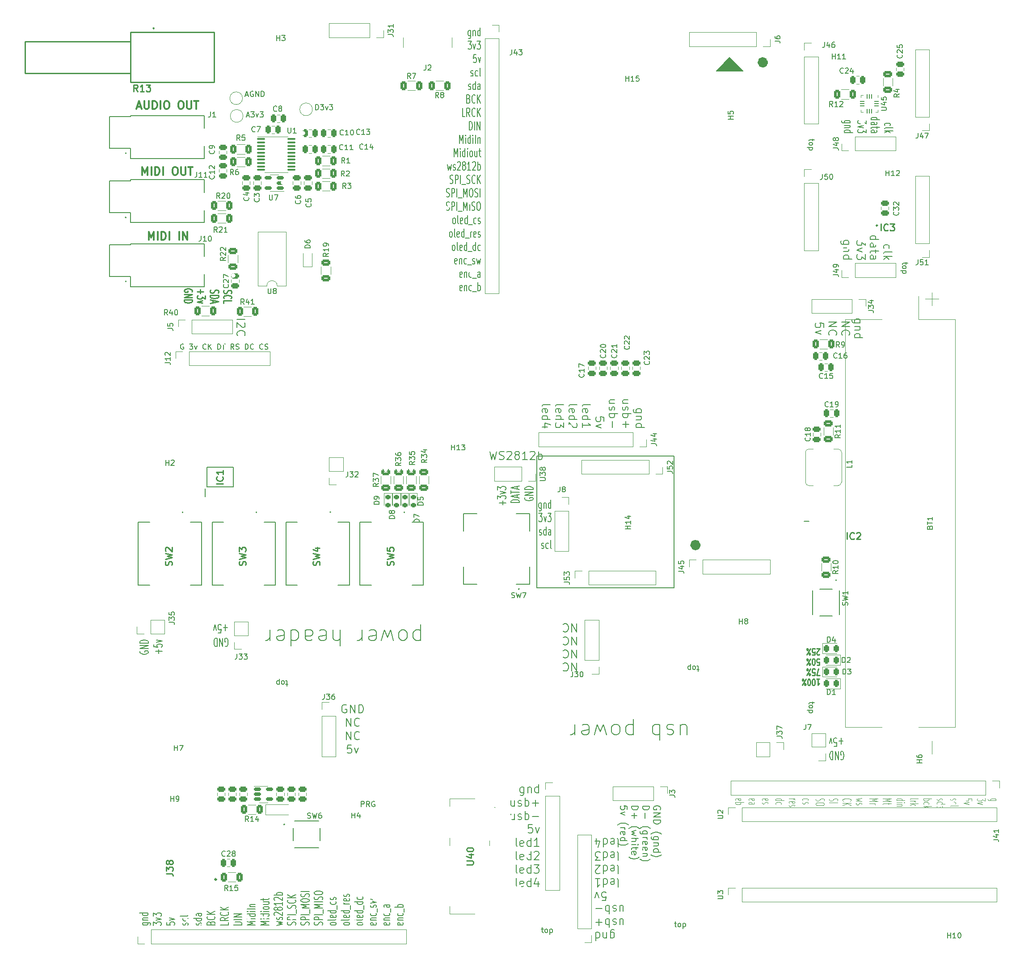
<source format=gbr>
%TF.GenerationSoftware,KiCad,Pcbnew,(6.0.5)*%
%TF.CreationDate,2022-08-12T21:43:39+02:00*%
%TF.ProjectId,clarinoid-devboard,636c6172-696e-46f6-9964-2d646576626f,rev?*%
%TF.SameCoordinates,Original*%
%TF.FileFunction,Legend,Top*%
%TF.FilePolarity,Positive*%
%FSLAX46Y46*%
G04 Gerber Fmt 4.6, Leading zero omitted, Abs format (unit mm)*
G04 Created by KiCad (PCBNEW (6.0.5)) date 2022-08-12 21:43:39*
%MOMM*%
%LPD*%
G01*
G04 APERTURE LIST*
G04 Aperture macros list*
%AMRoundRect*
0 Rectangle with rounded corners*
0 $1 Rounding radius*
0 $2 $3 $4 $5 $6 $7 $8 $9 X,Y pos of 4 corners*
0 Add a 4 corners polygon primitive as box body*
4,1,4,$2,$3,$4,$5,$6,$7,$8,$9,$2,$3,0*
0 Add four circle primitives for the rounded corners*
1,1,$1+$1,$2,$3*
1,1,$1+$1,$4,$5*
1,1,$1+$1,$6,$7*
1,1,$1+$1,$8,$9*
0 Add four rect primitives between the rounded corners*
20,1,$1+$1,$2,$3,$4,$5,0*
20,1,$1+$1,$4,$5,$6,$7,0*
20,1,$1+$1,$6,$7,$8,$9,0*
20,1,$1+$1,$8,$9,$2,$3,0*%
%AMFreePoly0*
4,1,14,0.354215,0.088284,0.450784,-0.008285,0.462500,-0.036569,0.462500,-0.060000,0.450784,-0.088284,0.422500,-0.100000,-0.422500,-0.100000,-0.450784,-0.088284,-0.462500,-0.060000,-0.462500,0.060000,-0.450784,0.088284,-0.422500,0.100000,0.325931,0.100000,0.354215,0.088284,0.354215,0.088284,$1*%
%AMFreePoly1*
4,1,14,0.450784,0.088284,0.462500,0.060000,0.462500,0.036569,0.450784,0.008285,0.354215,-0.088284,0.325931,-0.100000,-0.422500,-0.100000,-0.450784,-0.088284,-0.462500,-0.060000,-0.462500,0.060000,-0.450784,0.088284,-0.422500,0.100000,0.422500,0.100000,0.450784,0.088284,0.450784,0.088284,$1*%
%AMFreePoly2*
4,1,14,0.088284,0.450784,0.100000,0.422500,0.100000,-0.422500,0.088284,-0.450784,0.060000,-0.462500,-0.060000,-0.462500,-0.088284,-0.450784,-0.100000,-0.422500,-0.100000,0.325931,-0.088284,0.354215,0.008285,0.450784,0.036569,0.462500,0.060000,0.462500,0.088284,0.450784,0.088284,0.450784,$1*%
%AMFreePoly3*
4,1,14,-0.008285,0.450784,0.088284,0.354215,0.100000,0.325931,0.100000,-0.422500,0.088284,-0.450784,0.060000,-0.462500,-0.060000,-0.462500,-0.088284,-0.450784,-0.100000,-0.422500,-0.100000,0.422500,-0.088284,0.450784,-0.060000,0.462500,-0.036569,0.462500,-0.008285,0.450784,-0.008285,0.450784,$1*%
%AMFreePoly4*
4,1,14,0.450784,0.088284,0.462500,0.060000,0.462500,-0.060000,0.450784,-0.088284,0.422500,-0.100000,-0.325931,-0.100000,-0.354215,-0.088284,-0.450784,0.008285,-0.462500,0.036569,-0.462500,0.060000,-0.450784,0.088284,-0.422500,0.100000,0.422500,0.100000,0.450784,0.088284,0.450784,0.088284,$1*%
%AMFreePoly5*
4,1,14,0.450784,0.088284,0.462500,0.060000,0.462500,-0.060000,0.450784,-0.088284,0.422500,-0.100000,-0.422500,-0.100000,-0.450784,-0.088284,-0.462500,-0.060000,-0.462500,-0.036569,-0.450784,-0.008285,-0.354215,0.088284,-0.325931,0.100000,0.422500,0.100000,0.450784,0.088284,0.450784,0.088284,$1*%
%AMFreePoly6*
4,1,14,0.088284,0.450784,0.100000,0.422500,0.100000,-0.325931,0.088284,-0.354215,-0.008285,-0.450784,-0.036569,-0.462500,-0.060000,-0.462500,-0.088284,-0.450784,-0.100000,-0.422500,-0.100000,0.422500,-0.088284,0.450784,-0.060000,0.462500,0.060000,0.462500,0.088284,0.450784,0.088284,0.450784,$1*%
%AMFreePoly7*
4,1,14,0.088284,0.450784,0.100000,0.422500,0.100000,-0.422500,0.088284,-0.450784,0.060000,-0.462500,0.036569,-0.462500,0.008285,-0.450784,-0.088284,-0.354215,-0.100000,-0.325931,-0.100000,0.422500,-0.088284,0.450784,-0.060000,0.462500,0.060000,0.462500,0.088284,0.450784,0.088284,0.450784,$1*%
G04 Aperture macros list end*
%ADD10C,0.150000*%
%ADD11C,0.976388*%
%ADD12C,0.300000*%
%ADD13C,0.125000*%
%ADD14C,0.250000*%
%ADD15C,0.225000*%
%ADD16C,0.254000*%
%ADD17C,0.120000*%
%ADD18C,0.200000*%
%ADD19C,0.127000*%
%ADD20C,0.100000*%
%ADD21C,0.775000*%
%ADD22C,1.000000*%
%ADD23C,0.500000*%
%ADD24C,0.500000*%
%ADD25R,1.300000X1.700000*%
%ADD26RoundRect,0.218750X-0.256250X0.218750X-0.256250X-0.218750X0.256250X-0.218750X0.256250X0.218750X0*%
%ADD27RoundRect,0.250000X-0.475000X0.250000X-0.475000X-0.250000X0.475000X-0.250000X0.475000X0.250000X0*%
%ADD28R,1.700000X1.700000*%
%ADD29O,1.700000X1.700000*%
%ADD30RoundRect,0.250000X0.475000X-0.250000X0.475000X0.250000X-0.475000X0.250000X-0.475000X-0.250000X0*%
%ADD31RoundRect,0.250000X0.625000X-0.312500X0.625000X0.312500X-0.625000X0.312500X-0.625000X-0.312500X0*%
%ADD32RoundRect,0.250000X-0.312500X-0.625000X0.312500X-0.625000X0.312500X0.625000X-0.312500X0.625000X0*%
%ADD33C,3.200000*%
%ADD34RoundRect,0.250000X-0.625000X0.312500X-0.625000X-0.312500X0.625000X-0.312500X0.625000X0.312500X0*%
%ADD35RoundRect,0.250000X0.250000X0.475000X-0.250000X0.475000X-0.250000X-0.475000X0.250000X-0.475000X0*%
%ADD36R,0.450000X1.475000*%
%ADD37R,0.950000X0.700000*%
%ADD38R,2.250000X2.850000*%
%ADD39C,1.850000*%
%ADD40C,2.000000*%
%ADD41C,3.450000*%
%ADD42C,2.390000*%
%ADD43R,6.350000X7.340000*%
%ADD44R,3.500000X1.850000*%
%ADD45R,1.000000X0.750000*%
%ADD46RoundRect,0.243750X0.243750X0.456250X-0.243750X0.456250X-0.243750X-0.456250X0.243750X-0.456250X0*%
%ADD47O,1.700000X2.800000*%
%ADD48C,6.200000*%
%ADD49C,0.800000*%
%ADD50C,6.400000*%
%ADD51R,6.400000X6.400000*%
%ADD52R,0.800000X0.300000*%
%ADD53R,0.300000X0.800000*%
%ADD54R,1.800000X1.800000*%
%ADD55FreePoly0,270.000000*%
%ADD56RoundRect,0.050000X-0.050000X0.412500X-0.050000X-0.412500X0.050000X-0.412500X0.050000X0.412500X0*%
%ADD57FreePoly1,270.000000*%
%ADD58FreePoly2,270.000000*%
%ADD59RoundRect,0.050000X-0.412500X0.050000X-0.412500X-0.050000X0.412500X-0.050000X0.412500X0.050000X0*%
%ADD60FreePoly3,270.000000*%
%ADD61FreePoly4,270.000000*%
%ADD62FreePoly5,270.000000*%
%ADD63FreePoly6,270.000000*%
%ADD64FreePoly7,270.000000*%
%ADD65C,0.650000*%
%ADD66R,0.300000X1.150000*%
%ADD67O,1.000000X1.600000*%
%ADD68O,1.000000X2.100000*%
%ADD69RoundRect,0.243750X-0.243750X-0.456250X0.243750X-0.456250X0.243750X0.456250X-0.243750X0.456250X0*%
%ADD70RoundRect,0.250000X0.312500X0.625000X-0.312500X0.625000X-0.312500X-0.625000X0.312500X-0.625000X0*%
%ADD71RoundRect,0.250000X-0.250000X-0.475000X0.250000X-0.475000X0.250000X0.475000X-0.250000X0.475000X0*%
%ADD72R,1.600000X1.600000*%
%ADD73O,1.600000X1.600000*%
%ADD74C,1.800000*%
%ADD75C,1.000000*%
%ADD76R,1.600000X0.700000*%
%ADD77R,1.500000X1.200000*%
%ADD78R,2.200000X1.200000*%
%ADD79R,1.500000X1.600000*%
%ADD80RoundRect,0.100000X-0.637500X-0.100000X0.637500X-0.100000X0.637500X0.100000X-0.637500X0.100000X0*%
%ADD81C,1.650000*%
%ADD82C,1.150000*%
%ADD83R,1.550000X0.300000*%
%ADD84R,2.750000X1.200000*%
%ADD85R,0.450000X0.600000*%
%ADD86R,0.750000X1.000000*%
%ADD87RoundRect,0.150000X-0.512500X-0.150000X0.512500X-0.150000X0.512500X0.150000X-0.512500X0.150000X0*%
%ADD88R,1.650000X1.650000*%
%ADD89O,3.000000X6.000000*%
%ADD90RoundRect,0.150000X0.512500X0.150000X-0.512500X0.150000X-0.512500X-0.150000X0.512500X-0.150000X0*%
%ADD91C,1.600000*%
G04 APERTURE END LIST*
D10*
X408139304Y-87850034D02*
X434139304Y-87850034D01*
X434139304Y-87850034D02*
X434139304Y-112850034D01*
X434139304Y-112850034D02*
X408139304Y-112850034D01*
X408139304Y-112850034D02*
X408139304Y-87850034D01*
D11*
X451427498Y-13227534D02*
G75*
G03*
X451427498Y-13227534I-488194J0D01*
G01*
D10*
G36*
X447139304Y-14850034D02*
G01*
X442139304Y-14850034D01*
X444639304Y-12350034D01*
X447139304Y-14850034D01*
G37*
X447139304Y-14850034D02*
X442139304Y-14850034D01*
X444639304Y-12350034D01*
X447139304Y-14850034D01*
D11*
X438677498Y-104727534D02*
G75*
G03*
X438677498Y-104727534I-488194J0D01*
G01*
D10*
X341199275Y-66656178D02*
X341104037Y-66608558D01*
X340961180Y-66608558D01*
X340818322Y-66656178D01*
X340723084Y-66751416D01*
X340675465Y-66846654D01*
X340627846Y-67037130D01*
X340627846Y-67179987D01*
X340675465Y-67370463D01*
X340723084Y-67465701D01*
X340818322Y-67560939D01*
X340961180Y-67608558D01*
X341056418Y-67608558D01*
X341199275Y-67560939D01*
X341246894Y-67513320D01*
X341246894Y-67179987D01*
X341056418Y-67179987D01*
X342342132Y-66608558D02*
X342961180Y-66608558D01*
X342627846Y-66989511D01*
X342770703Y-66989511D01*
X342865941Y-67037130D01*
X342913561Y-67084749D01*
X342961180Y-67179987D01*
X342961180Y-67418082D01*
X342913561Y-67513320D01*
X342865941Y-67560939D01*
X342770703Y-67608558D01*
X342484989Y-67608558D01*
X342389751Y-67560939D01*
X342342132Y-67513320D01*
X343294513Y-66941892D02*
X343532608Y-67608558D01*
X343770703Y-66941892D01*
X345484989Y-67513320D02*
X345437370Y-67560939D01*
X345294513Y-67608558D01*
X345199275Y-67608558D01*
X345056418Y-67560939D01*
X344961180Y-67465701D01*
X344913561Y-67370463D01*
X344865941Y-67179987D01*
X344865941Y-67037130D01*
X344913561Y-66846654D01*
X344961180Y-66751416D01*
X345056418Y-66656178D01*
X345199275Y-66608558D01*
X345294513Y-66608558D01*
X345437370Y-66656178D01*
X345484989Y-66703797D01*
X345913561Y-67608558D02*
X345913561Y-66608558D01*
X346484989Y-67608558D02*
X346056418Y-67037130D01*
X346484989Y-66608558D02*
X345913561Y-67179987D01*
X347675465Y-67608558D02*
X347675465Y-66608558D01*
X347913561Y-66608558D01*
X348056418Y-66656178D01*
X348151656Y-66751416D01*
X348199275Y-66846654D01*
X348246894Y-67037130D01*
X348246894Y-67179987D01*
X348199275Y-67370463D01*
X348151656Y-67465701D01*
X348056418Y-67560939D01*
X347913561Y-67608558D01*
X347675465Y-67608558D01*
X348532608Y-66608558D02*
X349104037Y-66608558D01*
X348818322Y-67608558D02*
X348818322Y-66608558D01*
X350770703Y-67608558D02*
X350437370Y-67132368D01*
X350199275Y-67608558D02*
X350199275Y-66608558D01*
X350580227Y-66608558D01*
X350675465Y-66656178D01*
X350723084Y-66703797D01*
X350770703Y-66799035D01*
X350770703Y-66941892D01*
X350723084Y-67037130D01*
X350675465Y-67084749D01*
X350580227Y-67132368D01*
X350199275Y-67132368D01*
X351151656Y-67560939D02*
X351294513Y-67608558D01*
X351532608Y-67608558D01*
X351627846Y-67560939D01*
X351675465Y-67513320D01*
X351723084Y-67418082D01*
X351723084Y-67322844D01*
X351675465Y-67227606D01*
X351627846Y-67179987D01*
X351532608Y-67132368D01*
X351342132Y-67084749D01*
X351246894Y-67037130D01*
X351199275Y-66989511D01*
X351151656Y-66894273D01*
X351151656Y-66799035D01*
X351199275Y-66703797D01*
X351246894Y-66656178D01*
X351342132Y-66608558D01*
X351580227Y-66608558D01*
X351723084Y-66656178D01*
X352913561Y-67608558D02*
X352913561Y-66608558D01*
X353151656Y-66608558D01*
X353294513Y-66656178D01*
X353389751Y-66751416D01*
X353437370Y-66846654D01*
X353484989Y-67037130D01*
X353484989Y-67179987D01*
X353437370Y-67370463D01*
X353389751Y-67465701D01*
X353294513Y-67560939D01*
X353151656Y-67608558D01*
X352913561Y-67608558D01*
X354484989Y-67513320D02*
X354437370Y-67560939D01*
X354294513Y-67608558D01*
X354199275Y-67608558D01*
X354056418Y-67560939D01*
X353961180Y-67465701D01*
X353913561Y-67370463D01*
X353865941Y-67179987D01*
X353865941Y-67037130D01*
X353913561Y-66846654D01*
X353961180Y-66751416D01*
X354056418Y-66656178D01*
X354199275Y-66608558D01*
X354294513Y-66608558D01*
X354437370Y-66656178D01*
X354484989Y-66703797D01*
X356246894Y-67513320D02*
X356199275Y-67560939D01*
X356056418Y-67608558D01*
X355961180Y-67608558D01*
X355818322Y-67560939D01*
X355723084Y-67465701D01*
X355675465Y-67370463D01*
X355627846Y-67179987D01*
X355627846Y-67037130D01*
X355675465Y-66846654D01*
X355723084Y-66751416D01*
X355818322Y-66656178D01*
X355961180Y-66608558D01*
X356056418Y-66608558D01*
X356199275Y-66656178D01*
X356246894Y-66703797D01*
X356627846Y-67560939D02*
X356770703Y-67608558D01*
X357008799Y-67608558D01*
X357104037Y-67560939D01*
X357151656Y-67513320D01*
X357199275Y-67418082D01*
X357199275Y-67322844D01*
X357151656Y-67227606D01*
X357104037Y-67179987D01*
X357008799Y-67132368D01*
X356818322Y-67084749D01*
X356723084Y-67037130D01*
X356675465Y-66989511D01*
X356627846Y-66894273D01*
X356627846Y-66799035D01*
X356675465Y-66703797D01*
X356723084Y-66656178D01*
X356818322Y-66608558D01*
X357056418Y-66608558D01*
X357199275Y-66656178D01*
D12*
X334605984Y-46854300D02*
X334605984Y-45354300D01*
X335105984Y-46425729D01*
X335605984Y-45354300D01*
X335605984Y-46854300D01*
X336320270Y-46854300D02*
X336320270Y-45354300D01*
X337034556Y-46854300D02*
X337034556Y-45354300D01*
X337391698Y-45354300D01*
X337605984Y-45425729D01*
X337748841Y-45568586D01*
X337820270Y-45711443D01*
X337891698Y-45997157D01*
X337891698Y-46211443D01*
X337820270Y-46497157D01*
X337748841Y-46640014D01*
X337605984Y-46782871D01*
X337391698Y-46854300D01*
X337034556Y-46854300D01*
X338534556Y-46854300D02*
X338534556Y-45354300D01*
X340391698Y-46854300D02*
X340391698Y-45354300D01*
X341105984Y-46854300D02*
X341105984Y-45354300D01*
X341963127Y-46854300D01*
X341963127Y-45354300D01*
D10*
X386139304Y-122792891D02*
X386139304Y-119792891D01*
X386139304Y-122650034D02*
X385853589Y-122792891D01*
X385282161Y-122792891D01*
X384996446Y-122650034D01*
X384853589Y-122507176D01*
X384710732Y-122221462D01*
X384710732Y-121364319D01*
X384853589Y-121078605D01*
X384996446Y-120935748D01*
X385282161Y-120792891D01*
X385853589Y-120792891D01*
X386139304Y-120935748D01*
X382996446Y-120792891D02*
X383282161Y-120935748D01*
X383425018Y-121078605D01*
X383567875Y-121364319D01*
X383567875Y-122221462D01*
X383425018Y-122507176D01*
X383282161Y-122650034D01*
X382996446Y-122792891D01*
X382567875Y-122792891D01*
X382282161Y-122650034D01*
X382139304Y-122507176D01*
X381996446Y-122221462D01*
X381996446Y-121364319D01*
X382139304Y-121078605D01*
X382282161Y-120935748D01*
X382567875Y-120792891D01*
X382996446Y-120792891D01*
X380996446Y-122792891D02*
X380425018Y-120792891D01*
X379853589Y-122221462D01*
X379282161Y-120792891D01*
X378710732Y-122792891D01*
X376425018Y-120935748D02*
X376710732Y-120792891D01*
X377282161Y-120792891D01*
X377567875Y-120935748D01*
X377710732Y-121221462D01*
X377710732Y-122364319D01*
X377567875Y-122650034D01*
X377282161Y-122792891D01*
X376710732Y-122792891D01*
X376425018Y-122650034D01*
X376282161Y-122364319D01*
X376282161Y-122078605D01*
X377710732Y-121792891D01*
X374996446Y-120792891D02*
X374996446Y-122792891D01*
X374996446Y-122221462D02*
X374853589Y-122507176D01*
X374710732Y-122650034D01*
X374425018Y-122792891D01*
X374139304Y-122792891D01*
X370853589Y-120792891D02*
X370853589Y-123792891D01*
X369567875Y-120792891D02*
X369567875Y-122364319D01*
X369710732Y-122650034D01*
X369996446Y-122792891D01*
X370425018Y-122792891D01*
X370710732Y-122650034D01*
X370853589Y-122507176D01*
X366996446Y-120935748D02*
X367282161Y-120792891D01*
X367853589Y-120792891D01*
X368139304Y-120935748D01*
X368282161Y-121221462D01*
X368282161Y-122364319D01*
X368139304Y-122650034D01*
X367853589Y-122792891D01*
X367282161Y-122792891D01*
X366996446Y-122650034D01*
X366853589Y-122364319D01*
X366853589Y-122078605D01*
X368282161Y-121792891D01*
X364282161Y-120792891D02*
X364282161Y-122364319D01*
X364425018Y-122650034D01*
X364710732Y-122792891D01*
X365282161Y-122792891D01*
X365567875Y-122650034D01*
X364282161Y-120935748D02*
X364567875Y-120792891D01*
X365282161Y-120792891D01*
X365567875Y-120935748D01*
X365710732Y-121221462D01*
X365710732Y-121507176D01*
X365567875Y-121792891D01*
X365282161Y-121935748D01*
X364567875Y-121935748D01*
X364282161Y-122078605D01*
X361567875Y-120792891D02*
X361567875Y-123792891D01*
X361567875Y-120935748D02*
X361853589Y-120792891D01*
X362425018Y-120792891D01*
X362710732Y-120935748D01*
X362853589Y-121078605D01*
X362996446Y-121364319D01*
X362996446Y-122221462D01*
X362853589Y-122507176D01*
X362710732Y-122650034D01*
X362425018Y-122792891D01*
X361853589Y-122792891D01*
X361567875Y-122650034D01*
X358996446Y-120935748D02*
X359282161Y-120792891D01*
X359853589Y-120792891D01*
X360139304Y-120935748D01*
X360282161Y-121221462D01*
X360282161Y-122364319D01*
X360139304Y-122650034D01*
X359853589Y-122792891D01*
X359282161Y-122792891D01*
X358996446Y-122650034D01*
X358853589Y-122364319D01*
X358853589Y-122078605D01*
X360282161Y-121792891D01*
X357567875Y-120792891D02*
X357567875Y-122792891D01*
X357567875Y-122221462D02*
X357425018Y-122507176D01*
X357282161Y-122650034D01*
X356996446Y-122792891D01*
X356710732Y-122792891D01*
D13*
X495113975Y-153138617D02*
X493834927Y-153138617D01*
X493684451Y-153100522D01*
X493609213Y-153062426D01*
X493533975Y-152986236D01*
X493533975Y-152871950D01*
X493609213Y-152795760D01*
X494135880Y-153138617D02*
X494060642Y-153062426D01*
X494060642Y-152910045D01*
X494135880Y-152833855D01*
X494211118Y-152795760D01*
X494361594Y-152757664D01*
X494813023Y-152757664D01*
X494963499Y-152795760D01*
X495038737Y-152833855D01*
X495113975Y-152910045D01*
X495113975Y-153062426D01*
X495038737Y-153138617D01*
X493096842Y-152719569D02*
X493096842Y-153214807D01*
X492494937Y-152948141D01*
X492494937Y-153062426D01*
X492419699Y-153138617D01*
X492344461Y-153176712D01*
X492193984Y-153214807D01*
X491817794Y-153214807D01*
X491667318Y-153176712D01*
X491592080Y-153138617D01*
X491516842Y-153062426D01*
X491516842Y-152833855D01*
X491592080Y-152757664D01*
X491667318Y-152719569D01*
X492570175Y-153481474D02*
X491516842Y-153671950D01*
X492570175Y-153862426D01*
X490553042Y-153176712D02*
X490553042Y-152795760D01*
X489800661Y-152757664D01*
X489875899Y-152795760D01*
X489951137Y-152871950D01*
X489951137Y-153062426D01*
X489875899Y-153138617D01*
X489800661Y-153176712D01*
X489650184Y-153214807D01*
X489273994Y-153214807D01*
X489123518Y-153176712D01*
X489048280Y-153138617D01*
X488973042Y-153062426D01*
X488973042Y-152871950D01*
X489048280Y-152795760D01*
X489123518Y-152757664D01*
X490026375Y-153481474D02*
X488973042Y-153671950D01*
X490026375Y-153862426D01*
X486504480Y-152757664D02*
X486429242Y-152833855D01*
X486429242Y-152986236D01*
X486504480Y-153062426D01*
X486654956Y-153100522D01*
X486730194Y-153100522D01*
X486880670Y-153062426D01*
X486955908Y-152986236D01*
X486955908Y-152871950D01*
X487031146Y-152795760D01*
X487181623Y-152757664D01*
X487256861Y-152757664D01*
X487407337Y-152795760D01*
X487482575Y-152871950D01*
X487482575Y-152986236D01*
X487407337Y-153062426D01*
X486504480Y-153786236D02*
X486429242Y-153710045D01*
X486429242Y-153557664D01*
X486504480Y-153481474D01*
X486579718Y-153443379D01*
X486730194Y-153405284D01*
X487181623Y-153405284D01*
X487332099Y-153443379D01*
X487407337Y-153481474D01*
X487482575Y-153557664D01*
X487482575Y-153710045D01*
X487407337Y-153786236D01*
X486429242Y-154243379D02*
X486504480Y-154167188D01*
X486654956Y-154129093D01*
X488009242Y-154129093D01*
X483960680Y-152757664D02*
X483885442Y-152833855D01*
X483885442Y-152986236D01*
X483960680Y-153062426D01*
X484111156Y-153100522D01*
X484186394Y-153100522D01*
X484336870Y-153062426D01*
X484412108Y-152986236D01*
X484412108Y-152871950D01*
X484487346Y-152795760D01*
X484637823Y-152757664D01*
X484713061Y-152757664D01*
X484863537Y-152795760D01*
X484938775Y-152871950D01*
X484938775Y-152986236D01*
X484863537Y-153062426D01*
X483885442Y-153786236D02*
X485465442Y-153786236D01*
X483960680Y-153786236D02*
X483885442Y-153710045D01*
X483885442Y-153557664D01*
X483960680Y-153481474D01*
X484035918Y-153443379D01*
X484186394Y-153405284D01*
X484637823Y-153405284D01*
X484788299Y-153443379D01*
X484863537Y-153481474D01*
X484938775Y-153557664D01*
X484938775Y-153710045D01*
X484863537Y-153786236D01*
X483885442Y-154510045D02*
X484713061Y-154510045D01*
X484863537Y-154471950D01*
X484938775Y-154395760D01*
X484938775Y-154243379D01*
X484863537Y-154167188D01*
X483960680Y-154510045D02*
X483885442Y-154433855D01*
X483885442Y-154243379D01*
X483960680Y-154167188D01*
X484111156Y-154129093D01*
X484261632Y-154129093D01*
X484412108Y-154167188D01*
X484487346Y-154243379D01*
X484487346Y-154433855D01*
X484562584Y-154510045D01*
X481341642Y-152795760D02*
X482921642Y-152795760D01*
X482319737Y-152795760D02*
X482394975Y-152871950D01*
X482394975Y-153024331D01*
X482319737Y-153100522D01*
X482244499Y-153138617D01*
X482094023Y-153176712D01*
X481642594Y-153176712D01*
X481492118Y-153138617D01*
X481416880Y-153100522D01*
X481341642Y-153024331D01*
X481341642Y-152871950D01*
X481416880Y-152795760D01*
X481416880Y-153862426D02*
X481341642Y-153786236D01*
X481341642Y-153633855D01*
X481416880Y-153557664D01*
X481492118Y-153519569D01*
X481642594Y-153481474D01*
X482094023Y-153481474D01*
X482244499Y-153519569D01*
X482319737Y-153557664D01*
X482394975Y-153633855D01*
X482394975Y-153786236D01*
X482319737Y-153862426D01*
X481341642Y-154205284D02*
X482921642Y-154205284D01*
X481943546Y-154281474D02*
X481341642Y-154510045D01*
X482394975Y-154510045D02*
X481793070Y-154205284D01*
X478797842Y-152910045D02*
X478873080Y-152833855D01*
X479023556Y-152795760D01*
X480377842Y-152795760D01*
X478797842Y-153214807D02*
X479851175Y-153214807D01*
X479550223Y-153214807D02*
X479700699Y-153252903D01*
X479775937Y-153290998D01*
X479851175Y-153367188D01*
X479851175Y-153443379D01*
X478797842Y-153710045D02*
X480377842Y-153710045D01*
X479399746Y-153786236D02*
X478797842Y-154014807D01*
X479851175Y-154014807D02*
X479249270Y-153710045D01*
X476254042Y-153138617D02*
X477834042Y-153138617D01*
X476329280Y-153138617D02*
X476254042Y-153062426D01*
X476254042Y-152910045D01*
X476329280Y-152833855D01*
X476404518Y-152795760D01*
X476554994Y-152757664D01*
X477006423Y-152757664D01*
X477156899Y-152795760D01*
X477232137Y-152833855D01*
X477307375Y-152910045D01*
X477307375Y-153062426D01*
X477232137Y-153138617D01*
X476254042Y-153519569D02*
X477307375Y-153519569D01*
X477834042Y-153519569D02*
X477758804Y-153481474D01*
X477683565Y-153519569D01*
X477758804Y-153557664D01*
X477834042Y-153519569D01*
X477683565Y-153519569D01*
X477307375Y-153900522D02*
X476254042Y-153900522D01*
X477156899Y-153900522D02*
X477232137Y-153938617D01*
X477307375Y-154014807D01*
X477307375Y-154129093D01*
X477232137Y-154205284D01*
X477081661Y-154243379D01*
X476254042Y-154243379D01*
X473710242Y-152795760D02*
X475290242Y-152795760D01*
X474161670Y-153062426D01*
X475290242Y-153329093D01*
X473710242Y-153329093D01*
X474763575Y-153595760D02*
X474763575Y-153900522D01*
X475290242Y-153710045D02*
X473935956Y-153710045D01*
X473785480Y-153748141D01*
X473710242Y-153824331D01*
X473710242Y-153900522D01*
X471166442Y-152795760D02*
X472746442Y-152795760D01*
X471617870Y-153062426D01*
X472746442Y-153329093D01*
X471166442Y-153329093D01*
X471166442Y-153710045D02*
X472219775Y-153710045D01*
X471918823Y-153710045D02*
X472069299Y-153748141D01*
X472144537Y-153786236D01*
X472219775Y-153862426D01*
X472219775Y-153938617D01*
X469675975Y-152719569D02*
X468622642Y-152871950D01*
X469375023Y-153024331D01*
X468622642Y-153176712D01*
X469675975Y-153329093D01*
X468697880Y-153595760D02*
X468622642Y-153671950D01*
X468622642Y-153824331D01*
X468697880Y-153900522D01*
X468848356Y-153938617D01*
X468923594Y-153938617D01*
X469074070Y-153900522D01*
X469149308Y-153824331D01*
X469149308Y-153710045D01*
X469224546Y-153633855D01*
X469375023Y-153595760D01*
X469450261Y-153595760D01*
X469600737Y-153633855D01*
X469675975Y-153710045D01*
X469675975Y-153824331D01*
X469600737Y-153900522D01*
X466229318Y-153252903D02*
X466154080Y-153214807D01*
X466078842Y-153100522D01*
X466078842Y-153024331D01*
X466154080Y-152910045D01*
X466304556Y-152833855D01*
X466455032Y-152795760D01*
X466755984Y-152757664D01*
X466981699Y-152757664D01*
X467282651Y-152795760D01*
X467433127Y-152833855D01*
X467583604Y-152910045D01*
X467658842Y-153024331D01*
X467658842Y-153100522D01*
X467583604Y-153214807D01*
X467508365Y-153252903D01*
X466078842Y-153595760D02*
X467658842Y-153595760D01*
X466078842Y-154052903D02*
X466981699Y-153710045D01*
X467658842Y-154052903D02*
X466755984Y-153595760D01*
X463610280Y-152757664D02*
X463535042Y-152871950D01*
X463535042Y-153062426D01*
X463610280Y-153138617D01*
X463685518Y-153176712D01*
X463835994Y-153214807D01*
X463986470Y-153214807D01*
X464136946Y-153176712D01*
X464212184Y-153138617D01*
X464287423Y-153062426D01*
X464362661Y-152910045D01*
X464437899Y-152833855D01*
X464513137Y-152795760D01*
X464663613Y-152757664D01*
X464814089Y-152757664D01*
X464964565Y-152795760D01*
X465039804Y-152833855D01*
X465115042Y-152910045D01*
X465115042Y-153100522D01*
X465039804Y-153214807D01*
X463535042Y-153557664D02*
X465115042Y-153557664D01*
X461066480Y-152757664D02*
X460991242Y-152871950D01*
X460991242Y-153062426D01*
X461066480Y-153138617D01*
X461141718Y-153176712D01*
X461292194Y-153214807D01*
X461442670Y-153214807D01*
X461593146Y-153176712D01*
X461668384Y-153138617D01*
X461743623Y-153062426D01*
X461818861Y-152910045D01*
X461894099Y-152833855D01*
X461969337Y-152795760D01*
X462119813Y-152757664D01*
X462270289Y-152757664D01*
X462420765Y-152795760D01*
X462496004Y-152833855D01*
X462571242Y-152910045D01*
X462571242Y-153100522D01*
X462496004Y-153214807D01*
X462571242Y-153710045D02*
X462571242Y-153862426D01*
X462496004Y-153938617D01*
X462345527Y-154014807D01*
X462044575Y-154052903D01*
X461517908Y-154052903D01*
X461216956Y-154014807D01*
X461066480Y-153938617D01*
X460991242Y-153862426D01*
X460991242Y-153710045D01*
X461066480Y-153633855D01*
X461216956Y-153557664D01*
X461517908Y-153519569D01*
X462044575Y-153519569D01*
X462345527Y-153557664D01*
X462496004Y-153633855D01*
X462571242Y-153710045D01*
X458522680Y-153138617D02*
X458447442Y-153062426D01*
X458447442Y-152910045D01*
X458522680Y-152833855D01*
X458597918Y-152795760D01*
X458748394Y-152757664D01*
X459199823Y-152757664D01*
X459350299Y-152795760D01*
X459425537Y-152833855D01*
X459500775Y-152910045D01*
X459500775Y-153062426D01*
X459425537Y-153138617D01*
X458522680Y-153443379D02*
X458447442Y-153519569D01*
X458447442Y-153671950D01*
X458522680Y-153748141D01*
X458673156Y-153786236D01*
X458748394Y-153786236D01*
X458898870Y-153748141D01*
X458974108Y-153671950D01*
X458974108Y-153557664D01*
X459049346Y-153481474D01*
X459199823Y-153443379D01*
X459275061Y-153443379D01*
X459425537Y-153481474D01*
X459500775Y-153557664D01*
X459500775Y-153671950D01*
X459425537Y-153748141D01*
X455903642Y-152795760D02*
X456956975Y-152795760D01*
X456656023Y-152795760D02*
X456806499Y-152833855D01*
X456881737Y-152871950D01*
X456956975Y-152948141D01*
X456956975Y-153024331D01*
X455978880Y-153595760D02*
X455903642Y-153519569D01*
X455903642Y-153367188D01*
X455978880Y-153290998D01*
X456129356Y-153252903D01*
X456731261Y-153252903D01*
X456881737Y-153290998D01*
X456956975Y-153367188D01*
X456956975Y-153519569D01*
X456881737Y-153595760D01*
X456731261Y-153633855D01*
X456580784Y-153633855D01*
X456430308Y-153252903D01*
X455978880Y-153938617D02*
X455903642Y-154014807D01*
X455903642Y-154167188D01*
X455978880Y-154243379D01*
X456129356Y-154281474D01*
X456204594Y-154281474D01*
X456355070Y-154243379D01*
X456430308Y-154167188D01*
X456430308Y-154052903D01*
X456505546Y-153976712D01*
X456656023Y-153938617D01*
X456731261Y-153938617D01*
X456881737Y-153976712D01*
X456956975Y-154052903D01*
X456956975Y-154167188D01*
X456881737Y-154243379D01*
X453359842Y-153138617D02*
X454939842Y-153138617D01*
X453435080Y-153138617D02*
X453359842Y-153062426D01*
X453359842Y-152910045D01*
X453435080Y-152833855D01*
X453510318Y-152795760D01*
X453660794Y-152757664D01*
X454112223Y-152757664D01*
X454262699Y-152795760D01*
X454337937Y-152833855D01*
X454413175Y-152910045D01*
X454413175Y-153062426D01*
X454337937Y-153138617D01*
X453435080Y-153862426D02*
X453359842Y-153786236D01*
X453359842Y-153633855D01*
X453435080Y-153557664D01*
X453510318Y-153519569D01*
X453660794Y-153481474D01*
X454112223Y-153481474D01*
X454262699Y-153519569D01*
X454337937Y-153557664D01*
X454413175Y-153633855D01*
X454413175Y-153786236D01*
X454337937Y-153862426D01*
X450891280Y-153100522D02*
X450816042Y-153024331D01*
X450816042Y-152871950D01*
X450891280Y-152795760D01*
X451041756Y-152757664D01*
X451643661Y-152757664D01*
X451794137Y-152795760D01*
X451869375Y-152871950D01*
X451869375Y-153024331D01*
X451794137Y-153100522D01*
X451643661Y-153138617D01*
X451493184Y-153138617D01*
X451342708Y-152757664D01*
X450891280Y-153443379D02*
X450816042Y-153519569D01*
X450816042Y-153671950D01*
X450891280Y-153748141D01*
X451041756Y-153786236D01*
X451116994Y-153786236D01*
X451267470Y-153748141D01*
X451342708Y-153671950D01*
X451342708Y-153557664D01*
X451417946Y-153481474D01*
X451568423Y-153443379D01*
X451643661Y-153443379D01*
X451794137Y-153481474D01*
X451869375Y-153557664D01*
X451869375Y-153671950D01*
X451794137Y-153748141D01*
X448347480Y-153100522D02*
X448272242Y-153024331D01*
X448272242Y-152871950D01*
X448347480Y-152795760D01*
X448497956Y-152757664D01*
X449099861Y-152757664D01*
X449250337Y-152795760D01*
X449325575Y-152871950D01*
X449325575Y-153024331D01*
X449250337Y-153100522D01*
X449099861Y-153138617D01*
X448949384Y-153138617D01*
X448798908Y-152757664D01*
X448272242Y-153824331D02*
X449099861Y-153824331D01*
X449250337Y-153786236D01*
X449325575Y-153710045D01*
X449325575Y-153557664D01*
X449250337Y-153481474D01*
X448347480Y-153824331D02*
X448272242Y-153748141D01*
X448272242Y-153557664D01*
X448347480Y-153481474D01*
X448497956Y-153443379D01*
X448648432Y-153443379D01*
X448798908Y-153481474D01*
X448874146Y-153557664D01*
X448874146Y-153748141D01*
X448949384Y-153824331D01*
X445803680Y-153100522D02*
X445728442Y-153024331D01*
X445728442Y-152871950D01*
X445803680Y-152795760D01*
X445954156Y-152757664D01*
X446556061Y-152757664D01*
X446706537Y-152795760D01*
X446781775Y-152871950D01*
X446781775Y-153024331D01*
X446706537Y-153100522D01*
X446556061Y-153138617D01*
X446405584Y-153138617D01*
X446255108Y-152757664D01*
X445728442Y-153481474D02*
X447308442Y-153481474D01*
X446706537Y-153481474D02*
X446781775Y-153557664D01*
X446781775Y-153710045D01*
X446706537Y-153786236D01*
X446631299Y-153824331D01*
X446480823Y-153862426D01*
X446029394Y-153862426D01*
X445878918Y-153824331D01*
X445803680Y-153786236D01*
X445728442Y-153710045D01*
X445728442Y-153557664D01*
X445803680Y-153481474D01*
D10*
X460379589Y-27724795D02*
X460379589Y-28105748D01*
X460712923Y-27867653D02*
X459855780Y-27867653D01*
X459760542Y-27915272D01*
X459712923Y-28010510D01*
X459712923Y-28105748D01*
X459712923Y-28581938D02*
X459760542Y-28486700D01*
X459808161Y-28439081D01*
X459903399Y-28391462D01*
X460189113Y-28391462D01*
X460284351Y-28439081D01*
X460331970Y-28486700D01*
X460379589Y-28581938D01*
X460379589Y-28724795D01*
X460331970Y-28820034D01*
X460284351Y-28867653D01*
X460189113Y-28915272D01*
X459903399Y-28915272D01*
X459808161Y-28867653D01*
X459760542Y-28820034D01*
X459712923Y-28724795D01*
X459712923Y-28581938D01*
X460379589Y-29343843D02*
X459379589Y-29343843D01*
X460331970Y-29343843D02*
X460379589Y-29439081D01*
X460379589Y-29629557D01*
X460331970Y-29724795D01*
X460284351Y-29772414D01*
X460189113Y-29820034D01*
X459903399Y-29820034D01*
X459808161Y-29772414D01*
X459760542Y-29724795D01*
X459712923Y-29629557D01*
X459712923Y-29439081D01*
X459760542Y-29343843D01*
X465722518Y-145338034D02*
X465817756Y-145414224D01*
X465960613Y-145414224D01*
X466103470Y-145338034D01*
X466198708Y-145185653D01*
X466246327Y-145033272D01*
X466293946Y-144728510D01*
X466293946Y-144499938D01*
X466246327Y-144195176D01*
X466198708Y-144042795D01*
X466103470Y-143890414D01*
X465960613Y-143814224D01*
X465865375Y-143814224D01*
X465722518Y-143890414D01*
X465674899Y-143966605D01*
X465674899Y-144499938D01*
X465865375Y-144499938D01*
X465246327Y-143814224D02*
X465246327Y-145414224D01*
X464674899Y-143814224D01*
X464674899Y-145414224D01*
X464198708Y-143814224D02*
X464198708Y-145414224D01*
X463960613Y-145414224D01*
X463817756Y-145338034D01*
X463722518Y-145185653D01*
X463674899Y-145033272D01*
X463627280Y-144728510D01*
X463627280Y-144499938D01*
X463674899Y-144195176D01*
X463722518Y-144042795D01*
X463817756Y-143890414D01*
X463960613Y-143814224D01*
X464198708Y-143814224D01*
X466151089Y-141847748D02*
X465389184Y-141847748D01*
X465770137Y-141238224D02*
X465770137Y-142457272D01*
X464436804Y-142838224D02*
X464912994Y-142838224D01*
X464960613Y-142076319D01*
X464912994Y-142152510D01*
X464817756Y-142228700D01*
X464579661Y-142228700D01*
X464484423Y-142152510D01*
X464436804Y-142076319D01*
X464389184Y-141923938D01*
X464389184Y-141542986D01*
X464436804Y-141390605D01*
X464484423Y-141314414D01*
X464579661Y-141238224D01*
X464817756Y-141238224D01*
X464912994Y-141314414D01*
X464960613Y-141390605D01*
X464055851Y-142304891D02*
X463817756Y-141238224D01*
X463579661Y-142304891D01*
D12*
X332434556Y-21625729D02*
X333148841Y-21625729D01*
X332291698Y-22054300D02*
X332791698Y-20554300D01*
X333291698Y-22054300D01*
X333791698Y-20554300D02*
X333791698Y-21768586D01*
X333863127Y-21911443D01*
X333934556Y-21982871D01*
X334077413Y-22054300D01*
X334363127Y-22054300D01*
X334505984Y-21982871D01*
X334577413Y-21911443D01*
X334648841Y-21768586D01*
X334648841Y-20554300D01*
X335363127Y-22054300D02*
X335363127Y-20554300D01*
X335720270Y-20554300D01*
X335934556Y-20625729D01*
X336077413Y-20768586D01*
X336148841Y-20911443D01*
X336220270Y-21197157D01*
X336220270Y-21411443D01*
X336148841Y-21697157D01*
X336077413Y-21840014D01*
X335934556Y-21982871D01*
X335720270Y-22054300D01*
X335363127Y-22054300D01*
X336863127Y-22054300D02*
X336863127Y-20554300D01*
X337863127Y-20554300D02*
X338148841Y-20554300D01*
X338291698Y-20625729D01*
X338434556Y-20768586D01*
X338505984Y-21054300D01*
X338505984Y-21554300D01*
X338434556Y-21840014D01*
X338291698Y-21982871D01*
X338148841Y-22054300D01*
X337863127Y-22054300D01*
X337720270Y-21982871D01*
X337577413Y-21840014D01*
X337505984Y-21554300D01*
X337505984Y-21054300D01*
X337577413Y-20768586D01*
X337720270Y-20625729D01*
X337863127Y-20554300D01*
X340577413Y-20554300D02*
X340863127Y-20554300D01*
X341005984Y-20625729D01*
X341148841Y-20768586D01*
X341220270Y-21054300D01*
X341220270Y-21554300D01*
X341148841Y-21840014D01*
X341005984Y-21982871D01*
X340863127Y-22054300D01*
X340577413Y-22054300D01*
X340434556Y-21982871D01*
X340291698Y-21840014D01*
X340220270Y-21554300D01*
X340220270Y-21054300D01*
X340291698Y-20768586D01*
X340434556Y-20625729D01*
X340577413Y-20554300D01*
X341863127Y-20554300D02*
X341863127Y-21768586D01*
X341934556Y-21911443D01*
X342005984Y-21982871D01*
X342148841Y-22054300D01*
X342434556Y-22054300D01*
X342577413Y-21982871D01*
X342648841Y-21911443D01*
X342720270Y-21768586D01*
X342720270Y-20554300D01*
X343220270Y-20554300D02*
X344077413Y-20554300D01*
X343648841Y-22054300D02*
X343648841Y-20554300D01*
D10*
X395594184Y-7145362D02*
X395594184Y-8424410D01*
X395546565Y-8574886D01*
X395498946Y-8650124D01*
X395403708Y-8725362D01*
X395260851Y-8725362D01*
X395165613Y-8650124D01*
X395594184Y-8123457D02*
X395498946Y-8198695D01*
X395308470Y-8198695D01*
X395213232Y-8123457D01*
X395165613Y-8048219D01*
X395117994Y-7897743D01*
X395117994Y-7446314D01*
X395165613Y-7295838D01*
X395213232Y-7220600D01*
X395308470Y-7145362D01*
X395498946Y-7145362D01*
X395594184Y-7220600D01*
X396070375Y-7145362D02*
X396070375Y-8198695D01*
X396070375Y-7295838D02*
X396117994Y-7220600D01*
X396213232Y-7145362D01*
X396356089Y-7145362D01*
X396451327Y-7220600D01*
X396498946Y-7371076D01*
X396498946Y-8198695D01*
X397403708Y-8198695D02*
X397403708Y-6618695D01*
X397403708Y-8123457D02*
X397308470Y-8198695D01*
X397117994Y-8198695D01*
X397022756Y-8123457D01*
X396975137Y-8048219D01*
X396927518Y-7897743D01*
X396927518Y-7446314D01*
X396975137Y-7295838D01*
X397022756Y-7220600D01*
X397117994Y-7145362D01*
X397308470Y-7145362D01*
X397403708Y-7220600D01*
X395117994Y-9162495D02*
X395737042Y-9162495D01*
X395403708Y-9764400D01*
X395546565Y-9764400D01*
X395641804Y-9839638D01*
X395689423Y-9914876D01*
X395737042Y-10065353D01*
X395737042Y-10441543D01*
X395689423Y-10592019D01*
X395641804Y-10667257D01*
X395546565Y-10742495D01*
X395260851Y-10742495D01*
X395165613Y-10667257D01*
X395117994Y-10592019D01*
X396070375Y-9689162D02*
X396308470Y-10742495D01*
X396546565Y-9689162D01*
X396832280Y-9162495D02*
X397451327Y-9162495D01*
X397117994Y-9764400D01*
X397260851Y-9764400D01*
X397356089Y-9839638D01*
X397403708Y-9914876D01*
X397451327Y-10065353D01*
X397451327Y-10441543D01*
X397403708Y-10592019D01*
X397356089Y-10667257D01*
X397260851Y-10742495D01*
X396975137Y-10742495D01*
X396879899Y-10667257D01*
X396832280Y-10592019D01*
X396641804Y-11706295D02*
X396165613Y-11706295D01*
X396117994Y-12458676D01*
X396165613Y-12383438D01*
X396260851Y-12308200D01*
X396498946Y-12308200D01*
X396594184Y-12383438D01*
X396641804Y-12458676D01*
X396689423Y-12609153D01*
X396689423Y-12985343D01*
X396641804Y-13135819D01*
X396594184Y-13211057D01*
X396498946Y-13286295D01*
X396260851Y-13286295D01*
X396165613Y-13211057D01*
X396117994Y-13135819D01*
X397022756Y-12232962D02*
X397260851Y-13286295D01*
X397498946Y-12232962D01*
X395641804Y-15754857D02*
X395737042Y-15830095D01*
X395927518Y-15830095D01*
X396022756Y-15754857D01*
X396070375Y-15604381D01*
X396070375Y-15529143D01*
X396022756Y-15378667D01*
X395927518Y-15303429D01*
X395784661Y-15303429D01*
X395689423Y-15228191D01*
X395641804Y-15077714D01*
X395641804Y-15002476D01*
X395689423Y-14852000D01*
X395784661Y-14776762D01*
X395927518Y-14776762D01*
X396022756Y-14852000D01*
X396927518Y-15754857D02*
X396832280Y-15830095D01*
X396641804Y-15830095D01*
X396546565Y-15754857D01*
X396498946Y-15679619D01*
X396451327Y-15529143D01*
X396451327Y-15077714D01*
X396498946Y-14927238D01*
X396546565Y-14852000D01*
X396641804Y-14776762D01*
X396832280Y-14776762D01*
X396927518Y-14852000D01*
X397498946Y-15830095D02*
X397403708Y-15754857D01*
X397356089Y-15604381D01*
X397356089Y-14250095D01*
X395213232Y-18298657D02*
X395308470Y-18373895D01*
X395498946Y-18373895D01*
X395594184Y-18298657D01*
X395641804Y-18148181D01*
X395641804Y-18072943D01*
X395594184Y-17922467D01*
X395498946Y-17847229D01*
X395356089Y-17847229D01*
X395260851Y-17771991D01*
X395213232Y-17621514D01*
X395213232Y-17546276D01*
X395260851Y-17395800D01*
X395356089Y-17320562D01*
X395498946Y-17320562D01*
X395594184Y-17395800D01*
X396498946Y-18373895D02*
X396498946Y-16793895D01*
X396498946Y-18298657D02*
X396403708Y-18373895D01*
X396213232Y-18373895D01*
X396117994Y-18298657D01*
X396070375Y-18223419D01*
X396022756Y-18072943D01*
X396022756Y-17621514D01*
X396070375Y-17471038D01*
X396117994Y-17395800D01*
X396213232Y-17320562D01*
X396403708Y-17320562D01*
X396498946Y-17395800D01*
X397403708Y-18373895D02*
X397403708Y-17546276D01*
X397356089Y-17395800D01*
X397260851Y-17320562D01*
X397070375Y-17320562D01*
X396975137Y-17395800D01*
X397403708Y-18298657D02*
X397308470Y-18373895D01*
X397070375Y-18373895D01*
X396975137Y-18298657D01*
X396927518Y-18148181D01*
X396927518Y-17997705D01*
X396975137Y-17847229D01*
X397070375Y-17771991D01*
X397308470Y-17771991D01*
X397403708Y-17696753D01*
X395213232Y-20090076D02*
X395356089Y-20165314D01*
X395403708Y-20240553D01*
X395451327Y-20391029D01*
X395451327Y-20616743D01*
X395403708Y-20767219D01*
X395356089Y-20842457D01*
X395260851Y-20917695D01*
X394879899Y-20917695D01*
X394879899Y-19337695D01*
X395213232Y-19337695D01*
X395308470Y-19412934D01*
X395356089Y-19488172D01*
X395403708Y-19638648D01*
X395403708Y-19789124D01*
X395356089Y-19939600D01*
X395308470Y-20014838D01*
X395213232Y-20090076D01*
X394879899Y-20090076D01*
X396451327Y-20767219D02*
X396403708Y-20842457D01*
X396260851Y-20917695D01*
X396165613Y-20917695D01*
X396022756Y-20842457D01*
X395927518Y-20691981D01*
X395879899Y-20541505D01*
X395832280Y-20240553D01*
X395832280Y-20014838D01*
X395879899Y-19713886D01*
X395927518Y-19563410D01*
X396022756Y-19412934D01*
X396165613Y-19337695D01*
X396260851Y-19337695D01*
X396403708Y-19412934D01*
X396451327Y-19488172D01*
X396879899Y-20917695D02*
X396879899Y-19337695D01*
X397451327Y-20917695D02*
X397022756Y-20014838D01*
X397451327Y-19337695D02*
X396879899Y-20240553D01*
X394546565Y-23461495D02*
X394070375Y-23461495D01*
X394070375Y-21881495D01*
X395451327Y-23461495D02*
X395117994Y-22709114D01*
X394879899Y-23461495D02*
X394879899Y-21881495D01*
X395260851Y-21881495D01*
X395356089Y-21956734D01*
X395403708Y-22031972D01*
X395451327Y-22182448D01*
X395451327Y-22408162D01*
X395403708Y-22558638D01*
X395356089Y-22633876D01*
X395260851Y-22709114D01*
X394879899Y-22709114D01*
X396451327Y-23311019D02*
X396403708Y-23386257D01*
X396260851Y-23461495D01*
X396165613Y-23461495D01*
X396022756Y-23386257D01*
X395927518Y-23235781D01*
X395879899Y-23085305D01*
X395832280Y-22784353D01*
X395832280Y-22558638D01*
X395879899Y-22257686D01*
X395927518Y-22107210D01*
X396022756Y-21956734D01*
X396165613Y-21881495D01*
X396260851Y-21881495D01*
X396403708Y-21956734D01*
X396451327Y-22031972D01*
X396879899Y-23461495D02*
X396879899Y-21881495D01*
X397451327Y-23461495D02*
X397022756Y-22558638D01*
X397451327Y-21881495D02*
X396879899Y-22784353D01*
X395356089Y-26005295D02*
X395356089Y-24425295D01*
X395594184Y-24425295D01*
X395737042Y-24500534D01*
X395832280Y-24651010D01*
X395879899Y-24801486D01*
X395927518Y-25102438D01*
X395927518Y-25328153D01*
X395879899Y-25629105D01*
X395832280Y-25779581D01*
X395737042Y-25930057D01*
X395594184Y-26005295D01*
X395356089Y-26005295D01*
X396356089Y-26005295D02*
X396356089Y-24425295D01*
X396832280Y-26005295D02*
X396832280Y-24425295D01*
X397403708Y-26005295D01*
X397403708Y-24425295D01*
X393498946Y-28549095D02*
X393498946Y-26969095D01*
X393832280Y-28097667D01*
X394165613Y-26969095D01*
X394165613Y-28549095D01*
X394641804Y-28549095D02*
X394641804Y-27495762D01*
X394641804Y-26969095D02*
X394594184Y-27044334D01*
X394641804Y-27119572D01*
X394689423Y-27044334D01*
X394641804Y-26969095D01*
X394641804Y-27119572D01*
X395546565Y-28549095D02*
X395546565Y-26969095D01*
X395546565Y-28473857D02*
X395451327Y-28549095D01*
X395260851Y-28549095D01*
X395165613Y-28473857D01*
X395117994Y-28398619D01*
X395070375Y-28248143D01*
X395070375Y-27796714D01*
X395117994Y-27646238D01*
X395165613Y-27571000D01*
X395260851Y-27495762D01*
X395451327Y-27495762D01*
X395546565Y-27571000D01*
X396022756Y-28549095D02*
X396022756Y-27495762D01*
X396022756Y-26969095D02*
X395975137Y-27044334D01*
X396022756Y-27119572D01*
X396070375Y-27044334D01*
X396022756Y-26969095D01*
X396022756Y-27119572D01*
X396498946Y-28549095D02*
X396498946Y-26969095D01*
X396975137Y-27495762D02*
X396975137Y-28549095D01*
X396975137Y-27646238D02*
X397022756Y-27571000D01*
X397117994Y-27495762D01*
X397260851Y-27495762D01*
X397356089Y-27571000D01*
X397403708Y-27721476D01*
X397403708Y-28549095D01*
X392498946Y-31092895D02*
X392498946Y-29512895D01*
X392832280Y-30641467D01*
X393165613Y-29512895D01*
X393165613Y-31092895D01*
X393641804Y-31092895D02*
X393641804Y-30039562D01*
X393641804Y-29512895D02*
X393594184Y-29588134D01*
X393641804Y-29663372D01*
X393689423Y-29588134D01*
X393641804Y-29512895D01*
X393641804Y-29663372D01*
X394546565Y-31092895D02*
X394546565Y-29512895D01*
X394546565Y-31017657D02*
X394451327Y-31092895D01*
X394260851Y-31092895D01*
X394165613Y-31017657D01*
X394117994Y-30942419D01*
X394070375Y-30791943D01*
X394070375Y-30340514D01*
X394117994Y-30190038D01*
X394165613Y-30114800D01*
X394260851Y-30039562D01*
X394451327Y-30039562D01*
X394546565Y-30114800D01*
X395022756Y-31092895D02*
X395022756Y-30039562D01*
X395022756Y-29512895D02*
X394975137Y-29588134D01*
X395022756Y-29663372D01*
X395070375Y-29588134D01*
X395022756Y-29512895D01*
X395022756Y-29663372D01*
X395641804Y-31092895D02*
X395546565Y-31017657D01*
X395498946Y-30942419D01*
X395451327Y-30791943D01*
X395451327Y-30340514D01*
X395498946Y-30190038D01*
X395546565Y-30114800D01*
X395641804Y-30039562D01*
X395784661Y-30039562D01*
X395879899Y-30114800D01*
X395927518Y-30190038D01*
X395975137Y-30340514D01*
X395975137Y-30791943D01*
X395927518Y-30942419D01*
X395879899Y-31017657D01*
X395784661Y-31092895D01*
X395641804Y-31092895D01*
X396832280Y-30039562D02*
X396832280Y-31092895D01*
X396403708Y-30039562D02*
X396403708Y-30867181D01*
X396451327Y-31017657D01*
X396546565Y-31092895D01*
X396689423Y-31092895D01*
X396784661Y-31017657D01*
X396832280Y-30942419D01*
X397165613Y-30039562D02*
X397546565Y-30039562D01*
X397308470Y-29512895D02*
X397308470Y-30867181D01*
X397356089Y-31017657D01*
X397451327Y-31092895D01*
X397546565Y-31092895D01*
X391213232Y-32583362D02*
X391403708Y-33636695D01*
X391594184Y-32884314D01*
X391784661Y-33636695D01*
X391975137Y-32583362D01*
X392308470Y-33561457D02*
X392403708Y-33636695D01*
X392594184Y-33636695D01*
X392689423Y-33561457D01*
X392737042Y-33410981D01*
X392737042Y-33335743D01*
X392689423Y-33185267D01*
X392594184Y-33110029D01*
X392451327Y-33110029D01*
X392356089Y-33034791D01*
X392308470Y-32884314D01*
X392308470Y-32809076D01*
X392356089Y-32658600D01*
X392451327Y-32583362D01*
X392594184Y-32583362D01*
X392689423Y-32658600D01*
X393117994Y-32207172D02*
X393165613Y-32131934D01*
X393260851Y-32056695D01*
X393498946Y-32056695D01*
X393594184Y-32131934D01*
X393641804Y-32207172D01*
X393689423Y-32357648D01*
X393689423Y-32508124D01*
X393641804Y-32733838D01*
X393070375Y-33636695D01*
X393689423Y-33636695D01*
X394260851Y-32733838D02*
X394165613Y-32658600D01*
X394117994Y-32583362D01*
X394070375Y-32432886D01*
X394070375Y-32357648D01*
X394117994Y-32207172D01*
X394165613Y-32131934D01*
X394260851Y-32056695D01*
X394451327Y-32056695D01*
X394546565Y-32131934D01*
X394594184Y-32207172D01*
X394641804Y-32357648D01*
X394641804Y-32432886D01*
X394594184Y-32583362D01*
X394546565Y-32658600D01*
X394451327Y-32733838D01*
X394260851Y-32733838D01*
X394165613Y-32809076D01*
X394117994Y-32884314D01*
X394070375Y-33034791D01*
X394070375Y-33335743D01*
X394117994Y-33486219D01*
X394165613Y-33561457D01*
X394260851Y-33636695D01*
X394451327Y-33636695D01*
X394546565Y-33561457D01*
X394594184Y-33486219D01*
X394641804Y-33335743D01*
X394641804Y-33034791D01*
X394594184Y-32884314D01*
X394546565Y-32809076D01*
X394451327Y-32733838D01*
X395594184Y-33636695D02*
X395022756Y-33636695D01*
X395308470Y-33636695D02*
X395308470Y-32056695D01*
X395213232Y-32282410D01*
X395117994Y-32432886D01*
X395022756Y-32508124D01*
X395975137Y-32207172D02*
X396022756Y-32131934D01*
X396117994Y-32056695D01*
X396356089Y-32056695D01*
X396451327Y-32131934D01*
X396498946Y-32207172D01*
X396546565Y-32357648D01*
X396546565Y-32508124D01*
X396498946Y-32733838D01*
X395927518Y-33636695D01*
X396546565Y-33636695D01*
X396975137Y-33636695D02*
X396975137Y-32056695D01*
X396975137Y-32658600D02*
X397070375Y-32583362D01*
X397260851Y-32583362D01*
X397356089Y-32658600D01*
X397403708Y-32733838D01*
X397451327Y-32884314D01*
X397451327Y-33335743D01*
X397403708Y-33486219D01*
X397356089Y-33561457D01*
X397260851Y-33636695D01*
X397070375Y-33636695D01*
X396975137Y-33561457D01*
X391689423Y-36105257D02*
X391832280Y-36180495D01*
X392070375Y-36180495D01*
X392165613Y-36105257D01*
X392213232Y-36030019D01*
X392260851Y-35879543D01*
X392260851Y-35729067D01*
X392213232Y-35578591D01*
X392165613Y-35503353D01*
X392070375Y-35428114D01*
X391879899Y-35352876D01*
X391784661Y-35277638D01*
X391737042Y-35202400D01*
X391689423Y-35051924D01*
X391689423Y-34901448D01*
X391737042Y-34750972D01*
X391784661Y-34675734D01*
X391879899Y-34600495D01*
X392117994Y-34600495D01*
X392260851Y-34675734D01*
X392689423Y-36180495D02*
X392689423Y-34600495D01*
X393070375Y-34600495D01*
X393165613Y-34675734D01*
X393213232Y-34750972D01*
X393260851Y-34901448D01*
X393260851Y-35127162D01*
X393213232Y-35277638D01*
X393165613Y-35352876D01*
X393070375Y-35428114D01*
X392689423Y-35428114D01*
X393689423Y-36180495D02*
X393689423Y-34600495D01*
X393927518Y-36330972D02*
X394689423Y-36330972D01*
X394879899Y-36105257D02*
X395022756Y-36180495D01*
X395260851Y-36180495D01*
X395356089Y-36105257D01*
X395403708Y-36030019D01*
X395451327Y-35879543D01*
X395451327Y-35729067D01*
X395403708Y-35578591D01*
X395356089Y-35503353D01*
X395260851Y-35428114D01*
X395070375Y-35352876D01*
X394975137Y-35277638D01*
X394927518Y-35202400D01*
X394879899Y-35051924D01*
X394879899Y-34901448D01*
X394927518Y-34750972D01*
X394975137Y-34675734D01*
X395070375Y-34600495D01*
X395308470Y-34600495D01*
X395451327Y-34675734D01*
X396451327Y-36030019D02*
X396403708Y-36105257D01*
X396260851Y-36180495D01*
X396165613Y-36180495D01*
X396022756Y-36105257D01*
X395927518Y-35954781D01*
X395879899Y-35804305D01*
X395832280Y-35503353D01*
X395832280Y-35277638D01*
X395879899Y-34976686D01*
X395927518Y-34826210D01*
X396022756Y-34675734D01*
X396165613Y-34600495D01*
X396260851Y-34600495D01*
X396403708Y-34675734D01*
X396451327Y-34750972D01*
X396879899Y-36180495D02*
X396879899Y-34600495D01*
X397451327Y-36180495D02*
X397022756Y-35277638D01*
X397451327Y-34600495D02*
X396879899Y-35503353D01*
X391022756Y-38649057D02*
X391165613Y-38724295D01*
X391403708Y-38724295D01*
X391498946Y-38649057D01*
X391546565Y-38573819D01*
X391594184Y-38423343D01*
X391594184Y-38272867D01*
X391546565Y-38122391D01*
X391498946Y-38047153D01*
X391403708Y-37971914D01*
X391213232Y-37896676D01*
X391117994Y-37821438D01*
X391070375Y-37746200D01*
X391022756Y-37595724D01*
X391022756Y-37445248D01*
X391070375Y-37294772D01*
X391117994Y-37219534D01*
X391213232Y-37144295D01*
X391451327Y-37144295D01*
X391594184Y-37219534D01*
X392022756Y-38724295D02*
X392022756Y-37144295D01*
X392403708Y-37144295D01*
X392498946Y-37219534D01*
X392546565Y-37294772D01*
X392594184Y-37445248D01*
X392594184Y-37670962D01*
X392546565Y-37821438D01*
X392498946Y-37896676D01*
X392403708Y-37971914D01*
X392022756Y-37971914D01*
X393022756Y-38724295D02*
X393022756Y-37144295D01*
X393260851Y-38874772D02*
X394022756Y-38874772D01*
X394260851Y-38724295D02*
X394260851Y-37144295D01*
X394594184Y-38272867D01*
X394927518Y-37144295D01*
X394927518Y-38724295D01*
X395594184Y-37144295D02*
X395784661Y-37144295D01*
X395879899Y-37219534D01*
X395975137Y-37370010D01*
X396022756Y-37670962D01*
X396022756Y-38197629D01*
X395975137Y-38498581D01*
X395879899Y-38649057D01*
X395784661Y-38724295D01*
X395594184Y-38724295D01*
X395498946Y-38649057D01*
X395403708Y-38498581D01*
X395356089Y-38197629D01*
X395356089Y-37670962D01*
X395403708Y-37370010D01*
X395498946Y-37219534D01*
X395594184Y-37144295D01*
X396403708Y-38649057D02*
X396546565Y-38724295D01*
X396784661Y-38724295D01*
X396879899Y-38649057D01*
X396927518Y-38573819D01*
X396975137Y-38423343D01*
X396975137Y-38272867D01*
X396927518Y-38122391D01*
X396879899Y-38047153D01*
X396784661Y-37971914D01*
X396594184Y-37896676D01*
X396498946Y-37821438D01*
X396451327Y-37746200D01*
X396403708Y-37595724D01*
X396403708Y-37445248D01*
X396451327Y-37294772D01*
X396498946Y-37219534D01*
X396594184Y-37144295D01*
X396832280Y-37144295D01*
X396975137Y-37219534D01*
X397403708Y-38724295D02*
X397403708Y-37144295D01*
X391022756Y-41192857D02*
X391165613Y-41268095D01*
X391403708Y-41268095D01*
X391498946Y-41192857D01*
X391546565Y-41117619D01*
X391594184Y-40967143D01*
X391594184Y-40816667D01*
X391546565Y-40666191D01*
X391498946Y-40590953D01*
X391403708Y-40515714D01*
X391213232Y-40440476D01*
X391117994Y-40365238D01*
X391070375Y-40290000D01*
X391022756Y-40139524D01*
X391022756Y-39989048D01*
X391070375Y-39838572D01*
X391117994Y-39763334D01*
X391213232Y-39688095D01*
X391451327Y-39688095D01*
X391594184Y-39763334D01*
X392022756Y-41268095D02*
X392022756Y-39688095D01*
X392403708Y-39688095D01*
X392498946Y-39763334D01*
X392546565Y-39838572D01*
X392594184Y-39989048D01*
X392594184Y-40214762D01*
X392546565Y-40365238D01*
X392498946Y-40440476D01*
X392403708Y-40515714D01*
X392022756Y-40515714D01*
X393022756Y-41268095D02*
X393022756Y-39688095D01*
X393260851Y-41418572D02*
X394022756Y-41418572D01*
X394260851Y-41268095D02*
X394260851Y-39688095D01*
X394594184Y-40816667D01*
X394927518Y-39688095D01*
X394927518Y-41268095D01*
X395403708Y-41268095D02*
X395403708Y-39688095D01*
X395832280Y-41192857D02*
X395975137Y-41268095D01*
X396213232Y-41268095D01*
X396308470Y-41192857D01*
X396356089Y-41117619D01*
X396403708Y-40967143D01*
X396403708Y-40816667D01*
X396356089Y-40666191D01*
X396308470Y-40590953D01*
X396213232Y-40515714D01*
X396022756Y-40440476D01*
X395927518Y-40365238D01*
X395879899Y-40290000D01*
X395832280Y-40139524D01*
X395832280Y-39989048D01*
X395879899Y-39838572D01*
X395927518Y-39763334D01*
X396022756Y-39688095D01*
X396260851Y-39688095D01*
X396403708Y-39763334D01*
X397022756Y-39688095D02*
X397213232Y-39688095D01*
X397308470Y-39763334D01*
X397403708Y-39913810D01*
X397451327Y-40214762D01*
X397451327Y-40741429D01*
X397403708Y-41042381D01*
X397308470Y-41192857D01*
X397213232Y-41268095D01*
X397022756Y-41268095D01*
X396927518Y-41192857D01*
X396832280Y-41042381D01*
X396784661Y-40741429D01*
X396784661Y-40214762D01*
X396832280Y-39913810D01*
X396927518Y-39763334D01*
X397022756Y-39688095D01*
X392403708Y-43811895D02*
X392308470Y-43736657D01*
X392260851Y-43661419D01*
X392213232Y-43510943D01*
X392213232Y-43059514D01*
X392260851Y-42909038D01*
X392308470Y-42833800D01*
X392403708Y-42758562D01*
X392546565Y-42758562D01*
X392641804Y-42833800D01*
X392689423Y-42909038D01*
X392737042Y-43059514D01*
X392737042Y-43510943D01*
X392689423Y-43661419D01*
X392641804Y-43736657D01*
X392546565Y-43811895D01*
X392403708Y-43811895D01*
X393308470Y-43811895D02*
X393213232Y-43736657D01*
X393165613Y-43586181D01*
X393165613Y-42231895D01*
X394070375Y-43736657D02*
X393975137Y-43811895D01*
X393784661Y-43811895D01*
X393689423Y-43736657D01*
X393641804Y-43586181D01*
X393641804Y-42984276D01*
X393689423Y-42833800D01*
X393784661Y-42758562D01*
X393975137Y-42758562D01*
X394070375Y-42833800D01*
X394117994Y-42984276D01*
X394117994Y-43134753D01*
X393641804Y-43285229D01*
X394975137Y-43811895D02*
X394975137Y-42231895D01*
X394975137Y-43736657D02*
X394879899Y-43811895D01*
X394689423Y-43811895D01*
X394594184Y-43736657D01*
X394546565Y-43661419D01*
X394498946Y-43510943D01*
X394498946Y-43059514D01*
X394546565Y-42909038D01*
X394594184Y-42833800D01*
X394689423Y-42758562D01*
X394879899Y-42758562D01*
X394975137Y-42833800D01*
X395213232Y-43962372D02*
X395975137Y-43962372D01*
X396641804Y-43736657D02*
X396546565Y-43811895D01*
X396356089Y-43811895D01*
X396260851Y-43736657D01*
X396213232Y-43661419D01*
X396165613Y-43510943D01*
X396165613Y-43059514D01*
X396213232Y-42909038D01*
X396260851Y-42833800D01*
X396356089Y-42758562D01*
X396546565Y-42758562D01*
X396641804Y-42833800D01*
X397022756Y-43736657D02*
X397117994Y-43811895D01*
X397308470Y-43811895D01*
X397403708Y-43736657D01*
X397451327Y-43586181D01*
X397451327Y-43510943D01*
X397403708Y-43360467D01*
X397308470Y-43285229D01*
X397165613Y-43285229D01*
X397070375Y-43209991D01*
X397022756Y-43059514D01*
X397022756Y-42984276D01*
X397070375Y-42833800D01*
X397165613Y-42758562D01*
X397308470Y-42758562D01*
X397403708Y-42833800D01*
X391784661Y-46355695D02*
X391689423Y-46280457D01*
X391641804Y-46205219D01*
X391594184Y-46054743D01*
X391594184Y-45603314D01*
X391641804Y-45452838D01*
X391689423Y-45377600D01*
X391784661Y-45302362D01*
X391927518Y-45302362D01*
X392022756Y-45377600D01*
X392070375Y-45452838D01*
X392117994Y-45603314D01*
X392117994Y-46054743D01*
X392070375Y-46205219D01*
X392022756Y-46280457D01*
X391927518Y-46355695D01*
X391784661Y-46355695D01*
X392689423Y-46355695D02*
X392594184Y-46280457D01*
X392546565Y-46129981D01*
X392546565Y-44775695D01*
X393451327Y-46280457D02*
X393356089Y-46355695D01*
X393165613Y-46355695D01*
X393070375Y-46280457D01*
X393022756Y-46129981D01*
X393022756Y-45528076D01*
X393070375Y-45377600D01*
X393165613Y-45302362D01*
X393356089Y-45302362D01*
X393451327Y-45377600D01*
X393498946Y-45528076D01*
X393498946Y-45678553D01*
X393022756Y-45829029D01*
X394356089Y-46355695D02*
X394356089Y-44775695D01*
X394356089Y-46280457D02*
X394260851Y-46355695D01*
X394070375Y-46355695D01*
X393975137Y-46280457D01*
X393927518Y-46205219D01*
X393879899Y-46054743D01*
X393879899Y-45603314D01*
X393927518Y-45452838D01*
X393975137Y-45377600D01*
X394070375Y-45302362D01*
X394260851Y-45302362D01*
X394356089Y-45377600D01*
X394594184Y-46506172D02*
X395356089Y-46506172D01*
X395594184Y-46355695D02*
X395594184Y-45302362D01*
X395594184Y-45603314D02*
X395641804Y-45452838D01*
X395689423Y-45377600D01*
X395784661Y-45302362D01*
X395879899Y-45302362D01*
X396594184Y-46280457D02*
X396498946Y-46355695D01*
X396308470Y-46355695D01*
X396213232Y-46280457D01*
X396165613Y-46129981D01*
X396165613Y-45528076D01*
X396213232Y-45377600D01*
X396308470Y-45302362D01*
X396498946Y-45302362D01*
X396594184Y-45377600D01*
X396641804Y-45528076D01*
X396641804Y-45678553D01*
X396165613Y-45829029D01*
X397022756Y-46280457D02*
X397117994Y-46355695D01*
X397308470Y-46355695D01*
X397403708Y-46280457D01*
X397451327Y-46129981D01*
X397451327Y-46054743D01*
X397403708Y-45904267D01*
X397308470Y-45829029D01*
X397165613Y-45829029D01*
X397070375Y-45753791D01*
X397022756Y-45603314D01*
X397022756Y-45528076D01*
X397070375Y-45377600D01*
X397165613Y-45302362D01*
X397308470Y-45302362D01*
X397403708Y-45377600D01*
X392308470Y-48899495D02*
X392213232Y-48824257D01*
X392165613Y-48749019D01*
X392117994Y-48598543D01*
X392117994Y-48147114D01*
X392165613Y-47996638D01*
X392213232Y-47921400D01*
X392308470Y-47846162D01*
X392451327Y-47846162D01*
X392546565Y-47921400D01*
X392594184Y-47996638D01*
X392641804Y-48147114D01*
X392641804Y-48598543D01*
X392594184Y-48749019D01*
X392546565Y-48824257D01*
X392451327Y-48899495D01*
X392308470Y-48899495D01*
X393213232Y-48899495D02*
X393117994Y-48824257D01*
X393070375Y-48673781D01*
X393070375Y-47319495D01*
X393975137Y-48824257D02*
X393879899Y-48899495D01*
X393689423Y-48899495D01*
X393594184Y-48824257D01*
X393546565Y-48673781D01*
X393546565Y-48071876D01*
X393594184Y-47921400D01*
X393689423Y-47846162D01*
X393879899Y-47846162D01*
X393975137Y-47921400D01*
X394022756Y-48071876D01*
X394022756Y-48222353D01*
X393546565Y-48372829D01*
X394879899Y-48899495D02*
X394879899Y-47319495D01*
X394879899Y-48824257D02*
X394784661Y-48899495D01*
X394594184Y-48899495D01*
X394498946Y-48824257D01*
X394451327Y-48749019D01*
X394403708Y-48598543D01*
X394403708Y-48147114D01*
X394451327Y-47996638D01*
X394498946Y-47921400D01*
X394594184Y-47846162D01*
X394784661Y-47846162D01*
X394879899Y-47921400D01*
X395117994Y-49049972D02*
X395879899Y-49049972D01*
X396546565Y-48899495D02*
X396546565Y-47319495D01*
X396546565Y-48824257D02*
X396451327Y-48899495D01*
X396260851Y-48899495D01*
X396165613Y-48824257D01*
X396117994Y-48749019D01*
X396070375Y-48598543D01*
X396070375Y-48147114D01*
X396117994Y-47996638D01*
X396165613Y-47921400D01*
X396260851Y-47846162D01*
X396451327Y-47846162D01*
X396546565Y-47921400D01*
X397451327Y-48824257D02*
X397356089Y-48899495D01*
X397165613Y-48899495D01*
X397070375Y-48824257D01*
X397022756Y-48749019D01*
X396975137Y-48598543D01*
X396975137Y-48147114D01*
X397022756Y-47996638D01*
X397070375Y-47921400D01*
X397165613Y-47846162D01*
X397356089Y-47846162D01*
X397451327Y-47921400D01*
X393022756Y-51368057D02*
X392927518Y-51443295D01*
X392737042Y-51443295D01*
X392641804Y-51368057D01*
X392594184Y-51217581D01*
X392594184Y-50615676D01*
X392641804Y-50465200D01*
X392737042Y-50389962D01*
X392927518Y-50389962D01*
X393022756Y-50465200D01*
X393070375Y-50615676D01*
X393070375Y-50766153D01*
X392594184Y-50916629D01*
X393498946Y-50389962D02*
X393498946Y-51443295D01*
X393498946Y-50540438D02*
X393546565Y-50465200D01*
X393641804Y-50389962D01*
X393784661Y-50389962D01*
X393879899Y-50465200D01*
X393927518Y-50615676D01*
X393927518Y-51443295D01*
X394832280Y-51368057D02*
X394737042Y-51443295D01*
X394546565Y-51443295D01*
X394451327Y-51368057D01*
X394403708Y-51292819D01*
X394356089Y-51142343D01*
X394356089Y-50690914D01*
X394403708Y-50540438D01*
X394451327Y-50465200D01*
X394546565Y-50389962D01*
X394737042Y-50389962D01*
X394832280Y-50465200D01*
X395022756Y-51593772D02*
X395784661Y-51593772D01*
X395975137Y-51368057D02*
X396070375Y-51443295D01*
X396260851Y-51443295D01*
X396356089Y-51368057D01*
X396403708Y-51217581D01*
X396403708Y-51142343D01*
X396356089Y-50991867D01*
X396260851Y-50916629D01*
X396117994Y-50916629D01*
X396022756Y-50841391D01*
X395975137Y-50690914D01*
X395975137Y-50615676D01*
X396022756Y-50465200D01*
X396117994Y-50389962D01*
X396260851Y-50389962D01*
X396356089Y-50465200D01*
X396737042Y-50389962D02*
X396927518Y-51443295D01*
X397117994Y-50690914D01*
X397308470Y-51443295D01*
X397498946Y-50389962D01*
X393975137Y-53911857D02*
X393879899Y-53987095D01*
X393689423Y-53987095D01*
X393594184Y-53911857D01*
X393546565Y-53761381D01*
X393546565Y-53159476D01*
X393594184Y-53009000D01*
X393689423Y-52933762D01*
X393879899Y-52933762D01*
X393975137Y-53009000D01*
X394022756Y-53159476D01*
X394022756Y-53309953D01*
X393546565Y-53460429D01*
X394451327Y-52933762D02*
X394451327Y-53987095D01*
X394451327Y-53084238D02*
X394498946Y-53009000D01*
X394594184Y-52933762D01*
X394737042Y-52933762D01*
X394832280Y-53009000D01*
X394879899Y-53159476D01*
X394879899Y-53987095D01*
X395784661Y-53911857D02*
X395689423Y-53987095D01*
X395498946Y-53987095D01*
X395403708Y-53911857D01*
X395356089Y-53836619D01*
X395308470Y-53686143D01*
X395308470Y-53234714D01*
X395356089Y-53084238D01*
X395403708Y-53009000D01*
X395498946Y-52933762D01*
X395689423Y-52933762D01*
X395784661Y-53009000D01*
X395975137Y-54137572D02*
X396737042Y-54137572D01*
X397403708Y-53987095D02*
X397403708Y-53159476D01*
X397356089Y-53009000D01*
X397260851Y-52933762D01*
X397070375Y-52933762D01*
X396975137Y-53009000D01*
X397403708Y-53911857D02*
X397308470Y-53987095D01*
X397070375Y-53987095D01*
X396975137Y-53911857D01*
X396927518Y-53761381D01*
X396927518Y-53610905D01*
X396975137Y-53460429D01*
X397070375Y-53385191D01*
X397308470Y-53385191D01*
X397403708Y-53309953D01*
X393975137Y-56455657D02*
X393879899Y-56530895D01*
X393689423Y-56530895D01*
X393594184Y-56455657D01*
X393546565Y-56305181D01*
X393546565Y-55703276D01*
X393594184Y-55552800D01*
X393689423Y-55477562D01*
X393879899Y-55477562D01*
X393975137Y-55552800D01*
X394022756Y-55703276D01*
X394022756Y-55853753D01*
X393546565Y-56004229D01*
X394451327Y-55477562D02*
X394451327Y-56530895D01*
X394451327Y-55628038D02*
X394498946Y-55552800D01*
X394594184Y-55477562D01*
X394737042Y-55477562D01*
X394832280Y-55552800D01*
X394879899Y-55703276D01*
X394879899Y-56530895D01*
X395784661Y-56455657D02*
X395689423Y-56530895D01*
X395498946Y-56530895D01*
X395403708Y-56455657D01*
X395356089Y-56380419D01*
X395308470Y-56229943D01*
X395308470Y-55778514D01*
X395356089Y-55628038D01*
X395403708Y-55552800D01*
X395498946Y-55477562D01*
X395689423Y-55477562D01*
X395784661Y-55552800D01*
X395975137Y-56681372D02*
X396737042Y-56681372D01*
X396975137Y-56530895D02*
X396975137Y-54950895D01*
X396975137Y-55552800D02*
X397070375Y-55477562D01*
X397260851Y-55477562D01*
X397356089Y-55552800D01*
X397403708Y-55628038D01*
X397451327Y-55778514D01*
X397451327Y-56229943D01*
X397403708Y-56380419D01*
X397356089Y-56455657D01*
X397260851Y-56530895D01*
X397070375Y-56530895D01*
X396975137Y-56455657D01*
X460379589Y-134424795D02*
X460379589Y-134805748D01*
X460712923Y-134567653D02*
X459855780Y-134567653D01*
X459760542Y-134615272D01*
X459712923Y-134710510D01*
X459712923Y-134805748D01*
X459712923Y-135281938D02*
X459760542Y-135186700D01*
X459808161Y-135139081D01*
X459903399Y-135091462D01*
X460189113Y-135091462D01*
X460284351Y-135139081D01*
X460331970Y-135186700D01*
X460379589Y-135281938D01*
X460379589Y-135424795D01*
X460331970Y-135520034D01*
X460284351Y-135567653D01*
X460189113Y-135615272D01*
X459903399Y-135615272D01*
X459808161Y-135567653D01*
X459760542Y-135520034D01*
X459712923Y-135424795D01*
X459712923Y-135281938D01*
X460379589Y-136043843D02*
X459379589Y-136043843D01*
X460331970Y-136043843D02*
X460379589Y-136139081D01*
X460379589Y-136329557D01*
X460331970Y-136424795D01*
X460284351Y-136472414D01*
X460189113Y-136520034D01*
X459903399Y-136520034D01*
X459808161Y-136472414D01*
X459760542Y-136424795D01*
X459712923Y-136329557D01*
X459712923Y-136139081D01*
X459760542Y-136043843D01*
X366244065Y-22202414D02*
X366244065Y-21202414D01*
X366482161Y-21202414D01*
X366625018Y-21250034D01*
X366720256Y-21345272D01*
X366767875Y-21440510D01*
X366815494Y-21630986D01*
X366815494Y-21773843D01*
X366767875Y-21964319D01*
X366720256Y-22059557D01*
X366625018Y-22154795D01*
X366482161Y-22202414D01*
X366244065Y-22202414D01*
X367148827Y-21202414D02*
X367767875Y-21202414D01*
X367434542Y-21583367D01*
X367577399Y-21583367D01*
X367672637Y-21630986D01*
X367720256Y-21678605D01*
X367767875Y-21773843D01*
X367767875Y-22011938D01*
X367720256Y-22107176D01*
X367672637Y-22154795D01*
X367577399Y-22202414D01*
X367291684Y-22202414D01*
X367196446Y-22154795D01*
X367148827Y-22107176D01*
X368101208Y-21535748D02*
X368339304Y-22202414D01*
X368577399Y-21535748D01*
X368863113Y-21202414D02*
X369482161Y-21202414D01*
X369148827Y-21583367D01*
X369291684Y-21583367D01*
X369386923Y-21630986D01*
X369434542Y-21678605D01*
X369482161Y-21773843D01*
X369482161Y-22011938D01*
X369434542Y-22107176D01*
X369386923Y-22154795D01*
X369291684Y-22202414D01*
X369005970Y-22202414D01*
X368910732Y-22154795D01*
X368863113Y-22107176D01*
X409014065Y-177509714D02*
X409395018Y-177509714D01*
X409156923Y-177176380D02*
X409156923Y-178033523D01*
X409204542Y-178128761D01*
X409299780Y-178176380D01*
X409395018Y-178176380D01*
X409871208Y-178176380D02*
X409775970Y-178128761D01*
X409728351Y-178081142D01*
X409680732Y-177985904D01*
X409680732Y-177700190D01*
X409728351Y-177604952D01*
X409775970Y-177557333D01*
X409871208Y-177509714D01*
X410014065Y-177509714D01*
X410109304Y-177557333D01*
X410156923Y-177604952D01*
X410204542Y-177700190D01*
X410204542Y-177985904D01*
X410156923Y-178081142D01*
X410109304Y-178128761D01*
X410014065Y-178176380D01*
X409871208Y-178176380D01*
X410633113Y-177509714D02*
X410633113Y-178509714D01*
X410633113Y-177557333D02*
X410728351Y-177509714D01*
X410918827Y-177509714D01*
X411014065Y-177557333D01*
X411061684Y-177604952D01*
X411109304Y-177700190D01*
X411109304Y-177985904D01*
X411061684Y-178081142D01*
X411014065Y-178128761D01*
X410918827Y-178176380D01*
X410728351Y-178176380D01*
X410633113Y-178128761D01*
X333051304Y-124833248D02*
X332975113Y-124928486D01*
X332975113Y-125071343D01*
X333051304Y-125214200D01*
X333203684Y-125309438D01*
X333356065Y-125357057D01*
X333660827Y-125404676D01*
X333889399Y-125404676D01*
X334194161Y-125357057D01*
X334346542Y-125309438D01*
X334498923Y-125214200D01*
X334575113Y-125071343D01*
X334575113Y-124976105D01*
X334498923Y-124833248D01*
X334422732Y-124785629D01*
X333889399Y-124785629D01*
X333889399Y-124976105D01*
X334575113Y-124357057D02*
X332975113Y-124357057D01*
X334575113Y-123785629D01*
X332975113Y-123785629D01*
X334575113Y-123309438D02*
X332975113Y-123309438D01*
X332975113Y-123071343D01*
X333051304Y-122928486D01*
X333203684Y-122833248D01*
X333356065Y-122785629D01*
X333660827Y-122738010D01*
X333889399Y-122738010D01*
X334194161Y-122785629D01*
X334346542Y-122833248D01*
X334498923Y-122928486D01*
X334575113Y-123071343D01*
X334575113Y-123309438D01*
X336541589Y-125261819D02*
X336541589Y-124499914D01*
X337151113Y-124880867D02*
X335932065Y-124880867D01*
X335551113Y-123547534D02*
X335551113Y-124023724D01*
X336313018Y-124071343D01*
X336236827Y-124023724D01*
X336160637Y-123928486D01*
X336160637Y-123690391D01*
X336236827Y-123595153D01*
X336313018Y-123547534D01*
X336465399Y-123499914D01*
X336846351Y-123499914D01*
X336998732Y-123547534D01*
X337074923Y-123595153D01*
X337151113Y-123690391D01*
X337151113Y-123928486D01*
X337074923Y-124023724D01*
X336998732Y-124071343D01*
X336084446Y-123166581D02*
X337151113Y-122928486D01*
X336084446Y-122690391D01*
X474115480Y-25228724D02*
X474040242Y-25133486D01*
X474040242Y-24943010D01*
X474115480Y-24847772D01*
X474190718Y-24800153D01*
X474341194Y-24752534D01*
X474792623Y-24752534D01*
X474943099Y-24800153D01*
X475018337Y-24847772D01*
X475093575Y-24943010D01*
X475093575Y-25133486D01*
X475018337Y-25228724D01*
X474040242Y-25800153D02*
X474115480Y-25704914D01*
X474265956Y-25657295D01*
X475620242Y-25657295D01*
X474040242Y-26181105D02*
X475620242Y-26181105D01*
X474642146Y-26276343D02*
X474040242Y-26562057D01*
X475093575Y-26562057D02*
X474491670Y-26181105D01*
X471496442Y-24133486D02*
X473076442Y-24133486D01*
X471571680Y-24133486D02*
X471496442Y-24038248D01*
X471496442Y-23847772D01*
X471571680Y-23752534D01*
X471646918Y-23704914D01*
X471797394Y-23657295D01*
X472248823Y-23657295D01*
X472399299Y-23704914D01*
X472474537Y-23752534D01*
X472549775Y-23847772D01*
X472549775Y-24038248D01*
X472474537Y-24133486D01*
X471496442Y-25038248D02*
X472324061Y-25038248D01*
X472474537Y-24990629D01*
X472549775Y-24895391D01*
X472549775Y-24704914D01*
X472474537Y-24609676D01*
X471571680Y-25038248D02*
X471496442Y-24943010D01*
X471496442Y-24704914D01*
X471571680Y-24609676D01*
X471722156Y-24562057D01*
X471872632Y-24562057D01*
X472023108Y-24609676D01*
X472098346Y-24704914D01*
X472098346Y-24943010D01*
X472173584Y-25038248D01*
X472549775Y-25371581D02*
X472549775Y-25752534D01*
X473076442Y-25514438D02*
X471722156Y-25514438D01*
X471571680Y-25562057D01*
X471496442Y-25657295D01*
X471496442Y-25752534D01*
X471496442Y-26514438D02*
X472324061Y-26514438D01*
X472474537Y-26466819D01*
X472549775Y-26371581D01*
X472549775Y-26181105D01*
X472474537Y-26085867D01*
X471571680Y-26514438D02*
X471496442Y-26419200D01*
X471496442Y-26181105D01*
X471571680Y-26085867D01*
X471722156Y-26038248D01*
X471872632Y-26038248D01*
X472023108Y-26085867D01*
X472098346Y-26181105D01*
X472098346Y-26419200D01*
X472173584Y-26514438D01*
X470532642Y-24228724D02*
X470532642Y-24847772D01*
X469930737Y-24514438D01*
X469930737Y-24657295D01*
X469855499Y-24752534D01*
X469780261Y-24800153D01*
X469629784Y-24847772D01*
X469253594Y-24847772D01*
X469103118Y-24800153D01*
X469027880Y-24752534D01*
X468952642Y-24657295D01*
X468952642Y-24371581D01*
X469027880Y-24276343D01*
X469103118Y-24228724D01*
X470005975Y-25181105D02*
X468952642Y-25419200D01*
X470005975Y-25657295D01*
X470532642Y-25943010D02*
X470532642Y-26562057D01*
X469930737Y-26228724D01*
X469930737Y-26371581D01*
X469855499Y-26466819D01*
X469780261Y-26514438D01*
X469629784Y-26562057D01*
X469253594Y-26562057D01*
X469103118Y-26514438D01*
X469027880Y-26466819D01*
X468952642Y-26371581D01*
X468952642Y-26085867D01*
X469027880Y-25990629D01*
X469103118Y-25943010D01*
X467462175Y-24704914D02*
X466183127Y-24704914D01*
X466032651Y-24657295D01*
X465957413Y-24609676D01*
X465882175Y-24514438D01*
X465882175Y-24371581D01*
X465957413Y-24276343D01*
X466484080Y-24704914D02*
X466408842Y-24609676D01*
X466408842Y-24419200D01*
X466484080Y-24323962D01*
X466559318Y-24276343D01*
X466709794Y-24228724D01*
X467161223Y-24228724D01*
X467311699Y-24276343D01*
X467386937Y-24323962D01*
X467462175Y-24419200D01*
X467462175Y-24609676D01*
X467386937Y-24704914D01*
X467462175Y-25181105D02*
X466408842Y-25181105D01*
X467311699Y-25181105D02*
X467386937Y-25228724D01*
X467462175Y-25323962D01*
X467462175Y-25466819D01*
X467386937Y-25562057D01*
X467236461Y-25609676D01*
X466408842Y-25609676D01*
X466408842Y-26514438D02*
X467988842Y-26514438D01*
X466484080Y-26514438D02*
X466408842Y-26419200D01*
X466408842Y-26228724D01*
X466484080Y-26133486D01*
X466559318Y-26085867D01*
X466709794Y-26038248D01*
X467161223Y-26038248D01*
X467311699Y-26085867D01*
X467386937Y-26133486D01*
X467462175Y-26228724D01*
X467462175Y-26419200D01*
X467386937Y-26514438D01*
X399205970Y-86961700D02*
X399572637Y-88501700D01*
X399865970Y-87401700D01*
X400159304Y-88501700D01*
X400525970Y-86961700D01*
X401039304Y-88428367D02*
X401259304Y-88501700D01*
X401625970Y-88501700D01*
X401772637Y-88428367D01*
X401845970Y-88355034D01*
X401919304Y-88208367D01*
X401919304Y-88061700D01*
X401845970Y-87915034D01*
X401772637Y-87841700D01*
X401625970Y-87768367D01*
X401332637Y-87695034D01*
X401185970Y-87621700D01*
X401112637Y-87548367D01*
X401039304Y-87401700D01*
X401039304Y-87255034D01*
X401112637Y-87108367D01*
X401185970Y-87035034D01*
X401332637Y-86961700D01*
X401699304Y-86961700D01*
X401919304Y-87035034D01*
X402505970Y-87108367D02*
X402579304Y-87035034D01*
X402725970Y-86961700D01*
X403092637Y-86961700D01*
X403239304Y-87035034D01*
X403312637Y-87108367D01*
X403385970Y-87255034D01*
X403385970Y-87401700D01*
X403312637Y-87621700D01*
X402432637Y-88501700D01*
X403385970Y-88501700D01*
X404265970Y-87621700D02*
X404119304Y-87548367D01*
X404045970Y-87475034D01*
X403972637Y-87328367D01*
X403972637Y-87255034D01*
X404045970Y-87108367D01*
X404119304Y-87035034D01*
X404265970Y-86961700D01*
X404559304Y-86961700D01*
X404705970Y-87035034D01*
X404779304Y-87108367D01*
X404852637Y-87255034D01*
X404852637Y-87328367D01*
X404779304Y-87475034D01*
X404705970Y-87548367D01*
X404559304Y-87621700D01*
X404265970Y-87621700D01*
X404119304Y-87695034D01*
X404045970Y-87768367D01*
X403972637Y-87915034D01*
X403972637Y-88208367D01*
X404045970Y-88355034D01*
X404119304Y-88428367D01*
X404265970Y-88501700D01*
X404559304Y-88501700D01*
X404705970Y-88428367D01*
X404779304Y-88355034D01*
X404852637Y-88208367D01*
X404852637Y-87915034D01*
X404779304Y-87768367D01*
X404705970Y-87695034D01*
X404559304Y-87621700D01*
X406319304Y-88501700D02*
X405439304Y-88501700D01*
X405879304Y-88501700D02*
X405879304Y-86961700D01*
X405732637Y-87181700D01*
X405585970Y-87328367D01*
X405439304Y-87401700D01*
X406905970Y-87108367D02*
X406979304Y-87035034D01*
X407125970Y-86961700D01*
X407492637Y-86961700D01*
X407639304Y-87035034D01*
X407712637Y-87108367D01*
X407785970Y-87255034D01*
X407785970Y-87401700D01*
X407712637Y-87621700D01*
X406832637Y-88501700D01*
X407785970Y-88501700D01*
X408445970Y-88501700D02*
X408445970Y-86961700D01*
X408445970Y-87548367D02*
X408592637Y-87475034D01*
X408885970Y-87475034D01*
X409032637Y-87548367D01*
X409105970Y-87621700D01*
X409179304Y-87768367D01*
X409179304Y-88208367D01*
X409105970Y-88355034D01*
X409032637Y-88428367D01*
X408885970Y-88501700D01*
X408592637Y-88501700D01*
X408445970Y-88428367D01*
X408994184Y-96695762D02*
X408994184Y-97974810D01*
X408946565Y-98125286D01*
X408898946Y-98200524D01*
X408803708Y-98275762D01*
X408660851Y-98275762D01*
X408565613Y-98200524D01*
X408994184Y-97673857D02*
X408898946Y-97749095D01*
X408708470Y-97749095D01*
X408613232Y-97673857D01*
X408565613Y-97598619D01*
X408517994Y-97448143D01*
X408517994Y-96996714D01*
X408565613Y-96846238D01*
X408613232Y-96771000D01*
X408708470Y-96695762D01*
X408898946Y-96695762D01*
X408994184Y-96771000D01*
X409470375Y-96695762D02*
X409470375Y-97749095D01*
X409470375Y-96846238D02*
X409517994Y-96771000D01*
X409613232Y-96695762D01*
X409756089Y-96695762D01*
X409851327Y-96771000D01*
X409898946Y-96921476D01*
X409898946Y-97749095D01*
X410803708Y-97749095D02*
X410803708Y-96169095D01*
X410803708Y-97673857D02*
X410708470Y-97749095D01*
X410517994Y-97749095D01*
X410422756Y-97673857D01*
X410375137Y-97598619D01*
X410327518Y-97448143D01*
X410327518Y-96996714D01*
X410375137Y-96846238D01*
X410422756Y-96771000D01*
X410517994Y-96695762D01*
X410708470Y-96695762D01*
X410803708Y-96771000D01*
X408517994Y-98712895D02*
X409137042Y-98712895D01*
X408803708Y-99314800D01*
X408946565Y-99314800D01*
X409041804Y-99390038D01*
X409089423Y-99465276D01*
X409137042Y-99615753D01*
X409137042Y-99991943D01*
X409089423Y-100142419D01*
X409041804Y-100217657D01*
X408946565Y-100292895D01*
X408660851Y-100292895D01*
X408565613Y-100217657D01*
X408517994Y-100142419D01*
X409470375Y-99239562D02*
X409708470Y-100292895D01*
X409946565Y-99239562D01*
X410232280Y-98712895D02*
X410851327Y-98712895D01*
X410517994Y-99314800D01*
X410660851Y-99314800D01*
X410756089Y-99390038D01*
X410803708Y-99465276D01*
X410851327Y-99615753D01*
X410851327Y-99991943D01*
X410803708Y-100142419D01*
X410756089Y-100217657D01*
X410660851Y-100292895D01*
X410375137Y-100292895D01*
X410279899Y-100217657D01*
X410232280Y-100142419D01*
X408613232Y-102761457D02*
X408708470Y-102836695D01*
X408898946Y-102836695D01*
X408994184Y-102761457D01*
X409041804Y-102610981D01*
X409041804Y-102535743D01*
X408994184Y-102385267D01*
X408898946Y-102310029D01*
X408756089Y-102310029D01*
X408660851Y-102234791D01*
X408613232Y-102084314D01*
X408613232Y-102009076D01*
X408660851Y-101858600D01*
X408756089Y-101783362D01*
X408898946Y-101783362D01*
X408994184Y-101858600D01*
X409898946Y-102836695D02*
X409898946Y-101256695D01*
X409898946Y-102761457D02*
X409803708Y-102836695D01*
X409613232Y-102836695D01*
X409517994Y-102761457D01*
X409470375Y-102686219D01*
X409422756Y-102535743D01*
X409422756Y-102084314D01*
X409470375Y-101933838D01*
X409517994Y-101858600D01*
X409613232Y-101783362D01*
X409803708Y-101783362D01*
X409898946Y-101858600D01*
X410803708Y-102836695D02*
X410803708Y-102009076D01*
X410756089Y-101858600D01*
X410660851Y-101783362D01*
X410470375Y-101783362D01*
X410375137Y-101858600D01*
X410803708Y-102761457D02*
X410708470Y-102836695D01*
X410470375Y-102836695D01*
X410375137Y-102761457D01*
X410327518Y-102610981D01*
X410327518Y-102460505D01*
X410375137Y-102310029D01*
X410470375Y-102234791D01*
X410708470Y-102234791D01*
X410803708Y-102159553D01*
X409041804Y-105305257D02*
X409137042Y-105380495D01*
X409327518Y-105380495D01*
X409422756Y-105305257D01*
X409470375Y-105154781D01*
X409470375Y-105079543D01*
X409422756Y-104929067D01*
X409327518Y-104853829D01*
X409184661Y-104853829D01*
X409089423Y-104778591D01*
X409041804Y-104628114D01*
X409041804Y-104552876D01*
X409089423Y-104402400D01*
X409184661Y-104327162D01*
X409327518Y-104327162D01*
X409422756Y-104402400D01*
X410327518Y-105305257D02*
X410232280Y-105380495D01*
X410041804Y-105380495D01*
X409946565Y-105305257D01*
X409898946Y-105230019D01*
X409851327Y-105079543D01*
X409851327Y-104628114D01*
X409898946Y-104477638D01*
X409946565Y-104402400D01*
X410041804Y-104327162D01*
X410232280Y-104327162D01*
X410327518Y-104402400D01*
X410898946Y-105380495D02*
X410803708Y-105305257D01*
X410756089Y-105154781D01*
X410756089Y-103800495D01*
X434214065Y-176409748D02*
X434595018Y-176409748D01*
X434356923Y-176076414D02*
X434356923Y-176933557D01*
X434404542Y-177028795D01*
X434499780Y-177076414D01*
X434595018Y-177076414D01*
X435071208Y-177076414D02*
X434975970Y-177028795D01*
X434928351Y-176981176D01*
X434880732Y-176885938D01*
X434880732Y-176600224D01*
X434928351Y-176504986D01*
X434975970Y-176457367D01*
X435071208Y-176409748D01*
X435214065Y-176409748D01*
X435309304Y-176457367D01*
X435356923Y-176504986D01*
X435404542Y-176600224D01*
X435404542Y-176885938D01*
X435356923Y-176981176D01*
X435309304Y-177028795D01*
X435214065Y-177076414D01*
X435071208Y-177076414D01*
X435833113Y-176409748D02*
X435833113Y-177409748D01*
X435833113Y-176457367D02*
X435928351Y-176409748D01*
X436118827Y-176409748D01*
X436214065Y-176457367D01*
X436261684Y-176504986D01*
X436309304Y-176600224D01*
X436309304Y-176885938D01*
X436261684Y-176981176D01*
X436214065Y-177028795D01*
X436118827Y-177076414D01*
X435928351Y-177076414D01*
X435833113Y-177028795D01*
X372065970Y-135044334D02*
X371919304Y-134969095D01*
X371699304Y-134969095D01*
X371479304Y-135044334D01*
X371332637Y-135194810D01*
X371259304Y-135345286D01*
X371185970Y-135646238D01*
X371185970Y-135871953D01*
X371259304Y-136172905D01*
X371332637Y-136323381D01*
X371479304Y-136473857D01*
X371699304Y-136549095D01*
X371845970Y-136549095D01*
X372065970Y-136473857D01*
X372139304Y-136398619D01*
X372139304Y-135871953D01*
X371845970Y-135871953D01*
X372799304Y-136549095D02*
X372799304Y-134969095D01*
X373679304Y-136549095D01*
X373679304Y-134969095D01*
X374412637Y-136549095D02*
X374412637Y-134969095D01*
X374779304Y-134969095D01*
X374999304Y-135044334D01*
X375145970Y-135194810D01*
X375219304Y-135345286D01*
X375292637Y-135646238D01*
X375292637Y-135871953D01*
X375219304Y-136172905D01*
X375145970Y-136323381D01*
X374999304Y-136473857D01*
X374779304Y-136549095D01*
X374412637Y-136549095D01*
X372029304Y-139092895D02*
X372029304Y-137512895D01*
X372909304Y-139092895D01*
X372909304Y-137512895D01*
X374522637Y-138942419D02*
X374449304Y-139017657D01*
X374229304Y-139092895D01*
X374082637Y-139092895D01*
X373862637Y-139017657D01*
X373715970Y-138867181D01*
X373642637Y-138716705D01*
X373569304Y-138415753D01*
X373569304Y-138190038D01*
X373642637Y-137889086D01*
X373715970Y-137738610D01*
X373862637Y-137588134D01*
X374082637Y-137512895D01*
X374229304Y-137512895D01*
X374449304Y-137588134D01*
X374522637Y-137663372D01*
X372029304Y-141636695D02*
X372029304Y-140056695D01*
X372909304Y-141636695D01*
X372909304Y-140056695D01*
X374522637Y-141486219D02*
X374449304Y-141561457D01*
X374229304Y-141636695D01*
X374082637Y-141636695D01*
X373862637Y-141561457D01*
X373715970Y-141410981D01*
X373642637Y-141260505D01*
X373569304Y-140959553D01*
X373569304Y-140733838D01*
X373642637Y-140432886D01*
X373715970Y-140282410D01*
X373862637Y-140131934D01*
X374082637Y-140056695D01*
X374229304Y-140056695D01*
X374449304Y-140131934D01*
X374522637Y-140207172D01*
X373019304Y-142600495D02*
X372285970Y-142600495D01*
X372212637Y-143352876D01*
X372285970Y-143277638D01*
X372432637Y-143202400D01*
X372799304Y-143202400D01*
X372945970Y-143277638D01*
X373019304Y-143352876D01*
X373092637Y-143503353D01*
X373092637Y-143879543D01*
X373019304Y-144030019D01*
X372945970Y-144105257D01*
X372799304Y-144180495D01*
X372432637Y-144180495D01*
X372285970Y-144105257D01*
X372212637Y-144030019D01*
X373605970Y-143127162D02*
X373972637Y-144180495D01*
X374339304Y-143127162D01*
X405688470Y-150608128D02*
X405688470Y-151887176D01*
X405615137Y-152037652D01*
X405541804Y-152112890D01*
X405395137Y-152188128D01*
X405175137Y-152188128D01*
X405028470Y-152112890D01*
X405688470Y-151586223D02*
X405541804Y-151661461D01*
X405248470Y-151661461D01*
X405101804Y-151586223D01*
X405028470Y-151510985D01*
X404955137Y-151360509D01*
X404955137Y-150909080D01*
X405028470Y-150758604D01*
X405101804Y-150683366D01*
X405248470Y-150608128D01*
X405541804Y-150608128D01*
X405688470Y-150683366D01*
X406421804Y-150608128D02*
X406421804Y-151661461D01*
X406421804Y-150758604D02*
X406495137Y-150683366D01*
X406641804Y-150608128D01*
X406861804Y-150608128D01*
X407008470Y-150683366D01*
X407081804Y-150833842D01*
X407081804Y-151661461D01*
X408475137Y-151661461D02*
X408475137Y-150081461D01*
X408475137Y-151586223D02*
X408328470Y-151661461D01*
X408035137Y-151661461D01*
X407888470Y-151586223D01*
X407815137Y-151510985D01*
X407741804Y-151360509D01*
X407741804Y-150909080D01*
X407815137Y-150758604D01*
X407888470Y-150683366D01*
X408035137Y-150608128D01*
X408328470Y-150608128D01*
X408475137Y-150683366D01*
X403928470Y-153151928D02*
X403928470Y-154205261D01*
X403268470Y-153151928D02*
X403268470Y-153979547D01*
X403341804Y-154130023D01*
X403488470Y-154205261D01*
X403708470Y-154205261D01*
X403855137Y-154130023D01*
X403928470Y-154054785D01*
X404588470Y-154130023D02*
X404735137Y-154205261D01*
X405028470Y-154205261D01*
X405175137Y-154130023D01*
X405248470Y-153979547D01*
X405248470Y-153904309D01*
X405175137Y-153753833D01*
X405028470Y-153678595D01*
X404808470Y-153678595D01*
X404661804Y-153603357D01*
X404588470Y-153452880D01*
X404588470Y-153377642D01*
X404661804Y-153227166D01*
X404808470Y-153151928D01*
X405028470Y-153151928D01*
X405175137Y-153227166D01*
X405908470Y-154205261D02*
X405908470Y-152625261D01*
X405908470Y-153227166D02*
X406055137Y-153151928D01*
X406348470Y-153151928D01*
X406495137Y-153227166D01*
X406568470Y-153302404D01*
X406641804Y-153452880D01*
X406641804Y-153904309D01*
X406568470Y-154054785D01*
X406495137Y-154130023D01*
X406348470Y-154205261D01*
X406055137Y-154205261D01*
X405908470Y-154130023D01*
X407301804Y-153603357D02*
X408475137Y-153603357D01*
X407888470Y-154205261D02*
X407888470Y-153001452D01*
X403928470Y-155695728D02*
X403928470Y-156749061D01*
X403268470Y-155695728D02*
X403268470Y-156523347D01*
X403341804Y-156673823D01*
X403488470Y-156749061D01*
X403708470Y-156749061D01*
X403855137Y-156673823D01*
X403928470Y-156598585D01*
X404588470Y-156673823D02*
X404735137Y-156749061D01*
X405028470Y-156749061D01*
X405175137Y-156673823D01*
X405248470Y-156523347D01*
X405248470Y-156448109D01*
X405175137Y-156297633D01*
X405028470Y-156222395D01*
X404808470Y-156222395D01*
X404661804Y-156147157D01*
X404588470Y-155996680D01*
X404588470Y-155921442D01*
X404661804Y-155770966D01*
X404808470Y-155695728D01*
X405028470Y-155695728D01*
X405175137Y-155770966D01*
X405908470Y-156749061D02*
X405908470Y-155169061D01*
X405908470Y-155770966D02*
X406055137Y-155695728D01*
X406348470Y-155695728D01*
X406495137Y-155770966D01*
X406568470Y-155846204D01*
X406641804Y-155996680D01*
X406641804Y-156448109D01*
X406568470Y-156598585D01*
X406495137Y-156673823D01*
X406348470Y-156749061D01*
X406055137Y-156749061D01*
X405908470Y-156673823D01*
X407301804Y-156147157D02*
X408475137Y-156147157D01*
X407301804Y-157712861D02*
X406568470Y-157712861D01*
X406495137Y-158465242D01*
X406568470Y-158390004D01*
X406715137Y-158314766D01*
X407081804Y-158314766D01*
X407228470Y-158390004D01*
X407301804Y-158465242D01*
X407375137Y-158615719D01*
X407375137Y-158991909D01*
X407301804Y-159142385D01*
X407228470Y-159217623D01*
X407081804Y-159292861D01*
X406715137Y-159292861D01*
X406568470Y-159217623D01*
X406495137Y-159142385D01*
X407888470Y-158239528D02*
X408255137Y-159292861D01*
X408621804Y-158239528D01*
X404441804Y-161836661D02*
X404295137Y-161761423D01*
X404221804Y-161610947D01*
X404221804Y-160256661D01*
X405615137Y-161761423D02*
X405468470Y-161836661D01*
X405175137Y-161836661D01*
X405028470Y-161761423D01*
X404955137Y-161610947D01*
X404955137Y-161009042D01*
X405028470Y-160858566D01*
X405175137Y-160783328D01*
X405468470Y-160783328D01*
X405615137Y-160858566D01*
X405688470Y-161009042D01*
X405688470Y-161159519D01*
X404955137Y-161309995D01*
X407008470Y-161836661D02*
X407008470Y-160256661D01*
X407008470Y-161761423D02*
X406861804Y-161836661D01*
X406568470Y-161836661D01*
X406421804Y-161761423D01*
X406348470Y-161686185D01*
X406275137Y-161535709D01*
X406275137Y-161084280D01*
X406348470Y-160933804D01*
X406421804Y-160858566D01*
X406568470Y-160783328D01*
X406861804Y-160783328D01*
X407008470Y-160858566D01*
X408548470Y-161836661D02*
X407668470Y-161836661D01*
X408108470Y-161836661D02*
X408108470Y-160256661D01*
X407961804Y-160482376D01*
X407815137Y-160632852D01*
X407668470Y-160708090D01*
X404441804Y-164380461D02*
X404295137Y-164305223D01*
X404221804Y-164154747D01*
X404221804Y-162800461D01*
X405615137Y-164305223D02*
X405468470Y-164380461D01*
X405175137Y-164380461D01*
X405028470Y-164305223D01*
X404955137Y-164154747D01*
X404955137Y-163552842D01*
X405028470Y-163402366D01*
X405175137Y-163327128D01*
X405468470Y-163327128D01*
X405615137Y-163402366D01*
X405688470Y-163552842D01*
X405688470Y-163703319D01*
X404955137Y-163853795D01*
X407008470Y-164380461D02*
X407008470Y-162800461D01*
X407008470Y-164305223D02*
X406861804Y-164380461D01*
X406568470Y-164380461D01*
X406421804Y-164305223D01*
X406348470Y-164229985D01*
X406275137Y-164079509D01*
X406275137Y-163628080D01*
X406348470Y-163477604D01*
X406421804Y-163402366D01*
X406568470Y-163327128D01*
X406861804Y-163327128D01*
X407008470Y-163402366D01*
X407668470Y-162950938D02*
X407741804Y-162875700D01*
X407888470Y-162800461D01*
X408255137Y-162800461D01*
X408401804Y-162875700D01*
X408475137Y-162950938D01*
X408548470Y-163101414D01*
X408548470Y-163251890D01*
X408475137Y-163477604D01*
X407595137Y-164380461D01*
X408548470Y-164380461D01*
X404441804Y-166924261D02*
X404295137Y-166849023D01*
X404221804Y-166698547D01*
X404221804Y-165344261D01*
X405615137Y-166849023D02*
X405468470Y-166924261D01*
X405175137Y-166924261D01*
X405028470Y-166849023D01*
X404955137Y-166698547D01*
X404955137Y-166096642D01*
X405028470Y-165946166D01*
X405175137Y-165870928D01*
X405468470Y-165870928D01*
X405615137Y-165946166D01*
X405688470Y-166096642D01*
X405688470Y-166247119D01*
X404955137Y-166397595D01*
X407008470Y-166924261D02*
X407008470Y-165344261D01*
X407008470Y-166849023D02*
X406861804Y-166924261D01*
X406568470Y-166924261D01*
X406421804Y-166849023D01*
X406348470Y-166773785D01*
X406275137Y-166623309D01*
X406275137Y-166171880D01*
X406348470Y-166021404D01*
X406421804Y-165946166D01*
X406568470Y-165870928D01*
X406861804Y-165870928D01*
X407008470Y-165946166D01*
X407595137Y-165344261D02*
X408548470Y-165344261D01*
X408035137Y-165946166D01*
X408255137Y-165946166D01*
X408401804Y-166021404D01*
X408475137Y-166096642D01*
X408548470Y-166247119D01*
X408548470Y-166623309D01*
X408475137Y-166773785D01*
X408401804Y-166849023D01*
X408255137Y-166924261D01*
X407815137Y-166924261D01*
X407668470Y-166849023D01*
X407595137Y-166773785D01*
X404441804Y-169468061D02*
X404295137Y-169392823D01*
X404221804Y-169242347D01*
X404221804Y-167888061D01*
X405615137Y-169392823D02*
X405468470Y-169468061D01*
X405175137Y-169468061D01*
X405028470Y-169392823D01*
X404955137Y-169242347D01*
X404955137Y-168640442D01*
X405028470Y-168489966D01*
X405175137Y-168414728D01*
X405468470Y-168414728D01*
X405615137Y-168489966D01*
X405688470Y-168640442D01*
X405688470Y-168790919D01*
X404955137Y-168941395D01*
X407008470Y-169468061D02*
X407008470Y-167888061D01*
X407008470Y-169392823D02*
X406861804Y-169468061D01*
X406568470Y-169468061D01*
X406421804Y-169392823D01*
X406348470Y-169317585D01*
X406275137Y-169167109D01*
X406275137Y-168715680D01*
X406348470Y-168565204D01*
X406421804Y-168489966D01*
X406568470Y-168414728D01*
X406861804Y-168414728D01*
X407008470Y-168489966D01*
X408401804Y-168414728D02*
X408401804Y-169468061D01*
X408035137Y-167812823D02*
X407668470Y-168941395D01*
X408621804Y-168941395D01*
X431498804Y-154873010D02*
X431560708Y-154749200D01*
X431560708Y-154563486D01*
X431498804Y-154377772D01*
X431374994Y-154253962D01*
X431251184Y-154192057D01*
X431003565Y-154130153D01*
X430817851Y-154130153D01*
X430570232Y-154192057D01*
X430446423Y-154253962D01*
X430322613Y-154377772D01*
X430260708Y-154563486D01*
X430260708Y-154687295D01*
X430322613Y-154873010D01*
X430384518Y-154934914D01*
X430817851Y-154934914D01*
X430817851Y-154687295D01*
X430260708Y-155492057D02*
X431560708Y-155492057D01*
X430260708Y-156234914D01*
X431560708Y-156234914D01*
X430260708Y-156853962D02*
X431560708Y-156853962D01*
X431560708Y-157163486D01*
X431498804Y-157349200D01*
X431374994Y-157473010D01*
X431251184Y-157534914D01*
X431003565Y-157596819D01*
X430817851Y-157596819D01*
X430570232Y-157534914D01*
X430446423Y-157473010D01*
X430322613Y-157349200D01*
X430260708Y-157163486D01*
X430260708Y-156853962D01*
X429765470Y-159515867D02*
X429827375Y-159453962D01*
X430013089Y-159330153D01*
X430136899Y-159268248D01*
X430322613Y-159206343D01*
X430632137Y-159144438D01*
X430879756Y-159144438D01*
X431189280Y-159206343D01*
X431374994Y-159268248D01*
X431498804Y-159330153D01*
X431684518Y-159453962D01*
X431746423Y-159515867D01*
X431127375Y-160568248D02*
X430074994Y-160568248D01*
X429951184Y-160506343D01*
X429889280Y-160444438D01*
X429827375Y-160320629D01*
X429827375Y-160134914D01*
X429889280Y-160011105D01*
X430322613Y-160568248D02*
X430260708Y-160444438D01*
X430260708Y-160196819D01*
X430322613Y-160073010D01*
X430384518Y-160011105D01*
X430508327Y-159949200D01*
X430879756Y-159949200D01*
X431003565Y-160011105D01*
X431065470Y-160073010D01*
X431127375Y-160196819D01*
X431127375Y-160444438D01*
X431065470Y-160568248D01*
X431127375Y-161187295D02*
X430260708Y-161187295D01*
X431003565Y-161187295D02*
X431065470Y-161249200D01*
X431127375Y-161373010D01*
X431127375Y-161558724D01*
X431065470Y-161682534D01*
X430941661Y-161744438D01*
X430260708Y-161744438D01*
X430260708Y-162920629D02*
X431560708Y-162920629D01*
X430322613Y-162920629D02*
X430260708Y-162796819D01*
X430260708Y-162549200D01*
X430322613Y-162425391D01*
X430384518Y-162363486D01*
X430508327Y-162301581D01*
X430879756Y-162301581D01*
X431003565Y-162363486D01*
X431065470Y-162425391D01*
X431127375Y-162549200D01*
X431127375Y-162796819D01*
X431065470Y-162920629D01*
X429765470Y-163415867D02*
X429827375Y-163477772D01*
X430013089Y-163601581D01*
X430136899Y-163663486D01*
X430322613Y-163725391D01*
X430632137Y-163787295D01*
X430879756Y-163787295D01*
X431189280Y-163725391D01*
X431374994Y-163663486D01*
X431498804Y-163601581D01*
X431684518Y-163477772D01*
X431746423Y-163415867D01*
X428167708Y-154192057D02*
X429467708Y-154192057D01*
X429467708Y-154501581D01*
X429405804Y-154687295D01*
X429281994Y-154811105D01*
X429158184Y-154873010D01*
X428910565Y-154934914D01*
X428724851Y-154934914D01*
X428477232Y-154873010D01*
X428353423Y-154811105D01*
X428229613Y-154687295D01*
X428167708Y-154501581D01*
X428167708Y-154192057D01*
X428662946Y-155492057D02*
X428662946Y-156482534D01*
X427672470Y-158463486D02*
X427734375Y-158401581D01*
X427920089Y-158277772D01*
X428043899Y-158215867D01*
X428229613Y-158153962D01*
X428539137Y-158092057D01*
X428786756Y-158092057D01*
X429096280Y-158153962D01*
X429281994Y-158215867D01*
X429405804Y-158277772D01*
X429591518Y-158401581D01*
X429653423Y-158463486D01*
X429034375Y-159515867D02*
X427981994Y-159515867D01*
X427858184Y-159453962D01*
X427796280Y-159392057D01*
X427734375Y-159268248D01*
X427734375Y-159082534D01*
X427796280Y-158958724D01*
X428229613Y-159515867D02*
X428167708Y-159392057D01*
X428167708Y-159144438D01*
X428229613Y-159020629D01*
X428291518Y-158958724D01*
X428415327Y-158896819D01*
X428786756Y-158896819D01*
X428910565Y-158958724D01*
X428972470Y-159020629D01*
X429034375Y-159144438D01*
X429034375Y-159392057D01*
X428972470Y-159515867D01*
X428167708Y-160134914D02*
X429034375Y-160134914D01*
X428786756Y-160134914D02*
X428910565Y-160196819D01*
X428972470Y-160258724D01*
X429034375Y-160382534D01*
X429034375Y-160506343D01*
X428229613Y-161434914D02*
X428167708Y-161311105D01*
X428167708Y-161063486D01*
X428229613Y-160939676D01*
X428353423Y-160877772D01*
X428848661Y-160877772D01*
X428972470Y-160939676D01*
X429034375Y-161063486D01*
X429034375Y-161311105D01*
X428972470Y-161434914D01*
X428848661Y-161496819D01*
X428724851Y-161496819D01*
X428601042Y-160877772D01*
X428229613Y-162549200D02*
X428167708Y-162425391D01*
X428167708Y-162177772D01*
X428229613Y-162053962D01*
X428353423Y-161992057D01*
X428848661Y-161992057D01*
X428972470Y-162053962D01*
X429034375Y-162177772D01*
X429034375Y-162425391D01*
X428972470Y-162549200D01*
X428848661Y-162611105D01*
X428724851Y-162611105D01*
X428601042Y-161992057D01*
X429034375Y-163168248D02*
X428167708Y-163168248D01*
X428910565Y-163168248D02*
X428972470Y-163230153D01*
X429034375Y-163353962D01*
X429034375Y-163539676D01*
X428972470Y-163663486D01*
X428848661Y-163725391D01*
X428167708Y-163725391D01*
X427672470Y-164220629D02*
X427734375Y-164282534D01*
X427920089Y-164406343D01*
X428043899Y-164468248D01*
X428229613Y-164530153D01*
X428539137Y-164592057D01*
X428786756Y-164592057D01*
X429096280Y-164530153D01*
X429281994Y-164468248D01*
X429405804Y-164406343D01*
X429591518Y-164282534D01*
X429653423Y-164220629D01*
X426074708Y-154192057D02*
X427374708Y-154192057D01*
X427374708Y-154501581D01*
X427312804Y-154687295D01*
X427188994Y-154811105D01*
X427065184Y-154873010D01*
X426817565Y-154934914D01*
X426631851Y-154934914D01*
X426384232Y-154873010D01*
X426260423Y-154811105D01*
X426136613Y-154687295D01*
X426074708Y-154501581D01*
X426074708Y-154192057D01*
X426569946Y-155492057D02*
X426569946Y-156482534D01*
X426074708Y-155987295D02*
X427065184Y-155987295D01*
X425579470Y-158463486D02*
X425641375Y-158401581D01*
X425827089Y-158277772D01*
X425950899Y-158215867D01*
X426136613Y-158153962D01*
X426446137Y-158092057D01*
X426693756Y-158092057D01*
X427003280Y-158153962D01*
X427188994Y-158215867D01*
X427312804Y-158277772D01*
X427498518Y-158401581D01*
X427560423Y-158463486D01*
X426941375Y-158834914D02*
X426074708Y-159082534D01*
X426693756Y-159330153D01*
X426074708Y-159577772D01*
X426941375Y-159825391D01*
X426074708Y-160320629D02*
X427374708Y-160320629D01*
X426074708Y-160877772D02*
X426755661Y-160877772D01*
X426879470Y-160815867D01*
X426941375Y-160692057D01*
X426941375Y-160506343D01*
X426879470Y-160382534D01*
X426817565Y-160320629D01*
X426074708Y-161496819D02*
X426941375Y-161496819D01*
X427374708Y-161496819D02*
X427312804Y-161434914D01*
X427250899Y-161496819D01*
X427312804Y-161558724D01*
X427374708Y-161496819D01*
X427250899Y-161496819D01*
X426941375Y-161930153D02*
X426941375Y-162425391D01*
X427374708Y-162115867D02*
X426260423Y-162115867D01*
X426136613Y-162177772D01*
X426074708Y-162301581D01*
X426074708Y-162425391D01*
X426136613Y-163353962D02*
X426074708Y-163230153D01*
X426074708Y-162982534D01*
X426136613Y-162858724D01*
X426260423Y-162796819D01*
X426755661Y-162796819D01*
X426879470Y-162858724D01*
X426941375Y-162982534D01*
X426941375Y-163230153D01*
X426879470Y-163353962D01*
X426755661Y-163415867D01*
X426631851Y-163415867D01*
X426508042Y-162796819D01*
X425579470Y-163849200D02*
X425641375Y-163911105D01*
X425827089Y-164034914D01*
X425950899Y-164096819D01*
X426136613Y-164158724D01*
X426446137Y-164220629D01*
X426693756Y-164220629D01*
X427003280Y-164158724D01*
X427188994Y-164096819D01*
X427312804Y-164034914D01*
X427498518Y-163911105D01*
X427560423Y-163849200D01*
X425281708Y-154811105D02*
X425281708Y-154192057D01*
X424662661Y-154130153D01*
X424724565Y-154192057D01*
X424786470Y-154315867D01*
X424786470Y-154625391D01*
X424724565Y-154749200D01*
X424662661Y-154811105D01*
X424538851Y-154873010D01*
X424229327Y-154873010D01*
X424105518Y-154811105D01*
X424043613Y-154749200D01*
X423981708Y-154625391D01*
X423981708Y-154315867D01*
X424043613Y-154192057D01*
X424105518Y-154130153D01*
X424848375Y-155306343D02*
X423981708Y-155615867D01*
X424848375Y-155925391D01*
X423486470Y-157782534D02*
X423548375Y-157720629D01*
X423734089Y-157596819D01*
X423857899Y-157534914D01*
X424043613Y-157473010D01*
X424353137Y-157411105D01*
X424600756Y-157411105D01*
X424910280Y-157473010D01*
X425095994Y-157534914D01*
X425219804Y-157596819D01*
X425405518Y-157720629D01*
X425467423Y-157782534D01*
X423981708Y-158277772D02*
X424848375Y-158277772D01*
X424600756Y-158277772D02*
X424724565Y-158339676D01*
X424786470Y-158401581D01*
X424848375Y-158525391D01*
X424848375Y-158649200D01*
X424043613Y-159577772D02*
X423981708Y-159453962D01*
X423981708Y-159206343D01*
X424043613Y-159082534D01*
X424167423Y-159020629D01*
X424662661Y-159020629D01*
X424786470Y-159082534D01*
X424848375Y-159206343D01*
X424848375Y-159453962D01*
X424786470Y-159577772D01*
X424662661Y-159639676D01*
X424538851Y-159639676D01*
X424415042Y-159020629D01*
X423981708Y-160753962D02*
X425281708Y-160753962D01*
X424043613Y-160753962D02*
X423981708Y-160630153D01*
X423981708Y-160382534D01*
X424043613Y-160258724D01*
X424105518Y-160196819D01*
X424229327Y-160134914D01*
X424600756Y-160134914D01*
X424724565Y-160196819D01*
X424786470Y-160258724D01*
X424848375Y-160382534D01*
X424848375Y-160630153D01*
X424786470Y-160753962D01*
X423486470Y-161249200D02*
X423548375Y-161311105D01*
X423734089Y-161434914D01*
X423857899Y-161496819D01*
X424043613Y-161558724D01*
X424353137Y-161620629D01*
X424600756Y-161620629D01*
X424910280Y-161558724D01*
X425095994Y-161496819D01*
X425219804Y-161434914D01*
X425405518Y-161311105D01*
X425467423Y-161249200D01*
X352977399Y-19416700D02*
X353453589Y-19416700D01*
X352882161Y-19702414D02*
X353215494Y-18702414D01*
X353548827Y-19702414D01*
X354405970Y-18750034D02*
X354310732Y-18702414D01*
X354167875Y-18702414D01*
X354025018Y-18750034D01*
X353929780Y-18845272D01*
X353882161Y-18940510D01*
X353834542Y-19130986D01*
X353834542Y-19273843D01*
X353882161Y-19464319D01*
X353929780Y-19559557D01*
X354025018Y-19654795D01*
X354167875Y-19702414D01*
X354263113Y-19702414D01*
X354405970Y-19654795D01*
X354453589Y-19607176D01*
X354453589Y-19273843D01*
X354263113Y-19273843D01*
X354882161Y-19702414D02*
X354882161Y-18702414D01*
X355453589Y-19702414D01*
X355453589Y-18702414D01*
X355929780Y-19702414D02*
X355929780Y-18702414D01*
X356167875Y-18702414D01*
X356310732Y-18750034D01*
X356405970Y-18845272D01*
X356453589Y-18940510D01*
X356501208Y-19130986D01*
X356501208Y-19273843D01*
X356453589Y-19464319D01*
X356405970Y-19559557D01*
X356310732Y-19654795D01*
X356167875Y-19702414D01*
X355929780Y-19702414D01*
X422090137Y-179191905D02*
X422090137Y-177912857D01*
X422163470Y-177762381D01*
X422236804Y-177687143D01*
X422383470Y-177611905D01*
X422603470Y-177611905D01*
X422750137Y-177687143D01*
X422090137Y-178213810D02*
X422236804Y-178138572D01*
X422530137Y-178138572D01*
X422676804Y-178213810D01*
X422750137Y-178289048D01*
X422823470Y-178439524D01*
X422823470Y-178890953D01*
X422750137Y-179041429D01*
X422676804Y-179116667D01*
X422530137Y-179191905D01*
X422236804Y-179191905D01*
X422090137Y-179116667D01*
X421356804Y-179191905D02*
X421356804Y-178138572D01*
X421356804Y-179041429D02*
X421283470Y-179116667D01*
X421136804Y-179191905D01*
X420916804Y-179191905D01*
X420770137Y-179116667D01*
X420696804Y-178966191D01*
X420696804Y-178138572D01*
X419303470Y-178138572D02*
X419303470Y-179718572D01*
X419303470Y-178213810D02*
X419450137Y-178138572D01*
X419743470Y-178138572D01*
X419890137Y-178213810D01*
X419963470Y-178289048D01*
X420036804Y-178439524D01*
X420036804Y-178890953D01*
X419963470Y-179041429D01*
X419890137Y-179116667D01*
X419743470Y-179191905D01*
X419450137Y-179191905D01*
X419303470Y-179116667D01*
X423850137Y-176648105D02*
X423850137Y-175594772D01*
X424510137Y-176648105D02*
X424510137Y-175820486D01*
X424436804Y-175670010D01*
X424290137Y-175594772D01*
X424070137Y-175594772D01*
X423923470Y-175670010D01*
X423850137Y-175745248D01*
X423190137Y-175670010D02*
X423043470Y-175594772D01*
X422750137Y-175594772D01*
X422603470Y-175670010D01*
X422530137Y-175820486D01*
X422530137Y-175895724D01*
X422603470Y-176046200D01*
X422750137Y-176121438D01*
X422970137Y-176121438D01*
X423116804Y-176196676D01*
X423190137Y-176347153D01*
X423190137Y-176422391D01*
X423116804Y-176572867D01*
X422970137Y-176648105D01*
X422750137Y-176648105D01*
X422603470Y-176572867D01*
X421870137Y-175594772D02*
X421870137Y-177174772D01*
X421870137Y-176572867D02*
X421723470Y-176648105D01*
X421430137Y-176648105D01*
X421283470Y-176572867D01*
X421210137Y-176497629D01*
X421136804Y-176347153D01*
X421136804Y-175895724D01*
X421210137Y-175745248D01*
X421283470Y-175670010D01*
X421430137Y-175594772D01*
X421723470Y-175594772D01*
X421870137Y-175670010D01*
X420476804Y-176196676D02*
X419303470Y-176196676D01*
X419890137Y-175594772D02*
X419890137Y-176798581D01*
X423850137Y-174104305D02*
X423850137Y-173050972D01*
X424510137Y-174104305D02*
X424510137Y-173276686D01*
X424436804Y-173126210D01*
X424290137Y-173050972D01*
X424070137Y-173050972D01*
X423923470Y-173126210D01*
X423850137Y-173201448D01*
X423190137Y-173126210D02*
X423043470Y-173050972D01*
X422750137Y-173050972D01*
X422603470Y-173126210D01*
X422530137Y-173276686D01*
X422530137Y-173351924D01*
X422603470Y-173502400D01*
X422750137Y-173577638D01*
X422970137Y-173577638D01*
X423116804Y-173652876D01*
X423190137Y-173803353D01*
X423190137Y-173878591D01*
X423116804Y-174029067D01*
X422970137Y-174104305D01*
X422750137Y-174104305D01*
X422603470Y-174029067D01*
X421870137Y-173050972D02*
X421870137Y-174630972D01*
X421870137Y-174029067D02*
X421723470Y-174104305D01*
X421430137Y-174104305D01*
X421283470Y-174029067D01*
X421210137Y-173953829D01*
X421136804Y-173803353D01*
X421136804Y-173351924D01*
X421210137Y-173201448D01*
X421283470Y-173126210D01*
X421430137Y-173050972D01*
X421723470Y-173050972D01*
X421870137Y-173126210D01*
X420476804Y-173652876D02*
X419303470Y-173652876D01*
X420476804Y-172087172D02*
X421210137Y-172087172D01*
X421283470Y-171334791D01*
X421210137Y-171410029D01*
X421063470Y-171485267D01*
X420696804Y-171485267D01*
X420550137Y-171410029D01*
X420476804Y-171334791D01*
X420403470Y-171184314D01*
X420403470Y-170808124D01*
X420476804Y-170657648D01*
X420550137Y-170582410D01*
X420696804Y-170507172D01*
X421063470Y-170507172D01*
X421210137Y-170582410D01*
X421283470Y-170657648D01*
X419890137Y-171560505D02*
X419523470Y-170507172D01*
X419156804Y-171560505D01*
X423336804Y-167963372D02*
X423483470Y-168038610D01*
X423556804Y-168189086D01*
X423556804Y-169543372D01*
X422163470Y-168038610D02*
X422310137Y-167963372D01*
X422603470Y-167963372D01*
X422750137Y-168038610D01*
X422823470Y-168189086D01*
X422823470Y-168790991D01*
X422750137Y-168941467D01*
X422603470Y-169016705D01*
X422310137Y-169016705D01*
X422163470Y-168941467D01*
X422090137Y-168790991D01*
X422090137Y-168640514D01*
X422823470Y-168490038D01*
X420770137Y-167963372D02*
X420770137Y-169543372D01*
X420770137Y-168038610D02*
X420916804Y-167963372D01*
X421210137Y-167963372D01*
X421356804Y-168038610D01*
X421430137Y-168113848D01*
X421503470Y-168264324D01*
X421503470Y-168715753D01*
X421430137Y-168866229D01*
X421356804Y-168941467D01*
X421210137Y-169016705D01*
X420916804Y-169016705D01*
X420770137Y-168941467D01*
X419230137Y-167963372D02*
X420110137Y-167963372D01*
X419670137Y-167963372D02*
X419670137Y-169543372D01*
X419816804Y-169317657D01*
X419963470Y-169167181D01*
X420110137Y-169091943D01*
X423336804Y-165419572D02*
X423483470Y-165494810D01*
X423556804Y-165645286D01*
X423556804Y-166999572D01*
X422163470Y-165494810D02*
X422310137Y-165419572D01*
X422603470Y-165419572D01*
X422750137Y-165494810D01*
X422823470Y-165645286D01*
X422823470Y-166247191D01*
X422750137Y-166397667D01*
X422603470Y-166472905D01*
X422310137Y-166472905D01*
X422163470Y-166397667D01*
X422090137Y-166247191D01*
X422090137Y-166096714D01*
X422823470Y-165946238D01*
X420770137Y-165419572D02*
X420770137Y-166999572D01*
X420770137Y-165494810D02*
X420916804Y-165419572D01*
X421210137Y-165419572D01*
X421356804Y-165494810D01*
X421430137Y-165570048D01*
X421503470Y-165720524D01*
X421503470Y-166171953D01*
X421430137Y-166322429D01*
X421356804Y-166397667D01*
X421210137Y-166472905D01*
X420916804Y-166472905D01*
X420770137Y-166397667D01*
X420110137Y-166849095D02*
X420036804Y-166924334D01*
X419890137Y-166999572D01*
X419523470Y-166999572D01*
X419376804Y-166924334D01*
X419303470Y-166849095D01*
X419230137Y-166698619D01*
X419230137Y-166548143D01*
X419303470Y-166322429D01*
X420183470Y-165419572D01*
X419230137Y-165419572D01*
X423336804Y-162875772D02*
X423483470Y-162951010D01*
X423556804Y-163101486D01*
X423556804Y-164455772D01*
X422163470Y-162951010D02*
X422310137Y-162875772D01*
X422603470Y-162875772D01*
X422750137Y-162951010D01*
X422823470Y-163101486D01*
X422823470Y-163703391D01*
X422750137Y-163853867D01*
X422603470Y-163929105D01*
X422310137Y-163929105D01*
X422163470Y-163853867D01*
X422090137Y-163703391D01*
X422090137Y-163552914D01*
X422823470Y-163402438D01*
X420770137Y-162875772D02*
X420770137Y-164455772D01*
X420770137Y-162951010D02*
X420916804Y-162875772D01*
X421210137Y-162875772D01*
X421356804Y-162951010D01*
X421430137Y-163026248D01*
X421503470Y-163176724D01*
X421503470Y-163628153D01*
X421430137Y-163778629D01*
X421356804Y-163853867D01*
X421210137Y-163929105D01*
X420916804Y-163929105D01*
X420770137Y-163853867D01*
X420183470Y-164455772D02*
X419230137Y-164455772D01*
X419743470Y-163853867D01*
X419523470Y-163853867D01*
X419376804Y-163778629D01*
X419303470Y-163703391D01*
X419230137Y-163552914D01*
X419230137Y-163176724D01*
X419303470Y-163026248D01*
X419376804Y-162951010D01*
X419523470Y-162875772D01*
X419963470Y-162875772D01*
X420110137Y-162951010D01*
X420183470Y-163026248D01*
X423336804Y-160331972D02*
X423483470Y-160407210D01*
X423556804Y-160557686D01*
X423556804Y-161911972D01*
X422163470Y-160407210D02*
X422310137Y-160331972D01*
X422603470Y-160331972D01*
X422750137Y-160407210D01*
X422823470Y-160557686D01*
X422823470Y-161159591D01*
X422750137Y-161310067D01*
X422603470Y-161385305D01*
X422310137Y-161385305D01*
X422163470Y-161310067D01*
X422090137Y-161159591D01*
X422090137Y-161009114D01*
X422823470Y-160858638D01*
X420770137Y-160331972D02*
X420770137Y-161911972D01*
X420770137Y-160407210D02*
X420916804Y-160331972D01*
X421210137Y-160331972D01*
X421356804Y-160407210D01*
X421430137Y-160482448D01*
X421503470Y-160632924D01*
X421503470Y-161084353D01*
X421430137Y-161234829D01*
X421356804Y-161310067D01*
X421210137Y-161385305D01*
X420916804Y-161385305D01*
X420770137Y-161310067D01*
X419376804Y-161385305D02*
X419376804Y-160331972D01*
X419743470Y-161987210D02*
X420110137Y-160858638D01*
X419156804Y-160858638D01*
X360964542Y-131090319D02*
X360583589Y-131090319D01*
X360821684Y-131423653D02*
X360821684Y-130566510D01*
X360774065Y-130471272D01*
X360678827Y-130423653D01*
X360583589Y-130423653D01*
X360107399Y-130423653D02*
X360202637Y-130471272D01*
X360250256Y-130518891D01*
X360297875Y-130614129D01*
X360297875Y-130899843D01*
X360250256Y-130995081D01*
X360202637Y-131042700D01*
X360107399Y-131090319D01*
X359964542Y-131090319D01*
X359869304Y-131042700D01*
X359821684Y-130995081D01*
X359774065Y-130899843D01*
X359774065Y-130614129D01*
X359821684Y-130518891D01*
X359869304Y-130471272D01*
X359964542Y-130423653D01*
X360107399Y-130423653D01*
X359345494Y-131090319D02*
X359345494Y-130090319D01*
X359345494Y-131042700D02*
X359250256Y-131090319D01*
X359059780Y-131090319D01*
X358964542Y-131042700D01*
X358916923Y-130995081D01*
X358869304Y-130899843D01*
X358869304Y-130614129D01*
X358916923Y-130518891D01*
X358964542Y-130471272D01*
X359059780Y-130423653D01*
X359250256Y-130423653D01*
X359345494Y-130471272D01*
X333434632Y-176285833D02*
X334713680Y-176285833D01*
X334864156Y-176333452D01*
X334939394Y-176381071D01*
X335014632Y-176476309D01*
X335014632Y-176619166D01*
X334939394Y-176714404D01*
X334412727Y-176285833D02*
X334487965Y-176381071D01*
X334487965Y-176571547D01*
X334412727Y-176666785D01*
X334337489Y-176714404D01*
X334187013Y-176762023D01*
X333735584Y-176762023D01*
X333585108Y-176714404D01*
X333509870Y-176666785D01*
X333434632Y-176571547D01*
X333434632Y-176381071D01*
X333509870Y-176285833D01*
X333434632Y-175809642D02*
X334487965Y-175809642D01*
X333585108Y-175809642D02*
X333509870Y-175762023D01*
X333434632Y-175666785D01*
X333434632Y-175523928D01*
X333509870Y-175428690D01*
X333660346Y-175381071D01*
X334487965Y-175381071D01*
X334487965Y-174476309D02*
X332907965Y-174476309D01*
X334412727Y-174476309D02*
X334487965Y-174571547D01*
X334487965Y-174762023D01*
X334412727Y-174857261D01*
X334337489Y-174904880D01*
X334187013Y-174952500D01*
X333735584Y-174952500D01*
X333585108Y-174904880D01*
X333509870Y-174857261D01*
X333434632Y-174762023D01*
X333434632Y-174571547D01*
X333509870Y-174476309D01*
X335451765Y-176809642D02*
X335451765Y-176190595D01*
X336053670Y-176523928D01*
X336053670Y-176381071D01*
X336128908Y-176285833D01*
X336204146Y-176238214D01*
X336354623Y-176190595D01*
X336730813Y-176190595D01*
X336881289Y-176238214D01*
X336956527Y-176285833D01*
X337031765Y-176381071D01*
X337031765Y-176666785D01*
X336956527Y-176762023D01*
X336881289Y-176809642D01*
X335978432Y-175857261D02*
X337031765Y-175619166D01*
X335978432Y-175381071D01*
X335451765Y-175095357D02*
X335451765Y-174476309D01*
X336053670Y-174809642D01*
X336053670Y-174666785D01*
X336128908Y-174571547D01*
X336204146Y-174523928D01*
X336354623Y-174476309D01*
X336730813Y-174476309D01*
X336881289Y-174523928D01*
X336956527Y-174571547D01*
X337031765Y-174666785D01*
X337031765Y-174952500D01*
X336956527Y-175047738D01*
X336881289Y-175095357D01*
X337995565Y-176238214D02*
X337995565Y-176714404D01*
X338747946Y-176762023D01*
X338672708Y-176714404D01*
X338597470Y-176619166D01*
X338597470Y-176381071D01*
X338672708Y-176285833D01*
X338747946Y-176238214D01*
X338898423Y-176190595D01*
X339274613Y-176190595D01*
X339425089Y-176238214D01*
X339500327Y-176285833D01*
X339575565Y-176381071D01*
X339575565Y-176619166D01*
X339500327Y-176714404D01*
X339425089Y-176762023D01*
X338522232Y-175857261D02*
X339575565Y-175619166D01*
X338522232Y-175381071D01*
X342044127Y-176762023D02*
X342119365Y-176666785D01*
X342119365Y-176476309D01*
X342044127Y-176381071D01*
X341893651Y-176333452D01*
X341818413Y-176333452D01*
X341667937Y-176381071D01*
X341592699Y-176476309D01*
X341592699Y-176619166D01*
X341517461Y-176714404D01*
X341366984Y-176762023D01*
X341291746Y-176762023D01*
X341141270Y-176714404D01*
X341066032Y-176619166D01*
X341066032Y-176476309D01*
X341141270Y-176381071D01*
X342044127Y-175476309D02*
X342119365Y-175571547D01*
X342119365Y-175762023D01*
X342044127Y-175857261D01*
X341968889Y-175904880D01*
X341818413Y-175952500D01*
X341366984Y-175952500D01*
X341216508Y-175904880D01*
X341141270Y-175857261D01*
X341066032Y-175762023D01*
X341066032Y-175571547D01*
X341141270Y-175476309D01*
X342119365Y-174904880D02*
X342044127Y-175000119D01*
X341893651Y-175047738D01*
X340539365Y-175047738D01*
X344587927Y-176762023D02*
X344663165Y-176666785D01*
X344663165Y-176476309D01*
X344587927Y-176381071D01*
X344437451Y-176333452D01*
X344362213Y-176333452D01*
X344211737Y-176381071D01*
X344136499Y-176476309D01*
X344136499Y-176619166D01*
X344061261Y-176714404D01*
X343910784Y-176762023D01*
X343835546Y-176762023D01*
X343685070Y-176714404D01*
X343609832Y-176619166D01*
X343609832Y-176476309D01*
X343685070Y-176381071D01*
X344663165Y-175476309D02*
X343083165Y-175476309D01*
X344587927Y-175476309D02*
X344663165Y-175571547D01*
X344663165Y-175762023D01*
X344587927Y-175857261D01*
X344512689Y-175904880D01*
X344362213Y-175952500D01*
X343910784Y-175952500D01*
X343760308Y-175904880D01*
X343685070Y-175857261D01*
X343609832Y-175762023D01*
X343609832Y-175571547D01*
X343685070Y-175476309D01*
X344663165Y-174571547D02*
X343835546Y-174571547D01*
X343685070Y-174619166D01*
X343609832Y-174714404D01*
X343609832Y-174904880D01*
X343685070Y-175000119D01*
X344587927Y-174571547D02*
X344663165Y-174666785D01*
X344663165Y-174904880D01*
X344587927Y-175000119D01*
X344437451Y-175047738D01*
X344286975Y-175047738D01*
X344136499Y-175000119D01*
X344061261Y-174904880D01*
X344061261Y-174666785D01*
X343986023Y-174571547D01*
X346379346Y-176381071D02*
X346454584Y-176238214D01*
X346529823Y-176190595D01*
X346680299Y-176142976D01*
X346906013Y-176142976D01*
X347056489Y-176190595D01*
X347131727Y-176238214D01*
X347206965Y-176333452D01*
X347206965Y-176714404D01*
X345626965Y-176714404D01*
X345626965Y-176381071D01*
X345702204Y-176285833D01*
X345777442Y-176238214D01*
X345927918Y-176190595D01*
X346078394Y-176190595D01*
X346228870Y-176238214D01*
X346304108Y-176285833D01*
X346379346Y-176381071D01*
X346379346Y-176714404D01*
X347056489Y-175142976D02*
X347131727Y-175190595D01*
X347206965Y-175333452D01*
X347206965Y-175428690D01*
X347131727Y-175571547D01*
X346981251Y-175666785D01*
X346830775Y-175714404D01*
X346529823Y-175762023D01*
X346304108Y-175762023D01*
X346003156Y-175714404D01*
X345852680Y-175666785D01*
X345702204Y-175571547D01*
X345626965Y-175428690D01*
X345626965Y-175333452D01*
X345702204Y-175190595D01*
X345777442Y-175142976D01*
X347206965Y-174714404D02*
X345626965Y-174714404D01*
X347206965Y-174142976D02*
X346304108Y-174571547D01*
X345626965Y-174142976D02*
X346529823Y-174714404D01*
X349750765Y-176238214D02*
X349750765Y-176714404D01*
X348170765Y-176714404D01*
X349750765Y-175333452D02*
X348998384Y-175666785D01*
X349750765Y-175904880D02*
X348170765Y-175904880D01*
X348170765Y-175523928D01*
X348246004Y-175428690D01*
X348321242Y-175381071D01*
X348471718Y-175333452D01*
X348697432Y-175333452D01*
X348847908Y-175381071D01*
X348923146Y-175428690D01*
X348998384Y-175523928D01*
X348998384Y-175904880D01*
X349600289Y-174333452D02*
X349675527Y-174381071D01*
X349750765Y-174523928D01*
X349750765Y-174619166D01*
X349675527Y-174762023D01*
X349525051Y-174857261D01*
X349374575Y-174904880D01*
X349073623Y-174952500D01*
X348847908Y-174952500D01*
X348546956Y-174904880D01*
X348396480Y-174857261D01*
X348246004Y-174762023D01*
X348170765Y-174619166D01*
X348170765Y-174523928D01*
X348246004Y-174381071D01*
X348321242Y-174333452D01*
X349750765Y-173904880D02*
X348170765Y-173904880D01*
X349750765Y-173333452D02*
X348847908Y-173762023D01*
X348170765Y-173333452D02*
X349073623Y-173904880D01*
X352294565Y-176714404D02*
X350714565Y-176714404D01*
X350714565Y-176476309D01*
X350789804Y-176333452D01*
X350940280Y-176238214D01*
X351090756Y-176190595D01*
X351391708Y-176142976D01*
X351617423Y-176142976D01*
X351918375Y-176190595D01*
X352068851Y-176238214D01*
X352219327Y-176333452D01*
X352294565Y-176476309D01*
X352294565Y-176714404D01*
X352294565Y-175714404D02*
X350714565Y-175714404D01*
X352294565Y-175238214D02*
X350714565Y-175238214D01*
X352294565Y-174666785D01*
X350714565Y-174666785D01*
X354838365Y-176714404D02*
X353258365Y-176714404D01*
X354386937Y-176381071D01*
X353258365Y-176047738D01*
X354838365Y-176047738D01*
X354838365Y-175571547D02*
X353785032Y-175571547D01*
X353258365Y-175571547D02*
X353333604Y-175619166D01*
X353408842Y-175571547D01*
X353333604Y-175523928D01*
X353258365Y-175571547D01*
X353408842Y-175571547D01*
X354838365Y-174666785D02*
X353258365Y-174666785D01*
X354763127Y-174666785D02*
X354838365Y-174762023D01*
X354838365Y-174952500D01*
X354763127Y-175047738D01*
X354687889Y-175095357D01*
X354537413Y-175142976D01*
X354085984Y-175142976D01*
X353935508Y-175095357D01*
X353860270Y-175047738D01*
X353785032Y-174952500D01*
X353785032Y-174762023D01*
X353860270Y-174666785D01*
X354838365Y-174190595D02*
X353785032Y-174190595D01*
X353258365Y-174190595D02*
X353333604Y-174238214D01*
X353408842Y-174190595D01*
X353333604Y-174142976D01*
X353258365Y-174190595D01*
X353408842Y-174190595D01*
X354838365Y-173714404D02*
X353258365Y-173714404D01*
X353785032Y-173238214D02*
X354838365Y-173238214D01*
X353935508Y-173238214D02*
X353860270Y-173190595D01*
X353785032Y-173095357D01*
X353785032Y-172952500D01*
X353860270Y-172857261D01*
X354010746Y-172809642D01*
X354838365Y-172809642D01*
X357382165Y-176714404D02*
X355802165Y-176714404D01*
X356930737Y-176381071D01*
X355802165Y-176047738D01*
X357382165Y-176047738D01*
X357382165Y-175571547D02*
X356328832Y-175571547D01*
X355802165Y-175571547D02*
X355877404Y-175619166D01*
X355952642Y-175571547D01*
X355877404Y-175523928D01*
X355802165Y-175571547D01*
X355952642Y-175571547D01*
X357382165Y-174666785D02*
X355802165Y-174666785D01*
X357306927Y-174666785D02*
X357382165Y-174762023D01*
X357382165Y-174952500D01*
X357306927Y-175047738D01*
X357231689Y-175095357D01*
X357081213Y-175142976D01*
X356629784Y-175142976D01*
X356479308Y-175095357D01*
X356404070Y-175047738D01*
X356328832Y-174952500D01*
X356328832Y-174762023D01*
X356404070Y-174666785D01*
X357382165Y-174190595D02*
X356328832Y-174190595D01*
X355802165Y-174190595D02*
X355877404Y-174238214D01*
X355952642Y-174190595D01*
X355877404Y-174142976D01*
X355802165Y-174190595D01*
X355952642Y-174190595D01*
X357382165Y-173571547D02*
X357306927Y-173666785D01*
X357231689Y-173714404D01*
X357081213Y-173762023D01*
X356629784Y-173762023D01*
X356479308Y-173714404D01*
X356404070Y-173666785D01*
X356328832Y-173571547D01*
X356328832Y-173428690D01*
X356404070Y-173333452D01*
X356479308Y-173285833D01*
X356629784Y-173238214D01*
X357081213Y-173238214D01*
X357231689Y-173285833D01*
X357306927Y-173333452D01*
X357382165Y-173428690D01*
X357382165Y-173571547D01*
X356328832Y-172381071D02*
X357382165Y-172381071D01*
X356328832Y-172809642D02*
X357156451Y-172809642D01*
X357306927Y-172762023D01*
X357382165Y-172666785D01*
X357382165Y-172523928D01*
X357306927Y-172428690D01*
X357231689Y-172381071D01*
X356328832Y-172047738D02*
X356328832Y-171666785D01*
X355802165Y-171904880D02*
X357156451Y-171904880D01*
X357306927Y-171857261D01*
X357382165Y-171762023D01*
X357382165Y-171666785D01*
X358872632Y-176809642D02*
X359925965Y-176619166D01*
X359173584Y-176428690D01*
X359925965Y-176238214D01*
X358872632Y-176047738D01*
X359850727Y-175714404D02*
X359925965Y-175619166D01*
X359925965Y-175428690D01*
X359850727Y-175333452D01*
X359700251Y-175285833D01*
X359625013Y-175285833D01*
X359474537Y-175333452D01*
X359399299Y-175428690D01*
X359399299Y-175571547D01*
X359324061Y-175666785D01*
X359173584Y-175714404D01*
X359098346Y-175714404D01*
X358947870Y-175666785D01*
X358872632Y-175571547D01*
X358872632Y-175428690D01*
X358947870Y-175333452D01*
X358496442Y-174904880D02*
X358421204Y-174857261D01*
X358345965Y-174762023D01*
X358345965Y-174523928D01*
X358421204Y-174428690D01*
X358496442Y-174381071D01*
X358646918Y-174333452D01*
X358797394Y-174333452D01*
X359023108Y-174381071D01*
X359925965Y-174952500D01*
X359925965Y-174333452D01*
X359023108Y-173762023D02*
X358947870Y-173857261D01*
X358872632Y-173904880D01*
X358722156Y-173952500D01*
X358646918Y-173952500D01*
X358496442Y-173904880D01*
X358421204Y-173857261D01*
X358345965Y-173762023D01*
X358345965Y-173571547D01*
X358421204Y-173476309D01*
X358496442Y-173428690D01*
X358646918Y-173381071D01*
X358722156Y-173381071D01*
X358872632Y-173428690D01*
X358947870Y-173476309D01*
X359023108Y-173571547D01*
X359023108Y-173762023D01*
X359098346Y-173857261D01*
X359173584Y-173904880D01*
X359324061Y-173952500D01*
X359625013Y-173952500D01*
X359775489Y-173904880D01*
X359850727Y-173857261D01*
X359925965Y-173762023D01*
X359925965Y-173571547D01*
X359850727Y-173476309D01*
X359775489Y-173428690D01*
X359625013Y-173381071D01*
X359324061Y-173381071D01*
X359173584Y-173428690D01*
X359098346Y-173476309D01*
X359023108Y-173571547D01*
X359925965Y-172428690D02*
X359925965Y-173000119D01*
X359925965Y-172714404D02*
X358345965Y-172714404D01*
X358571680Y-172809642D01*
X358722156Y-172904880D01*
X358797394Y-173000119D01*
X358496442Y-172047738D02*
X358421204Y-172000119D01*
X358345965Y-171904880D01*
X358345965Y-171666785D01*
X358421204Y-171571547D01*
X358496442Y-171523928D01*
X358646918Y-171476309D01*
X358797394Y-171476309D01*
X359023108Y-171523928D01*
X359925965Y-172095357D01*
X359925965Y-171476309D01*
X359925965Y-171047738D02*
X358345965Y-171047738D01*
X358947870Y-171047738D02*
X358872632Y-170952500D01*
X358872632Y-170762023D01*
X358947870Y-170666785D01*
X359023108Y-170619166D01*
X359173584Y-170571547D01*
X359625013Y-170571547D01*
X359775489Y-170619166D01*
X359850727Y-170666785D01*
X359925965Y-170762023D01*
X359925965Y-170952500D01*
X359850727Y-171047738D01*
X362394527Y-176762023D02*
X362469765Y-176619166D01*
X362469765Y-176381071D01*
X362394527Y-176285833D01*
X362319289Y-176238214D01*
X362168813Y-176190595D01*
X362018337Y-176190595D01*
X361867861Y-176238214D01*
X361792623Y-176285833D01*
X361717384Y-176381071D01*
X361642146Y-176571547D01*
X361566908Y-176666785D01*
X361491670Y-176714404D01*
X361341194Y-176762023D01*
X361190718Y-176762023D01*
X361040242Y-176714404D01*
X360965004Y-176666785D01*
X360889765Y-176571547D01*
X360889765Y-176333452D01*
X360965004Y-176190595D01*
X362469765Y-175762023D02*
X360889765Y-175762023D01*
X360889765Y-175381071D01*
X360965004Y-175285833D01*
X361040242Y-175238214D01*
X361190718Y-175190595D01*
X361416432Y-175190595D01*
X361566908Y-175238214D01*
X361642146Y-175285833D01*
X361717384Y-175381071D01*
X361717384Y-175762023D01*
X362469765Y-174762023D02*
X360889765Y-174762023D01*
X362620242Y-174523928D02*
X362620242Y-173762023D01*
X362394527Y-173571547D02*
X362469765Y-173428690D01*
X362469765Y-173190595D01*
X362394527Y-173095357D01*
X362319289Y-173047738D01*
X362168813Y-173000119D01*
X362018337Y-173000119D01*
X361867861Y-173047738D01*
X361792623Y-173095357D01*
X361717384Y-173190595D01*
X361642146Y-173381071D01*
X361566908Y-173476309D01*
X361491670Y-173523928D01*
X361341194Y-173571547D01*
X361190718Y-173571547D01*
X361040242Y-173523928D01*
X360965004Y-173476309D01*
X360889765Y-173381071D01*
X360889765Y-173142976D01*
X360965004Y-173000119D01*
X362319289Y-172000119D02*
X362394527Y-172047738D01*
X362469765Y-172190595D01*
X362469765Y-172285833D01*
X362394527Y-172428690D01*
X362244051Y-172523928D01*
X362093575Y-172571547D01*
X361792623Y-172619166D01*
X361566908Y-172619166D01*
X361265956Y-172571547D01*
X361115480Y-172523928D01*
X360965004Y-172428690D01*
X360889765Y-172285833D01*
X360889765Y-172190595D01*
X360965004Y-172047738D01*
X361040242Y-172000119D01*
X362469765Y-171571547D02*
X360889765Y-171571547D01*
X362469765Y-171000119D02*
X361566908Y-171428690D01*
X360889765Y-171000119D02*
X361792623Y-171571547D01*
X364938327Y-176762023D02*
X365013565Y-176619166D01*
X365013565Y-176381071D01*
X364938327Y-176285833D01*
X364863089Y-176238214D01*
X364712613Y-176190595D01*
X364562137Y-176190595D01*
X364411661Y-176238214D01*
X364336423Y-176285833D01*
X364261184Y-176381071D01*
X364185946Y-176571547D01*
X364110708Y-176666785D01*
X364035470Y-176714404D01*
X363884994Y-176762023D01*
X363734518Y-176762023D01*
X363584042Y-176714404D01*
X363508804Y-176666785D01*
X363433565Y-176571547D01*
X363433565Y-176333452D01*
X363508804Y-176190595D01*
X365013565Y-175762023D02*
X363433565Y-175762023D01*
X363433565Y-175381071D01*
X363508804Y-175285833D01*
X363584042Y-175238214D01*
X363734518Y-175190595D01*
X363960232Y-175190595D01*
X364110708Y-175238214D01*
X364185946Y-175285833D01*
X364261184Y-175381071D01*
X364261184Y-175762023D01*
X365013565Y-174762023D02*
X363433565Y-174762023D01*
X365164042Y-174523928D02*
X365164042Y-173762023D01*
X365013565Y-173523928D02*
X363433565Y-173523928D01*
X364562137Y-173190595D01*
X363433565Y-172857261D01*
X365013565Y-172857261D01*
X363433565Y-172190595D02*
X363433565Y-172000119D01*
X363508804Y-171904880D01*
X363659280Y-171809642D01*
X363960232Y-171762023D01*
X364486899Y-171762023D01*
X364787851Y-171809642D01*
X364938327Y-171904880D01*
X365013565Y-172000119D01*
X365013565Y-172190595D01*
X364938327Y-172285833D01*
X364787851Y-172381071D01*
X364486899Y-172428690D01*
X363960232Y-172428690D01*
X363659280Y-172381071D01*
X363508804Y-172285833D01*
X363433565Y-172190595D01*
X364938327Y-171381071D02*
X365013565Y-171238214D01*
X365013565Y-171000119D01*
X364938327Y-170904880D01*
X364863089Y-170857261D01*
X364712613Y-170809642D01*
X364562137Y-170809642D01*
X364411661Y-170857261D01*
X364336423Y-170904880D01*
X364261184Y-171000119D01*
X364185946Y-171190595D01*
X364110708Y-171285833D01*
X364035470Y-171333452D01*
X363884994Y-171381071D01*
X363734518Y-171381071D01*
X363584042Y-171333452D01*
X363508804Y-171285833D01*
X363433565Y-171190595D01*
X363433565Y-170952500D01*
X363508804Y-170809642D01*
X365013565Y-170381071D02*
X363433565Y-170381071D01*
X367482127Y-176762023D02*
X367557365Y-176619166D01*
X367557365Y-176381071D01*
X367482127Y-176285833D01*
X367406889Y-176238214D01*
X367256413Y-176190595D01*
X367105937Y-176190595D01*
X366955461Y-176238214D01*
X366880223Y-176285833D01*
X366804984Y-176381071D01*
X366729746Y-176571547D01*
X366654508Y-176666785D01*
X366579270Y-176714404D01*
X366428794Y-176762023D01*
X366278318Y-176762023D01*
X366127842Y-176714404D01*
X366052604Y-176666785D01*
X365977365Y-176571547D01*
X365977365Y-176333452D01*
X366052604Y-176190595D01*
X367557365Y-175762023D02*
X365977365Y-175762023D01*
X365977365Y-175381071D01*
X366052604Y-175285833D01*
X366127842Y-175238214D01*
X366278318Y-175190595D01*
X366504032Y-175190595D01*
X366654508Y-175238214D01*
X366729746Y-175285833D01*
X366804984Y-175381071D01*
X366804984Y-175762023D01*
X367557365Y-174762023D02*
X365977365Y-174762023D01*
X367707842Y-174523928D02*
X367707842Y-173762023D01*
X367557365Y-173523928D02*
X365977365Y-173523928D01*
X367105937Y-173190595D01*
X365977365Y-172857261D01*
X367557365Y-172857261D01*
X367557365Y-172381071D02*
X365977365Y-172381071D01*
X367482127Y-171952500D02*
X367557365Y-171809642D01*
X367557365Y-171571547D01*
X367482127Y-171476309D01*
X367406889Y-171428690D01*
X367256413Y-171381071D01*
X367105937Y-171381071D01*
X366955461Y-171428690D01*
X366880223Y-171476309D01*
X366804984Y-171571547D01*
X366729746Y-171762023D01*
X366654508Y-171857261D01*
X366579270Y-171904880D01*
X366428794Y-171952500D01*
X366278318Y-171952500D01*
X366127842Y-171904880D01*
X366052604Y-171857261D01*
X365977365Y-171762023D01*
X365977365Y-171523928D01*
X366052604Y-171381071D01*
X365977365Y-170762023D02*
X365977365Y-170571547D01*
X366052604Y-170476309D01*
X366203080Y-170381071D01*
X366504032Y-170333452D01*
X367030699Y-170333452D01*
X367331651Y-170381071D01*
X367482127Y-170476309D01*
X367557365Y-170571547D01*
X367557365Y-170762023D01*
X367482127Y-170857261D01*
X367331651Y-170952500D01*
X367030699Y-171000119D01*
X366504032Y-171000119D01*
X366203080Y-170952500D01*
X366052604Y-170857261D01*
X365977365Y-170762023D01*
X370101165Y-176571547D02*
X370025927Y-176666785D01*
X369950689Y-176714404D01*
X369800213Y-176762023D01*
X369348784Y-176762023D01*
X369198308Y-176714404D01*
X369123070Y-176666785D01*
X369047832Y-176571547D01*
X369047832Y-176428690D01*
X369123070Y-176333452D01*
X369198308Y-176285833D01*
X369348784Y-176238214D01*
X369800213Y-176238214D01*
X369950689Y-176285833D01*
X370025927Y-176333452D01*
X370101165Y-176428690D01*
X370101165Y-176571547D01*
X370101165Y-175666785D02*
X370025927Y-175762023D01*
X369875451Y-175809642D01*
X368521165Y-175809642D01*
X370025927Y-174904880D02*
X370101165Y-175000119D01*
X370101165Y-175190595D01*
X370025927Y-175285833D01*
X369875451Y-175333452D01*
X369273546Y-175333452D01*
X369123070Y-175285833D01*
X369047832Y-175190595D01*
X369047832Y-175000119D01*
X369123070Y-174904880D01*
X369273546Y-174857261D01*
X369424023Y-174857261D01*
X369574499Y-175333452D01*
X370101165Y-174000119D02*
X368521165Y-174000119D01*
X370025927Y-174000119D02*
X370101165Y-174095357D01*
X370101165Y-174285833D01*
X370025927Y-174381071D01*
X369950689Y-174428690D01*
X369800213Y-174476309D01*
X369348784Y-174476309D01*
X369198308Y-174428690D01*
X369123070Y-174381071D01*
X369047832Y-174285833D01*
X369047832Y-174095357D01*
X369123070Y-174000119D01*
X370251642Y-173762023D02*
X370251642Y-173000119D01*
X370025927Y-172333452D02*
X370101165Y-172428690D01*
X370101165Y-172619166D01*
X370025927Y-172714404D01*
X369950689Y-172762023D01*
X369800213Y-172809642D01*
X369348784Y-172809642D01*
X369198308Y-172762023D01*
X369123070Y-172714404D01*
X369047832Y-172619166D01*
X369047832Y-172428690D01*
X369123070Y-172333452D01*
X370025927Y-171952500D02*
X370101165Y-171857261D01*
X370101165Y-171666785D01*
X370025927Y-171571547D01*
X369875451Y-171523928D01*
X369800213Y-171523928D01*
X369649737Y-171571547D01*
X369574499Y-171666785D01*
X369574499Y-171809642D01*
X369499261Y-171904880D01*
X369348784Y-171952500D01*
X369273546Y-171952500D01*
X369123070Y-171904880D01*
X369047832Y-171809642D01*
X369047832Y-171666785D01*
X369123070Y-171571547D01*
X372644965Y-176571547D02*
X372569727Y-176666785D01*
X372494489Y-176714404D01*
X372344013Y-176762023D01*
X371892584Y-176762023D01*
X371742108Y-176714404D01*
X371666870Y-176666785D01*
X371591632Y-176571547D01*
X371591632Y-176428690D01*
X371666870Y-176333452D01*
X371742108Y-176285833D01*
X371892584Y-176238214D01*
X372344013Y-176238214D01*
X372494489Y-176285833D01*
X372569727Y-176333452D01*
X372644965Y-176428690D01*
X372644965Y-176571547D01*
X372644965Y-175666785D02*
X372569727Y-175762023D01*
X372419251Y-175809642D01*
X371064965Y-175809642D01*
X372569727Y-174904880D02*
X372644965Y-175000119D01*
X372644965Y-175190595D01*
X372569727Y-175285833D01*
X372419251Y-175333452D01*
X371817346Y-175333452D01*
X371666870Y-175285833D01*
X371591632Y-175190595D01*
X371591632Y-175000119D01*
X371666870Y-174904880D01*
X371817346Y-174857261D01*
X371967823Y-174857261D01*
X372118299Y-175333452D01*
X372644965Y-174000119D02*
X371064965Y-174000119D01*
X372569727Y-174000119D02*
X372644965Y-174095357D01*
X372644965Y-174285833D01*
X372569727Y-174381071D01*
X372494489Y-174428690D01*
X372344013Y-174476309D01*
X371892584Y-174476309D01*
X371742108Y-174428690D01*
X371666870Y-174381071D01*
X371591632Y-174285833D01*
X371591632Y-174095357D01*
X371666870Y-174000119D01*
X372795442Y-173762023D02*
X372795442Y-173000119D01*
X372644965Y-172762023D02*
X371591632Y-172762023D01*
X371892584Y-172762023D02*
X371742108Y-172714404D01*
X371666870Y-172666785D01*
X371591632Y-172571547D01*
X371591632Y-172476309D01*
X372569727Y-171762023D02*
X372644965Y-171857261D01*
X372644965Y-172047738D01*
X372569727Y-172142976D01*
X372419251Y-172190595D01*
X371817346Y-172190595D01*
X371666870Y-172142976D01*
X371591632Y-172047738D01*
X371591632Y-171857261D01*
X371666870Y-171762023D01*
X371817346Y-171714404D01*
X371967823Y-171714404D01*
X372118299Y-172190595D01*
X372569727Y-171333452D02*
X372644965Y-171238214D01*
X372644965Y-171047738D01*
X372569727Y-170952500D01*
X372419251Y-170904880D01*
X372344013Y-170904880D01*
X372193537Y-170952500D01*
X372118299Y-171047738D01*
X372118299Y-171190595D01*
X372043061Y-171285833D01*
X371892584Y-171333452D01*
X371817346Y-171333452D01*
X371666870Y-171285833D01*
X371591632Y-171190595D01*
X371591632Y-171047738D01*
X371666870Y-170952500D01*
X375188765Y-176571547D02*
X375113527Y-176666785D01*
X375038289Y-176714404D01*
X374887813Y-176762023D01*
X374436384Y-176762023D01*
X374285908Y-176714404D01*
X374210670Y-176666785D01*
X374135432Y-176571547D01*
X374135432Y-176428690D01*
X374210670Y-176333452D01*
X374285908Y-176285833D01*
X374436384Y-176238214D01*
X374887813Y-176238214D01*
X375038289Y-176285833D01*
X375113527Y-176333452D01*
X375188765Y-176428690D01*
X375188765Y-176571547D01*
X375188765Y-175666785D02*
X375113527Y-175762023D01*
X374963051Y-175809642D01*
X373608765Y-175809642D01*
X375113527Y-174904880D02*
X375188765Y-175000119D01*
X375188765Y-175190595D01*
X375113527Y-175285833D01*
X374963051Y-175333452D01*
X374361146Y-175333452D01*
X374210670Y-175285833D01*
X374135432Y-175190595D01*
X374135432Y-175000119D01*
X374210670Y-174904880D01*
X374361146Y-174857261D01*
X374511623Y-174857261D01*
X374662099Y-175333452D01*
X375188765Y-174000119D02*
X373608765Y-174000119D01*
X375113527Y-174000119D02*
X375188765Y-174095357D01*
X375188765Y-174285833D01*
X375113527Y-174381071D01*
X375038289Y-174428690D01*
X374887813Y-174476309D01*
X374436384Y-174476309D01*
X374285908Y-174428690D01*
X374210670Y-174381071D01*
X374135432Y-174285833D01*
X374135432Y-174095357D01*
X374210670Y-174000119D01*
X375339242Y-173762023D02*
X375339242Y-173000119D01*
X375188765Y-172333452D02*
X373608765Y-172333452D01*
X375113527Y-172333452D02*
X375188765Y-172428690D01*
X375188765Y-172619166D01*
X375113527Y-172714404D01*
X375038289Y-172762023D01*
X374887813Y-172809642D01*
X374436384Y-172809642D01*
X374285908Y-172762023D01*
X374210670Y-172714404D01*
X374135432Y-172619166D01*
X374135432Y-172428690D01*
X374210670Y-172333452D01*
X375113527Y-171428690D02*
X375188765Y-171523928D01*
X375188765Y-171714404D01*
X375113527Y-171809642D01*
X375038289Y-171857261D01*
X374887813Y-171904880D01*
X374436384Y-171904880D01*
X374285908Y-171857261D01*
X374210670Y-171809642D01*
X374135432Y-171714404D01*
X374135432Y-171523928D01*
X374210670Y-171428690D01*
X377657327Y-176333452D02*
X377732565Y-176428690D01*
X377732565Y-176619166D01*
X377657327Y-176714404D01*
X377506851Y-176762023D01*
X376904946Y-176762023D01*
X376754470Y-176714404D01*
X376679232Y-176619166D01*
X376679232Y-176428690D01*
X376754470Y-176333452D01*
X376904946Y-176285833D01*
X377055423Y-176285833D01*
X377205899Y-176762023D01*
X376679232Y-175857261D02*
X377732565Y-175857261D01*
X376829708Y-175857261D02*
X376754470Y-175809642D01*
X376679232Y-175714404D01*
X376679232Y-175571547D01*
X376754470Y-175476309D01*
X376904946Y-175428690D01*
X377732565Y-175428690D01*
X377657327Y-174523928D02*
X377732565Y-174619166D01*
X377732565Y-174809642D01*
X377657327Y-174904880D01*
X377582089Y-174952500D01*
X377431613Y-175000119D01*
X376980184Y-175000119D01*
X376829708Y-174952500D01*
X376754470Y-174904880D01*
X376679232Y-174809642D01*
X376679232Y-174619166D01*
X376754470Y-174523928D01*
X377883042Y-174333452D02*
X377883042Y-173571547D01*
X377657327Y-173381071D02*
X377732565Y-173285833D01*
X377732565Y-173095357D01*
X377657327Y-173000119D01*
X377506851Y-172952500D01*
X377431613Y-172952500D01*
X377281137Y-173000119D01*
X377205899Y-173095357D01*
X377205899Y-173238214D01*
X377130661Y-173333452D01*
X376980184Y-173381071D01*
X376904946Y-173381071D01*
X376754470Y-173333452D01*
X376679232Y-173238214D01*
X376679232Y-173095357D01*
X376754470Y-173000119D01*
X376679232Y-172619166D02*
X377732565Y-172428690D01*
X376980184Y-172238214D01*
X377732565Y-172047738D01*
X376679232Y-171857261D01*
X380201127Y-176333452D02*
X380276365Y-176428690D01*
X380276365Y-176619166D01*
X380201127Y-176714404D01*
X380050651Y-176762023D01*
X379448746Y-176762023D01*
X379298270Y-176714404D01*
X379223032Y-176619166D01*
X379223032Y-176428690D01*
X379298270Y-176333452D01*
X379448746Y-176285833D01*
X379599223Y-176285833D01*
X379749699Y-176762023D01*
X379223032Y-175857261D02*
X380276365Y-175857261D01*
X379373508Y-175857261D02*
X379298270Y-175809642D01*
X379223032Y-175714404D01*
X379223032Y-175571547D01*
X379298270Y-175476309D01*
X379448746Y-175428690D01*
X380276365Y-175428690D01*
X380201127Y-174523928D02*
X380276365Y-174619166D01*
X380276365Y-174809642D01*
X380201127Y-174904880D01*
X380125889Y-174952500D01*
X379975413Y-175000119D01*
X379523984Y-175000119D01*
X379373508Y-174952500D01*
X379298270Y-174904880D01*
X379223032Y-174809642D01*
X379223032Y-174619166D01*
X379298270Y-174523928D01*
X380426842Y-174333452D02*
X380426842Y-173571547D01*
X380276365Y-172904880D02*
X379448746Y-172904880D01*
X379298270Y-172952500D01*
X379223032Y-173047738D01*
X379223032Y-173238214D01*
X379298270Y-173333452D01*
X380201127Y-172904880D02*
X380276365Y-173000119D01*
X380276365Y-173238214D01*
X380201127Y-173333452D01*
X380050651Y-173381071D01*
X379900175Y-173381071D01*
X379749699Y-173333452D01*
X379674461Y-173238214D01*
X379674461Y-173000119D01*
X379599223Y-172904880D01*
X382744927Y-176333452D02*
X382820165Y-176428690D01*
X382820165Y-176619166D01*
X382744927Y-176714404D01*
X382594451Y-176762023D01*
X381992546Y-176762023D01*
X381842070Y-176714404D01*
X381766832Y-176619166D01*
X381766832Y-176428690D01*
X381842070Y-176333452D01*
X381992546Y-176285833D01*
X382143023Y-176285833D01*
X382293499Y-176762023D01*
X381766832Y-175857261D02*
X382820165Y-175857261D01*
X381917308Y-175857261D02*
X381842070Y-175809642D01*
X381766832Y-175714404D01*
X381766832Y-175571547D01*
X381842070Y-175476309D01*
X381992546Y-175428690D01*
X382820165Y-175428690D01*
X382744927Y-174523928D02*
X382820165Y-174619166D01*
X382820165Y-174809642D01*
X382744927Y-174904880D01*
X382669689Y-174952500D01*
X382519213Y-175000119D01*
X382067784Y-175000119D01*
X381917308Y-174952500D01*
X381842070Y-174904880D01*
X381766832Y-174809642D01*
X381766832Y-174619166D01*
X381842070Y-174523928D01*
X382970642Y-174333452D02*
X382970642Y-173571547D01*
X382820165Y-173333452D02*
X381240165Y-173333452D01*
X381842070Y-173333452D02*
X381766832Y-173238214D01*
X381766832Y-173047738D01*
X381842070Y-172952500D01*
X381917308Y-172904880D01*
X382067784Y-172857261D01*
X382519213Y-172857261D01*
X382669689Y-172904880D01*
X382744927Y-172952500D01*
X382820165Y-173047738D01*
X382820165Y-173238214D01*
X382744927Y-173333452D01*
D14*
X348835070Y-56416105D02*
X348761737Y-56558962D01*
X348761737Y-56797057D01*
X348835070Y-56892295D01*
X348908404Y-56939914D01*
X349055070Y-56987534D01*
X349201737Y-56987534D01*
X349348404Y-56939914D01*
X349421737Y-56892295D01*
X349495070Y-56797057D01*
X349568404Y-56606581D01*
X349641737Y-56511343D01*
X349715070Y-56463724D01*
X349861737Y-56416105D01*
X350008404Y-56416105D01*
X350155070Y-56463724D01*
X350228404Y-56511343D01*
X350301737Y-56606581D01*
X350301737Y-56844676D01*
X350228404Y-56987534D01*
X348908404Y-57987534D02*
X348835070Y-57939914D01*
X348761737Y-57797057D01*
X348761737Y-57701819D01*
X348835070Y-57558962D01*
X348981737Y-57463724D01*
X349128404Y-57416105D01*
X349421737Y-57368486D01*
X349641737Y-57368486D01*
X349935070Y-57416105D01*
X350081737Y-57463724D01*
X350228404Y-57558962D01*
X350301737Y-57701819D01*
X350301737Y-57797057D01*
X350228404Y-57939914D01*
X350155070Y-57987534D01*
X348761737Y-58892295D02*
X348761737Y-58416105D01*
X350301737Y-58416105D01*
X346355670Y-56368486D02*
X346282337Y-56511343D01*
X346282337Y-56749438D01*
X346355670Y-56844676D01*
X346429004Y-56892295D01*
X346575670Y-56939914D01*
X346722337Y-56939914D01*
X346869004Y-56892295D01*
X346942337Y-56844676D01*
X347015670Y-56749438D01*
X347089004Y-56558962D01*
X347162337Y-56463724D01*
X347235670Y-56416105D01*
X347382337Y-56368486D01*
X347529004Y-56368486D01*
X347675670Y-56416105D01*
X347749004Y-56463724D01*
X347822337Y-56558962D01*
X347822337Y-56797057D01*
X347749004Y-56939914D01*
X346282337Y-57368486D02*
X347822337Y-57368486D01*
X347822337Y-57606581D01*
X347749004Y-57749438D01*
X347602337Y-57844676D01*
X347455670Y-57892295D01*
X347162337Y-57939914D01*
X346942337Y-57939914D01*
X346649004Y-57892295D01*
X346502337Y-57844676D01*
X346355670Y-57749438D01*
X346282337Y-57606581D01*
X346282337Y-57368486D01*
X346722337Y-58320867D02*
X346722337Y-58797057D01*
X346282337Y-58225629D02*
X347822337Y-58558962D01*
X346282337Y-58892295D01*
X344389604Y-56273248D02*
X344389604Y-57035153D01*
X343802937Y-56654200D02*
X344976270Y-56654200D01*
X345342937Y-57416105D02*
X345342937Y-58035153D01*
X344756270Y-57701819D01*
X344756270Y-57844676D01*
X344682937Y-57939914D01*
X344609604Y-57987534D01*
X344462937Y-58035153D01*
X344096270Y-58035153D01*
X343949604Y-57987534D01*
X343876270Y-57939914D01*
X343802937Y-57844676D01*
X343802937Y-57558962D01*
X343876270Y-57463724D01*
X343949604Y-57416105D01*
X344829604Y-58368486D02*
X343802937Y-58606581D01*
X344829604Y-58844676D01*
X342790204Y-56701819D02*
X342863537Y-56606581D01*
X342863537Y-56463724D01*
X342790204Y-56320867D01*
X342643537Y-56225629D01*
X342496870Y-56178010D01*
X342203537Y-56130391D01*
X341983537Y-56130391D01*
X341690204Y-56178010D01*
X341543537Y-56225629D01*
X341396870Y-56320867D01*
X341323537Y-56463724D01*
X341323537Y-56558962D01*
X341396870Y-56701819D01*
X341470204Y-56749438D01*
X341983537Y-56749438D01*
X341983537Y-56558962D01*
X341323537Y-57178010D02*
X342863537Y-57178010D01*
X341323537Y-57749438D01*
X342863537Y-57749438D01*
X341323537Y-58225629D02*
X342863537Y-58225629D01*
X342863537Y-58463724D01*
X342790204Y-58606581D01*
X342643537Y-58701819D01*
X342496870Y-58749438D01*
X342203537Y-58797057D01*
X341983537Y-58797057D01*
X341690204Y-58749438D01*
X341543537Y-58701819D01*
X341396870Y-58606581D01*
X341323537Y-58463724D01*
X341323537Y-58225629D01*
D15*
X461147339Y-130112009D02*
X461661625Y-130112009D01*
X461404482Y-130112009D02*
X461404482Y-131312009D01*
X461490196Y-131140581D01*
X461575911Y-131026295D01*
X461661625Y-130969152D01*
X460590196Y-131312009D02*
X460504482Y-131312009D01*
X460418768Y-131254867D01*
X460375911Y-131197724D01*
X460333054Y-131083438D01*
X460290196Y-130854867D01*
X460290196Y-130569152D01*
X460333054Y-130340581D01*
X460375911Y-130226295D01*
X460418768Y-130169152D01*
X460504482Y-130112009D01*
X460590196Y-130112009D01*
X460675911Y-130169152D01*
X460718768Y-130226295D01*
X460761625Y-130340581D01*
X460804482Y-130569152D01*
X460804482Y-130854867D01*
X460761625Y-131083438D01*
X460718768Y-131197724D01*
X460675911Y-131254867D01*
X460590196Y-131312009D01*
X459733054Y-131312009D02*
X459647339Y-131312009D01*
X459561625Y-131254867D01*
X459518768Y-131197724D01*
X459475911Y-131083438D01*
X459433054Y-130854867D01*
X459433054Y-130569152D01*
X459475911Y-130340581D01*
X459518768Y-130226295D01*
X459561625Y-130169152D01*
X459647339Y-130112009D01*
X459733054Y-130112009D01*
X459818768Y-130169152D01*
X459861625Y-130226295D01*
X459904482Y-130340581D01*
X459947339Y-130569152D01*
X459947339Y-130854867D01*
X459904482Y-131083438D01*
X459861625Y-131197724D01*
X459818768Y-131254867D01*
X459733054Y-131312009D01*
X459090196Y-130112009D02*
X458404482Y-131312009D01*
X458961625Y-131312009D02*
X458875911Y-131254867D01*
X458833054Y-131140581D01*
X458875911Y-131026295D01*
X458961625Y-130969152D01*
X459047339Y-131026295D01*
X459090196Y-131140581D01*
X459047339Y-131254867D01*
X458961625Y-131312009D01*
X458447339Y-130169152D02*
X458404482Y-130283438D01*
X458447339Y-130397724D01*
X458533054Y-130454867D01*
X458618768Y-130397724D01*
X458661625Y-130283438D01*
X458618768Y-130169152D01*
X458533054Y-130112009D01*
X458447339Y-130169152D01*
X461704482Y-129380009D02*
X461104482Y-129380009D01*
X461490196Y-128180009D01*
X460333054Y-129380009D02*
X460761625Y-129380009D01*
X460804482Y-128808581D01*
X460761625Y-128865724D01*
X460675911Y-128922867D01*
X460461625Y-128922867D01*
X460375911Y-128865724D01*
X460333054Y-128808581D01*
X460290196Y-128694295D01*
X460290196Y-128408581D01*
X460333054Y-128294295D01*
X460375911Y-128237152D01*
X460461625Y-128180009D01*
X460675911Y-128180009D01*
X460761625Y-128237152D01*
X460804482Y-128294295D01*
X459947339Y-128180009D02*
X459261625Y-129380009D01*
X459818768Y-129380009D02*
X459733054Y-129322867D01*
X459690196Y-129208581D01*
X459733054Y-129094295D01*
X459818768Y-129037152D01*
X459904482Y-129094295D01*
X459947339Y-129208581D01*
X459904482Y-129322867D01*
X459818768Y-129380009D01*
X459304482Y-128237152D02*
X459261625Y-128351438D01*
X459304482Y-128465724D01*
X459390196Y-128522867D01*
X459475911Y-128465724D01*
X459518768Y-128351438D01*
X459475911Y-128237152D01*
X459390196Y-128180009D01*
X459304482Y-128237152D01*
X461190196Y-127448009D02*
X461618768Y-127448009D01*
X461661625Y-126876581D01*
X461618768Y-126933724D01*
X461533054Y-126990867D01*
X461318768Y-126990867D01*
X461233054Y-126933724D01*
X461190196Y-126876581D01*
X461147339Y-126762295D01*
X461147339Y-126476581D01*
X461190196Y-126362295D01*
X461233054Y-126305152D01*
X461318768Y-126248009D01*
X461533054Y-126248009D01*
X461618768Y-126305152D01*
X461661625Y-126362295D01*
X460590196Y-127448009D02*
X460504482Y-127448009D01*
X460418768Y-127390867D01*
X460375911Y-127333724D01*
X460333054Y-127219438D01*
X460290196Y-126990867D01*
X460290196Y-126705152D01*
X460333054Y-126476581D01*
X460375911Y-126362295D01*
X460418768Y-126305152D01*
X460504482Y-126248009D01*
X460590196Y-126248009D01*
X460675911Y-126305152D01*
X460718768Y-126362295D01*
X460761625Y-126476581D01*
X460804482Y-126705152D01*
X460804482Y-126990867D01*
X460761625Y-127219438D01*
X460718768Y-127333724D01*
X460675911Y-127390867D01*
X460590196Y-127448009D01*
X459947339Y-126248009D02*
X459261625Y-127448009D01*
X459818768Y-127448009D02*
X459733054Y-127390867D01*
X459690196Y-127276581D01*
X459733054Y-127162295D01*
X459818768Y-127105152D01*
X459904482Y-127162295D01*
X459947339Y-127276581D01*
X459904482Y-127390867D01*
X459818768Y-127448009D01*
X459304482Y-126305152D02*
X459261625Y-126419438D01*
X459304482Y-126533724D01*
X459390196Y-126590867D01*
X459475911Y-126533724D01*
X459518768Y-126419438D01*
X459475911Y-126305152D01*
X459390196Y-126248009D01*
X459304482Y-126305152D01*
X461661625Y-125401724D02*
X461618768Y-125458867D01*
X461533054Y-125516009D01*
X461318768Y-125516009D01*
X461233054Y-125458867D01*
X461190196Y-125401724D01*
X461147339Y-125287438D01*
X461147339Y-125173152D01*
X461190196Y-125001724D01*
X461704482Y-124316009D01*
X461147339Y-124316009D01*
X460333054Y-125516009D02*
X460761625Y-125516009D01*
X460804482Y-124944581D01*
X460761625Y-125001724D01*
X460675911Y-125058867D01*
X460461625Y-125058867D01*
X460375911Y-125001724D01*
X460333054Y-124944581D01*
X460290196Y-124830295D01*
X460290196Y-124544581D01*
X460333054Y-124430295D01*
X460375911Y-124373152D01*
X460461625Y-124316009D01*
X460675911Y-124316009D01*
X460761625Y-124373152D01*
X460804482Y-124430295D01*
X459947339Y-124316009D02*
X459261625Y-125516009D01*
X459818768Y-125516009D02*
X459733054Y-125458867D01*
X459690196Y-125344581D01*
X459733054Y-125230295D01*
X459818768Y-125173152D01*
X459904482Y-125230295D01*
X459947339Y-125344581D01*
X459904482Y-125458867D01*
X459818768Y-125516009D01*
X459304482Y-124373152D02*
X459261625Y-124487438D01*
X459304482Y-124601724D01*
X459390196Y-124658867D01*
X459475911Y-124601724D01*
X459518768Y-124487438D01*
X459475911Y-124373152D01*
X459390196Y-124316009D01*
X459304482Y-124373152D01*
D10*
X351342637Y-61946700D02*
X352882637Y-61946700D01*
X352735970Y-62606700D02*
X352809304Y-62680034D01*
X352882637Y-62826700D01*
X352882637Y-63193367D01*
X352809304Y-63340034D01*
X352735970Y-63413367D01*
X352589304Y-63486700D01*
X352442637Y-63486700D01*
X352222637Y-63413367D01*
X351342637Y-62533367D01*
X351342637Y-63486700D01*
X351489304Y-65026700D02*
X351415970Y-64953367D01*
X351342637Y-64733367D01*
X351342637Y-64586700D01*
X351415970Y-64366700D01*
X351562637Y-64220034D01*
X351709304Y-64146700D01*
X352002637Y-64073367D01*
X352222637Y-64073367D01*
X352515970Y-64146700D01*
X352662637Y-64220034D01*
X352809304Y-64366700D01*
X352882637Y-64586700D01*
X352882637Y-64733367D01*
X352809304Y-64953367D01*
X352735970Y-65026700D01*
D12*
X333405984Y-34554300D02*
X333405984Y-33054300D01*
X333905984Y-34125729D01*
X334405984Y-33054300D01*
X334405984Y-34554300D01*
X335120270Y-34554300D02*
X335120270Y-33054300D01*
X335834556Y-34554300D02*
X335834556Y-33054300D01*
X336191698Y-33054300D01*
X336405984Y-33125729D01*
X336548841Y-33268586D01*
X336620270Y-33411443D01*
X336691698Y-33697157D01*
X336691698Y-33911443D01*
X336620270Y-34197157D01*
X336548841Y-34340014D01*
X336405984Y-34482871D01*
X336191698Y-34554300D01*
X335834556Y-34554300D01*
X337334556Y-34554300D02*
X337334556Y-33054300D01*
X339477413Y-33054300D02*
X339763127Y-33054300D01*
X339905984Y-33125729D01*
X340048841Y-33268586D01*
X340120270Y-33554300D01*
X340120270Y-34054300D01*
X340048841Y-34340014D01*
X339905984Y-34482871D01*
X339763127Y-34554300D01*
X339477413Y-34554300D01*
X339334556Y-34482871D01*
X339191698Y-34340014D01*
X339120270Y-34054300D01*
X339120270Y-33554300D01*
X339191698Y-33268586D01*
X339334556Y-33125729D01*
X339477413Y-33054300D01*
X340763127Y-33054300D02*
X340763127Y-34268586D01*
X340834556Y-34411443D01*
X340905984Y-34482871D01*
X341048841Y-34554300D01*
X341334556Y-34554300D01*
X341477413Y-34482871D01*
X341548841Y-34411443D01*
X341620270Y-34268586D01*
X341620270Y-33054300D01*
X342120270Y-33054300D02*
X342977413Y-33054300D01*
X342548841Y-34554300D02*
X342548841Y-33054300D01*
D10*
X401677589Y-97114200D02*
X401677589Y-96352295D01*
X402287113Y-96733248D02*
X401068065Y-96733248D01*
X400687113Y-95971343D02*
X400687113Y-95352295D01*
X401296637Y-95685629D01*
X401296637Y-95542772D01*
X401372827Y-95447534D01*
X401449018Y-95399914D01*
X401601399Y-95352295D01*
X401982351Y-95352295D01*
X402134732Y-95399914D01*
X402210923Y-95447534D01*
X402287113Y-95542772D01*
X402287113Y-95828486D01*
X402210923Y-95923724D01*
X402134732Y-95971343D01*
X401220446Y-95018962D02*
X402287113Y-94780867D01*
X401220446Y-94542772D01*
X400687113Y-94257057D02*
X400687113Y-93638010D01*
X401296637Y-93971343D01*
X401296637Y-93828486D01*
X401372827Y-93733248D01*
X401449018Y-93685629D01*
X401601399Y-93638010D01*
X401982351Y-93638010D01*
X402134732Y-93685629D01*
X402210923Y-93733248D01*
X402287113Y-93828486D01*
X402287113Y-94114200D01*
X402210923Y-94209438D01*
X402134732Y-94257057D01*
X404863113Y-96685629D02*
X403263113Y-96685629D01*
X403263113Y-96447534D01*
X403339304Y-96304676D01*
X403491684Y-96209438D01*
X403644065Y-96161819D01*
X403948827Y-96114200D01*
X404177399Y-96114200D01*
X404482161Y-96161819D01*
X404634542Y-96209438D01*
X404786923Y-96304676D01*
X404863113Y-96447534D01*
X404863113Y-96685629D01*
X404405970Y-95733248D02*
X404405970Y-95257057D01*
X404863113Y-95828486D02*
X403263113Y-95495153D01*
X404863113Y-95161819D01*
X403263113Y-94971343D02*
X403263113Y-94399914D01*
X404863113Y-94685629D02*
X403263113Y-94685629D01*
X404405970Y-94114200D02*
X404405970Y-93638010D01*
X404863113Y-94209438D02*
X403263113Y-93876105D01*
X404863113Y-93542772D01*
X405915304Y-95733248D02*
X405839113Y-95828486D01*
X405839113Y-95971343D01*
X405915304Y-96114200D01*
X406067684Y-96209438D01*
X406220065Y-96257057D01*
X406524827Y-96304676D01*
X406753399Y-96304676D01*
X407058161Y-96257057D01*
X407210542Y-96209438D01*
X407362923Y-96114200D01*
X407439113Y-95971343D01*
X407439113Y-95876105D01*
X407362923Y-95733248D01*
X407286732Y-95685629D01*
X406753399Y-95685629D01*
X406753399Y-95876105D01*
X407439113Y-95257057D02*
X405839113Y-95257057D01*
X407439113Y-94685629D01*
X405839113Y-94685629D01*
X407439113Y-94209438D02*
X405839113Y-94209438D01*
X405839113Y-93971343D01*
X405915304Y-93828486D01*
X406067684Y-93733248D01*
X406220065Y-93685629D01*
X406524827Y-93638010D01*
X406753399Y-93638010D01*
X407058161Y-93685629D01*
X407210542Y-93733248D01*
X407362923Y-93828486D01*
X407439113Y-93971343D01*
X407439113Y-94209438D01*
X374877399Y-154302380D02*
X374877399Y-153302380D01*
X375258351Y-153302380D01*
X375353589Y-153350000D01*
X375401208Y-153397619D01*
X375448827Y-153492857D01*
X375448827Y-153635714D01*
X375401208Y-153730952D01*
X375353589Y-153778571D01*
X375258351Y-153826190D01*
X374877399Y-153826190D01*
X376448827Y-154302380D02*
X376115494Y-153826190D01*
X375877399Y-154302380D02*
X375877399Y-153302380D01*
X376258351Y-153302380D01*
X376353589Y-153350000D01*
X376401208Y-153397619D01*
X376448827Y-153492857D01*
X376448827Y-153635714D01*
X376401208Y-153730952D01*
X376353589Y-153778571D01*
X376258351Y-153826190D01*
X375877399Y-153826190D01*
X377401208Y-153350000D02*
X377305970Y-153302380D01*
X377163113Y-153302380D01*
X377020256Y-153350000D01*
X376925018Y-153445238D01*
X376877399Y-153540476D01*
X376829780Y-153730952D01*
X376829780Y-153873809D01*
X376877399Y-154064285D01*
X376925018Y-154159523D01*
X377020256Y-154254761D01*
X377163113Y-154302380D01*
X377258351Y-154302380D01*
X377401208Y-154254761D01*
X377448827Y-154207142D01*
X377448827Y-153873809D01*
X377258351Y-153873809D01*
X478079589Y-51124795D02*
X478079589Y-51505748D01*
X478412923Y-51267653D02*
X477555780Y-51267653D01*
X477460542Y-51315272D01*
X477412923Y-51410510D01*
X477412923Y-51505748D01*
X477412923Y-51981938D02*
X477460542Y-51886700D01*
X477508161Y-51839081D01*
X477603399Y-51791462D01*
X477889113Y-51791462D01*
X477984351Y-51839081D01*
X478031970Y-51886700D01*
X478079589Y-51981938D01*
X478079589Y-52124795D01*
X478031970Y-52220034D01*
X477984351Y-52267653D01*
X477889113Y-52315272D01*
X477603399Y-52315272D01*
X477508161Y-52267653D01*
X477460542Y-52220034D01*
X477412923Y-52124795D01*
X477412923Y-51981938D01*
X478079589Y-52743843D02*
X477079589Y-52743843D01*
X478031970Y-52743843D02*
X478079589Y-52839081D01*
X478079589Y-53029557D01*
X478031970Y-53124795D01*
X477984351Y-53172414D01*
X477889113Y-53220034D01*
X477603399Y-53220034D01*
X477508161Y-53172414D01*
X477460542Y-53124795D01*
X477412923Y-53029557D01*
X477412923Y-52839081D01*
X477460542Y-52743843D01*
X349092518Y-123873034D02*
X349187756Y-123949224D01*
X349330613Y-123949224D01*
X349473470Y-123873034D01*
X349568708Y-123720653D01*
X349616327Y-123568272D01*
X349663946Y-123263510D01*
X349663946Y-123034938D01*
X349616327Y-122730176D01*
X349568708Y-122577795D01*
X349473470Y-122425414D01*
X349330613Y-122349224D01*
X349235375Y-122349224D01*
X349092518Y-122425414D01*
X349044899Y-122501605D01*
X349044899Y-123034938D01*
X349235375Y-123034938D01*
X348616327Y-122349224D02*
X348616327Y-123949224D01*
X348044899Y-122349224D01*
X348044899Y-123949224D01*
X347568708Y-122349224D02*
X347568708Y-123949224D01*
X347330613Y-123949224D01*
X347187756Y-123873034D01*
X347092518Y-123720653D01*
X347044899Y-123568272D01*
X346997280Y-123263510D01*
X346997280Y-123034938D01*
X347044899Y-122730176D01*
X347092518Y-122577795D01*
X347187756Y-122425414D01*
X347330613Y-122349224D01*
X347568708Y-122349224D01*
X349521089Y-120382748D02*
X348759184Y-120382748D01*
X349140137Y-119773224D02*
X349140137Y-120992272D01*
X347806804Y-121373224D02*
X348282994Y-121373224D01*
X348330613Y-120611319D01*
X348282994Y-120687510D01*
X348187756Y-120763700D01*
X347949661Y-120763700D01*
X347854423Y-120687510D01*
X347806804Y-120611319D01*
X347759184Y-120458938D01*
X347759184Y-120077986D01*
X347806804Y-119925605D01*
X347854423Y-119849414D01*
X347949661Y-119773224D01*
X348187756Y-119773224D01*
X348282994Y-119849414D01*
X348330613Y-119925605D01*
X347425851Y-120839891D02*
X347187756Y-119773224D01*
X346949661Y-120839891D01*
X438864542Y-128290319D02*
X438483589Y-128290319D01*
X438721684Y-128623653D02*
X438721684Y-127766510D01*
X438674065Y-127671272D01*
X438578827Y-127623653D01*
X438483589Y-127623653D01*
X438007399Y-127623653D02*
X438102637Y-127671272D01*
X438150256Y-127718891D01*
X438197875Y-127814129D01*
X438197875Y-128099843D01*
X438150256Y-128195081D01*
X438102637Y-128242700D01*
X438007399Y-128290319D01*
X437864542Y-128290319D01*
X437769304Y-128242700D01*
X437721684Y-128195081D01*
X437674065Y-128099843D01*
X437674065Y-127814129D01*
X437721684Y-127718891D01*
X437769304Y-127671272D01*
X437864542Y-127623653D01*
X438007399Y-127623653D01*
X437245494Y-128290319D02*
X437245494Y-127290319D01*
X437245494Y-128242700D02*
X437150256Y-128290319D01*
X436959780Y-128290319D01*
X436864542Y-128242700D01*
X436816923Y-128195081D01*
X436769304Y-128099843D01*
X436769304Y-127814129D01*
X436816923Y-127718891D01*
X436864542Y-127671272D01*
X436959780Y-127623653D01*
X437150256Y-127623653D01*
X437245494Y-127671272D01*
X415649304Y-127072467D02*
X415649304Y-128612467D01*
X414769304Y-127072467D01*
X414769304Y-128612467D01*
X413155970Y-127219134D02*
X413229304Y-127145800D01*
X413449304Y-127072467D01*
X413595970Y-127072467D01*
X413815970Y-127145800D01*
X413962637Y-127292467D01*
X414035970Y-127439134D01*
X414109304Y-127732467D01*
X414109304Y-127952467D01*
X414035970Y-128245800D01*
X413962637Y-128392467D01*
X413815970Y-128539134D01*
X413595970Y-128612467D01*
X413449304Y-128612467D01*
X413229304Y-128539134D01*
X413155970Y-128465800D01*
X415649304Y-124593067D02*
X415649304Y-126133067D01*
X414769304Y-124593067D01*
X414769304Y-126133067D01*
X413155970Y-124739734D02*
X413229304Y-124666400D01*
X413449304Y-124593067D01*
X413595970Y-124593067D01*
X413815970Y-124666400D01*
X413962637Y-124813067D01*
X414035970Y-124959734D01*
X414109304Y-125253067D01*
X414109304Y-125473067D01*
X414035970Y-125766400D01*
X413962637Y-125913067D01*
X413815970Y-126059734D01*
X413595970Y-126133067D01*
X413449304Y-126133067D01*
X413229304Y-126059734D01*
X413155970Y-125986400D01*
X415649304Y-122113667D02*
X415649304Y-123653667D01*
X414769304Y-122113667D01*
X414769304Y-123653667D01*
X413155970Y-122260334D02*
X413229304Y-122187000D01*
X413449304Y-122113667D01*
X413595970Y-122113667D01*
X413815970Y-122187000D01*
X413962637Y-122333667D01*
X414035970Y-122480334D01*
X414109304Y-122773667D01*
X414109304Y-122993667D01*
X414035970Y-123287000D01*
X413962637Y-123433667D01*
X413815970Y-123580334D01*
X413595970Y-123653667D01*
X413449304Y-123653667D01*
X413229304Y-123580334D01*
X413155970Y-123507000D01*
X415649304Y-119634267D02*
X415649304Y-121174267D01*
X414769304Y-119634267D01*
X414769304Y-121174267D01*
X413155970Y-119780934D02*
X413229304Y-119707600D01*
X413449304Y-119634267D01*
X413595970Y-119634267D01*
X413815970Y-119707600D01*
X413962637Y-119854267D01*
X414035970Y-120000934D01*
X414109304Y-120294267D01*
X414109304Y-120514267D01*
X414035970Y-120807600D01*
X413962637Y-120954267D01*
X413815970Y-121100934D01*
X413595970Y-121174267D01*
X413449304Y-121174267D01*
X413229304Y-121100934D01*
X413155970Y-121027600D01*
X469388404Y-62586700D02*
X468141737Y-62586700D01*
X467995070Y-62513367D01*
X467921737Y-62440034D01*
X467848404Y-62293367D01*
X467848404Y-62073367D01*
X467921737Y-61926700D01*
X468435070Y-62586700D02*
X468361737Y-62440034D01*
X468361737Y-62146700D01*
X468435070Y-62000034D01*
X468508404Y-61926700D01*
X468655070Y-61853367D01*
X469095070Y-61853367D01*
X469241737Y-61926700D01*
X469315070Y-62000034D01*
X469388404Y-62146700D01*
X469388404Y-62440034D01*
X469315070Y-62586700D01*
X469388404Y-63320034D02*
X468361737Y-63320034D01*
X469241737Y-63320034D02*
X469315070Y-63393367D01*
X469388404Y-63540034D01*
X469388404Y-63760034D01*
X469315070Y-63906700D01*
X469168404Y-63980034D01*
X468361737Y-63980034D01*
X468361737Y-65373367D02*
X469901737Y-65373367D01*
X468435070Y-65373367D02*
X468361737Y-65226700D01*
X468361737Y-64933367D01*
X468435070Y-64786700D01*
X468508404Y-64713367D01*
X468655070Y-64640034D01*
X469095070Y-64640034D01*
X469241737Y-64713367D01*
X469315070Y-64786700D01*
X469388404Y-64933367D01*
X469388404Y-65226700D01*
X469315070Y-65373367D01*
X465882337Y-62440034D02*
X467422337Y-62440034D01*
X465882337Y-63320034D01*
X467422337Y-63320034D01*
X466029004Y-64933367D02*
X465955670Y-64860034D01*
X465882337Y-64640034D01*
X465882337Y-64493367D01*
X465955670Y-64273367D01*
X466102337Y-64126700D01*
X466249004Y-64053367D01*
X466542337Y-63980034D01*
X466762337Y-63980034D01*
X467055670Y-64053367D01*
X467202337Y-64126700D01*
X467349004Y-64273367D01*
X467422337Y-64493367D01*
X467422337Y-64640034D01*
X467349004Y-64860034D01*
X467275670Y-64933367D01*
X463402937Y-62440034D02*
X464942937Y-62440034D01*
X463402937Y-63320034D01*
X464942937Y-63320034D01*
X463549604Y-64933367D02*
X463476270Y-64860034D01*
X463402937Y-64640034D01*
X463402937Y-64493367D01*
X463476270Y-64273367D01*
X463622937Y-64126700D01*
X463769604Y-64053367D01*
X464062937Y-63980034D01*
X464282937Y-63980034D01*
X464576270Y-64053367D01*
X464722937Y-64126700D01*
X464869604Y-64273367D01*
X464942937Y-64493367D01*
X464942937Y-64640034D01*
X464869604Y-64860034D01*
X464796270Y-64933367D01*
X462463537Y-63430034D02*
X462463537Y-62696700D01*
X461730204Y-62623367D01*
X461803537Y-62696700D01*
X461876870Y-62843367D01*
X461876870Y-63210034D01*
X461803537Y-63356700D01*
X461730204Y-63430034D01*
X461583537Y-63503367D01*
X461216870Y-63503367D01*
X461070204Y-63430034D01*
X460996870Y-63356700D01*
X460923537Y-63210034D01*
X460923537Y-62843367D01*
X460996870Y-62696700D01*
X461070204Y-62623367D01*
X461950204Y-64016700D02*
X460923537Y-64383367D01*
X461950204Y-64750034D01*
X353167875Y-23316700D02*
X353644065Y-23316700D01*
X353072637Y-23602414D02*
X353405970Y-22602414D01*
X353739304Y-23602414D01*
X353977399Y-22602414D02*
X354596446Y-22602414D01*
X354263113Y-22983367D01*
X354405970Y-22983367D01*
X354501208Y-23030986D01*
X354548827Y-23078605D01*
X354596446Y-23173843D01*
X354596446Y-23411938D01*
X354548827Y-23507176D01*
X354501208Y-23554795D01*
X354405970Y-23602414D01*
X354120256Y-23602414D01*
X354025018Y-23554795D01*
X353977399Y-23507176D01*
X354929780Y-22935748D02*
X355167875Y-23602414D01*
X355405970Y-22935748D01*
X355691684Y-22602414D02*
X356310732Y-22602414D01*
X355977399Y-22983367D01*
X356120256Y-22983367D01*
X356215494Y-23030986D01*
X356263113Y-23078605D01*
X356310732Y-23173843D01*
X356310732Y-23411938D01*
X356263113Y-23507176D01*
X356215494Y-23554795D01*
X356120256Y-23602414D01*
X355834542Y-23602414D01*
X355739304Y-23554795D01*
X355691684Y-23507176D01*
X435310732Y-140692891D02*
X435310732Y-138692891D01*
X436596446Y-140692891D02*
X436596446Y-139121462D01*
X436453589Y-138835748D01*
X436167875Y-138692891D01*
X435739304Y-138692891D01*
X435453589Y-138835748D01*
X435310732Y-138978605D01*
X434025018Y-138835748D02*
X433739304Y-138692891D01*
X433167875Y-138692891D01*
X432882161Y-138835748D01*
X432739304Y-139121462D01*
X432739304Y-139264319D01*
X432882161Y-139550034D01*
X433167875Y-139692891D01*
X433596446Y-139692891D01*
X433882161Y-139835748D01*
X434025018Y-140121462D01*
X434025018Y-140264319D01*
X433882161Y-140550034D01*
X433596446Y-140692891D01*
X433167875Y-140692891D01*
X432882161Y-140550034D01*
X431453589Y-138692891D02*
X431453589Y-141692891D01*
X431453589Y-140550034D02*
X431167875Y-140692891D01*
X430596446Y-140692891D01*
X430310732Y-140550034D01*
X430167875Y-140407176D01*
X430025018Y-140121462D01*
X430025018Y-139264319D01*
X430167875Y-138978605D01*
X430310732Y-138835748D01*
X430596446Y-138692891D01*
X431167875Y-138692891D01*
X431453589Y-138835748D01*
X426453589Y-140692891D02*
X426453589Y-137692891D01*
X426453589Y-140550034D02*
X426167875Y-140692891D01*
X425596446Y-140692891D01*
X425310732Y-140550034D01*
X425167875Y-140407176D01*
X425025018Y-140121462D01*
X425025018Y-139264319D01*
X425167875Y-138978605D01*
X425310732Y-138835748D01*
X425596446Y-138692891D01*
X426167875Y-138692891D01*
X426453589Y-138835748D01*
X423310732Y-138692891D02*
X423596446Y-138835748D01*
X423739304Y-138978605D01*
X423882161Y-139264319D01*
X423882161Y-140121462D01*
X423739304Y-140407176D01*
X423596446Y-140550034D01*
X423310732Y-140692891D01*
X422882161Y-140692891D01*
X422596446Y-140550034D01*
X422453589Y-140407176D01*
X422310732Y-140121462D01*
X422310732Y-139264319D01*
X422453589Y-138978605D01*
X422596446Y-138835748D01*
X422882161Y-138692891D01*
X423310732Y-138692891D01*
X421310732Y-140692891D02*
X420739304Y-138692891D01*
X420167875Y-140121462D01*
X419596446Y-138692891D01*
X419025018Y-140692891D01*
X416739304Y-138835748D02*
X417025018Y-138692891D01*
X417596446Y-138692891D01*
X417882161Y-138835748D01*
X418025018Y-139121462D01*
X418025018Y-140264319D01*
X417882161Y-140550034D01*
X417596446Y-140692891D01*
X417025018Y-140692891D01*
X416739304Y-140550034D01*
X416596446Y-140264319D01*
X416596446Y-139978605D01*
X418025018Y-139692891D01*
X415310732Y-138692891D02*
X415310732Y-140692891D01*
X415310732Y-140121462D02*
X415167875Y-140407176D01*
X415025018Y-140550034D01*
X414739304Y-140692891D01*
X414453589Y-140692891D01*
X427981175Y-79599200D02*
X426702127Y-79599200D01*
X426551651Y-79525867D01*
X426476413Y-79452534D01*
X426401175Y-79305867D01*
X426401175Y-79085867D01*
X426476413Y-78939200D01*
X427003080Y-79599200D02*
X426927842Y-79452534D01*
X426927842Y-79159200D01*
X427003080Y-79012534D01*
X427078318Y-78939200D01*
X427228794Y-78865867D01*
X427680223Y-78865867D01*
X427830699Y-78939200D01*
X427905937Y-79012534D01*
X427981175Y-79159200D01*
X427981175Y-79452534D01*
X427905937Y-79599200D01*
X427981175Y-80332534D02*
X426927842Y-80332534D01*
X427830699Y-80332534D02*
X427905937Y-80405867D01*
X427981175Y-80552534D01*
X427981175Y-80772534D01*
X427905937Y-80919200D01*
X427755461Y-80992534D01*
X426927842Y-80992534D01*
X426927842Y-82385867D02*
X428507842Y-82385867D01*
X427003080Y-82385867D02*
X426927842Y-82239200D01*
X426927842Y-81945867D01*
X427003080Y-81799200D01*
X427078318Y-81725867D01*
X427228794Y-81652534D01*
X427680223Y-81652534D01*
X427830699Y-81725867D01*
X427905937Y-81799200D01*
X427981175Y-81945867D01*
X427981175Y-82239200D01*
X427905937Y-82385867D01*
X425437375Y-77839200D02*
X424384042Y-77839200D01*
X425437375Y-77179200D02*
X424609756Y-77179200D01*
X424459280Y-77252534D01*
X424384042Y-77399200D01*
X424384042Y-77619200D01*
X424459280Y-77765867D01*
X424534518Y-77839200D01*
X424459280Y-78499200D02*
X424384042Y-78645867D01*
X424384042Y-78939200D01*
X424459280Y-79085867D01*
X424609756Y-79159200D01*
X424684994Y-79159200D01*
X424835470Y-79085867D01*
X424910708Y-78939200D01*
X424910708Y-78719200D01*
X424985946Y-78572534D01*
X425136423Y-78499200D01*
X425211661Y-78499200D01*
X425362137Y-78572534D01*
X425437375Y-78719200D01*
X425437375Y-78939200D01*
X425362137Y-79085867D01*
X424384042Y-79819200D02*
X425964042Y-79819200D01*
X425362137Y-79819200D02*
X425437375Y-79965867D01*
X425437375Y-80259200D01*
X425362137Y-80405867D01*
X425286899Y-80479200D01*
X425136423Y-80552534D01*
X424684994Y-80552534D01*
X424534518Y-80479200D01*
X424459280Y-80405867D01*
X424384042Y-80259200D01*
X424384042Y-79965867D01*
X424459280Y-79819200D01*
X424985946Y-81212534D02*
X424985946Y-82385867D01*
X424384042Y-81799200D02*
X425587851Y-81799200D01*
X422893575Y-77839200D02*
X421840242Y-77839200D01*
X422893575Y-77179200D02*
X422065956Y-77179200D01*
X421915480Y-77252534D01*
X421840242Y-77399200D01*
X421840242Y-77619200D01*
X421915480Y-77765867D01*
X421990718Y-77839200D01*
X421915480Y-78499200D02*
X421840242Y-78645867D01*
X421840242Y-78939200D01*
X421915480Y-79085867D01*
X422065956Y-79159200D01*
X422141194Y-79159200D01*
X422291670Y-79085867D01*
X422366908Y-78939200D01*
X422366908Y-78719200D01*
X422442146Y-78572534D01*
X422592623Y-78499200D01*
X422667861Y-78499200D01*
X422818337Y-78572534D01*
X422893575Y-78719200D01*
X422893575Y-78939200D01*
X422818337Y-79085867D01*
X421840242Y-79819200D02*
X423420242Y-79819200D01*
X422818337Y-79819200D02*
X422893575Y-79965867D01*
X422893575Y-80259200D01*
X422818337Y-80405867D01*
X422743099Y-80479200D01*
X422592623Y-80552534D01*
X422141194Y-80552534D01*
X421990718Y-80479200D01*
X421915480Y-80405867D01*
X421840242Y-80259200D01*
X421840242Y-79965867D01*
X421915480Y-79819200D01*
X422442146Y-81212534D02*
X422442146Y-82385867D01*
X420876442Y-81212534D02*
X420876442Y-80479200D01*
X420124061Y-80405867D01*
X420199299Y-80479200D01*
X420274537Y-80625867D01*
X420274537Y-80992534D01*
X420199299Y-81139200D01*
X420124061Y-81212534D01*
X419973584Y-81285867D01*
X419597394Y-81285867D01*
X419446918Y-81212534D01*
X419371680Y-81139200D01*
X419296442Y-80992534D01*
X419296442Y-80625867D01*
X419371680Y-80479200D01*
X419446918Y-80405867D01*
X420349775Y-81799200D02*
X419296442Y-82165867D01*
X420349775Y-82532534D01*
X416752642Y-78352534D02*
X416827880Y-78205867D01*
X416978356Y-78132534D01*
X418332642Y-78132534D01*
X416827880Y-79525867D02*
X416752642Y-79379200D01*
X416752642Y-79085867D01*
X416827880Y-78939200D01*
X416978356Y-78865867D01*
X417580261Y-78865867D01*
X417730737Y-78939200D01*
X417805975Y-79085867D01*
X417805975Y-79379200D01*
X417730737Y-79525867D01*
X417580261Y-79599200D01*
X417429784Y-79599200D01*
X417279308Y-78865867D01*
X416752642Y-80919200D02*
X418332642Y-80919200D01*
X416827880Y-80919200D02*
X416752642Y-80772534D01*
X416752642Y-80479200D01*
X416827880Y-80332534D01*
X416903118Y-80259200D01*
X417053594Y-80185867D01*
X417505023Y-80185867D01*
X417655499Y-80259200D01*
X417730737Y-80332534D01*
X417805975Y-80479200D01*
X417805975Y-80772534D01*
X417730737Y-80919200D01*
X416752642Y-82459200D02*
X416752642Y-81579200D01*
X416752642Y-82019200D02*
X418332642Y-82019200D01*
X418106927Y-81872534D01*
X417956451Y-81725867D01*
X417881213Y-81579200D01*
X414208842Y-78352534D02*
X414284080Y-78205867D01*
X414434556Y-78132534D01*
X415788842Y-78132534D01*
X414284080Y-79525867D02*
X414208842Y-79379200D01*
X414208842Y-79085867D01*
X414284080Y-78939200D01*
X414434556Y-78865867D01*
X415036461Y-78865867D01*
X415186937Y-78939200D01*
X415262175Y-79085867D01*
X415262175Y-79379200D01*
X415186937Y-79525867D01*
X415036461Y-79599200D01*
X414885984Y-79599200D01*
X414735508Y-78865867D01*
X414208842Y-80919200D02*
X415788842Y-80919200D01*
X414284080Y-80919200D02*
X414208842Y-80772534D01*
X414208842Y-80479200D01*
X414284080Y-80332534D01*
X414359318Y-80259200D01*
X414509794Y-80185867D01*
X414961223Y-80185867D01*
X415111699Y-80259200D01*
X415186937Y-80332534D01*
X415262175Y-80479200D01*
X415262175Y-80772534D01*
X415186937Y-80919200D01*
X415638365Y-81579200D02*
X415713604Y-81652534D01*
X415788842Y-81799200D01*
X415788842Y-82165867D01*
X415713604Y-82312534D01*
X415638365Y-82385867D01*
X415487889Y-82459200D01*
X415337413Y-82459200D01*
X415111699Y-82385867D01*
X414208842Y-81505867D01*
X414208842Y-82459200D01*
X411665042Y-78352534D02*
X411740280Y-78205867D01*
X411890756Y-78132534D01*
X413245042Y-78132534D01*
X411740280Y-79525867D02*
X411665042Y-79379200D01*
X411665042Y-79085867D01*
X411740280Y-78939200D01*
X411890756Y-78865867D01*
X412492661Y-78865867D01*
X412643137Y-78939200D01*
X412718375Y-79085867D01*
X412718375Y-79379200D01*
X412643137Y-79525867D01*
X412492661Y-79599200D01*
X412342184Y-79599200D01*
X412191708Y-78865867D01*
X411665042Y-80919200D02*
X413245042Y-80919200D01*
X411740280Y-80919200D02*
X411665042Y-80772534D01*
X411665042Y-80479200D01*
X411740280Y-80332534D01*
X411815518Y-80259200D01*
X411965994Y-80185867D01*
X412417423Y-80185867D01*
X412567899Y-80259200D01*
X412643137Y-80332534D01*
X412718375Y-80479200D01*
X412718375Y-80772534D01*
X412643137Y-80919200D01*
X413245042Y-81505867D02*
X413245042Y-82459200D01*
X412643137Y-81945867D01*
X412643137Y-82165867D01*
X412567899Y-82312534D01*
X412492661Y-82385867D01*
X412342184Y-82459200D01*
X411965994Y-82459200D01*
X411815518Y-82385867D01*
X411740280Y-82312534D01*
X411665042Y-82165867D01*
X411665042Y-81725867D01*
X411740280Y-81579200D01*
X411815518Y-81505867D01*
X409121242Y-78352534D02*
X409196480Y-78205867D01*
X409346956Y-78132534D01*
X410701242Y-78132534D01*
X409196480Y-79525867D02*
X409121242Y-79379200D01*
X409121242Y-79085867D01*
X409196480Y-78939200D01*
X409346956Y-78865867D01*
X409948861Y-78865867D01*
X410099337Y-78939200D01*
X410174575Y-79085867D01*
X410174575Y-79379200D01*
X410099337Y-79525867D01*
X409948861Y-79599200D01*
X409798384Y-79599200D01*
X409647908Y-78865867D01*
X409121242Y-80919200D02*
X410701242Y-80919200D01*
X409196480Y-80919200D02*
X409121242Y-80772534D01*
X409121242Y-80479200D01*
X409196480Y-80332534D01*
X409271718Y-80259200D01*
X409422194Y-80185867D01*
X409873623Y-80185867D01*
X410024099Y-80259200D01*
X410099337Y-80332534D01*
X410174575Y-80479200D01*
X410174575Y-80772534D01*
X410099337Y-80919200D01*
X410174575Y-82312534D02*
X409121242Y-82312534D01*
X410776480Y-81945867D02*
X409647908Y-81579200D01*
X409647908Y-82532534D01*
X473915480Y-48505867D02*
X473840242Y-48359200D01*
X473840242Y-48065867D01*
X473915480Y-47919200D01*
X473990718Y-47845867D01*
X474141194Y-47772534D01*
X474592623Y-47772534D01*
X474743099Y-47845867D01*
X474818337Y-47919200D01*
X474893575Y-48065867D01*
X474893575Y-48359200D01*
X474818337Y-48505867D01*
X473840242Y-49385867D02*
X473915480Y-49239200D01*
X474065956Y-49165867D01*
X475420242Y-49165867D01*
X473840242Y-49972534D02*
X475420242Y-49972534D01*
X474442146Y-50119200D02*
X473840242Y-50559200D01*
X474893575Y-50559200D02*
X474291670Y-49972534D01*
X471296442Y-46819200D02*
X472876442Y-46819200D01*
X471371680Y-46819200D02*
X471296442Y-46672534D01*
X471296442Y-46379200D01*
X471371680Y-46232534D01*
X471446918Y-46159200D01*
X471597394Y-46085867D01*
X472048823Y-46085867D01*
X472199299Y-46159200D01*
X472274537Y-46232534D01*
X472349775Y-46379200D01*
X472349775Y-46672534D01*
X472274537Y-46819200D01*
X471296442Y-48212534D02*
X472124061Y-48212534D01*
X472274537Y-48139200D01*
X472349775Y-47992534D01*
X472349775Y-47699200D01*
X472274537Y-47552534D01*
X471371680Y-48212534D02*
X471296442Y-48065867D01*
X471296442Y-47699200D01*
X471371680Y-47552534D01*
X471522156Y-47479200D01*
X471672632Y-47479200D01*
X471823108Y-47552534D01*
X471898346Y-47699200D01*
X471898346Y-48065867D01*
X471973584Y-48212534D01*
X472349775Y-48725867D02*
X472349775Y-49312534D01*
X472876442Y-48945867D02*
X471522156Y-48945867D01*
X471371680Y-49019200D01*
X471296442Y-49165867D01*
X471296442Y-49312534D01*
X471296442Y-50485867D02*
X472124061Y-50485867D01*
X472274537Y-50412534D01*
X472349775Y-50265867D01*
X472349775Y-49972534D01*
X472274537Y-49825867D01*
X471371680Y-50485867D02*
X471296442Y-50339200D01*
X471296442Y-49972534D01*
X471371680Y-49825867D01*
X471522156Y-49752534D01*
X471672632Y-49752534D01*
X471823108Y-49825867D01*
X471898346Y-49972534D01*
X471898346Y-50339200D01*
X471973584Y-50485867D01*
X470332642Y-46965867D02*
X470332642Y-47919200D01*
X469730737Y-47405867D01*
X469730737Y-47625867D01*
X469655499Y-47772534D01*
X469580261Y-47845867D01*
X469429784Y-47919200D01*
X469053594Y-47919200D01*
X468903118Y-47845867D01*
X468827880Y-47772534D01*
X468752642Y-47625867D01*
X468752642Y-47185867D01*
X468827880Y-47039200D01*
X468903118Y-46965867D01*
X469805975Y-48432534D02*
X468752642Y-48799200D01*
X469805975Y-49165867D01*
X470332642Y-49605867D02*
X470332642Y-50559200D01*
X469730737Y-50045867D01*
X469730737Y-50265867D01*
X469655499Y-50412534D01*
X469580261Y-50485867D01*
X469429784Y-50559200D01*
X469053594Y-50559200D01*
X468903118Y-50485867D01*
X468827880Y-50412534D01*
X468752642Y-50265867D01*
X468752642Y-49825867D01*
X468827880Y-49679200D01*
X468903118Y-49605867D01*
X467262175Y-47699200D02*
X465983127Y-47699200D01*
X465832651Y-47625867D01*
X465757413Y-47552534D01*
X465682175Y-47405867D01*
X465682175Y-47185867D01*
X465757413Y-47039200D01*
X466284080Y-47699200D02*
X466208842Y-47552534D01*
X466208842Y-47259200D01*
X466284080Y-47112534D01*
X466359318Y-47039200D01*
X466509794Y-46965867D01*
X466961223Y-46965867D01*
X467111699Y-47039200D01*
X467186937Y-47112534D01*
X467262175Y-47259200D01*
X467262175Y-47552534D01*
X467186937Y-47699200D01*
X467262175Y-48432534D02*
X466208842Y-48432534D01*
X467111699Y-48432534D02*
X467186937Y-48505867D01*
X467262175Y-48652534D01*
X467262175Y-48872534D01*
X467186937Y-49019200D01*
X467036461Y-49092534D01*
X466208842Y-49092534D01*
X466208842Y-50485867D02*
X467788842Y-50485867D01*
X466284080Y-50485867D02*
X466208842Y-50339200D01*
X466208842Y-50045867D01*
X466284080Y-49899200D01*
X466359318Y-49825867D01*
X466509794Y-49752534D01*
X466961223Y-49752534D01*
X467111699Y-49825867D01*
X467186937Y-49899200D01*
X467262175Y-50045867D01*
X467262175Y-50339200D01*
X467186937Y-50485867D01*
%TO.C,D5*%
X386621684Y-97125629D02*
X385621684Y-97125629D01*
X385621684Y-96887534D01*
X385669304Y-96744676D01*
X385764542Y-96649438D01*
X385859780Y-96601819D01*
X386050256Y-96554200D01*
X386193113Y-96554200D01*
X386383589Y-96601819D01*
X386478827Y-96649438D01*
X386574065Y-96744676D01*
X386621684Y-96887534D01*
X386621684Y-97125629D01*
X385621684Y-95649438D02*
X385621684Y-96125629D01*
X386097875Y-96173248D01*
X386050256Y-96125629D01*
X386002637Y-96030391D01*
X386002637Y-95792295D01*
X386050256Y-95697057D01*
X386097875Y-95649438D01*
X386193113Y-95601819D01*
X386431208Y-95601819D01*
X386526446Y-95649438D01*
X386574065Y-95697057D01*
X386621684Y-95792295D01*
X386621684Y-96030391D01*
X386574065Y-96125629D01*
X386526446Y-96173248D01*
%TO.C,C4*%
X353496446Y-38816700D02*
X353544065Y-38864319D01*
X353591684Y-39007176D01*
X353591684Y-39102414D01*
X353544065Y-39245272D01*
X353448827Y-39340510D01*
X353353589Y-39388129D01*
X353163113Y-39435748D01*
X353020256Y-39435748D01*
X352829780Y-39388129D01*
X352734542Y-39340510D01*
X352639304Y-39245272D01*
X352591684Y-39102414D01*
X352591684Y-39007176D01*
X352639304Y-38864319D01*
X352686923Y-38816700D01*
X352925018Y-37959557D02*
X353591684Y-37959557D01*
X352544065Y-38197653D02*
X353258351Y-38435748D01*
X353258351Y-37816700D01*
%TO.C,U38*%
X408761684Y-92488129D02*
X409571208Y-92488129D01*
X409666446Y-92440510D01*
X409714065Y-92392891D01*
X409761684Y-92297653D01*
X409761684Y-92107176D01*
X409714065Y-92011938D01*
X409666446Y-91964319D01*
X409571208Y-91916700D01*
X408761684Y-91916700D01*
X408761684Y-91535748D02*
X408761684Y-90916700D01*
X409142637Y-91250034D01*
X409142637Y-91107176D01*
X409190256Y-91011938D01*
X409237875Y-90964319D01*
X409333113Y-90916700D01*
X409571208Y-90916700D01*
X409666446Y-90964319D01*
X409714065Y-91011938D01*
X409761684Y-91107176D01*
X409761684Y-91392891D01*
X409714065Y-91488129D01*
X409666446Y-91535748D01*
X409190256Y-90345272D02*
X409142637Y-90440510D01*
X409095018Y-90488129D01*
X408999780Y-90535748D01*
X408952161Y-90535748D01*
X408856923Y-90488129D01*
X408809304Y-90440510D01*
X408761684Y-90345272D01*
X408761684Y-90154795D01*
X408809304Y-90059557D01*
X408856923Y-90011938D01*
X408952161Y-89964319D01*
X408999780Y-89964319D01*
X409095018Y-90011938D01*
X409142637Y-90059557D01*
X409190256Y-90154795D01*
X409190256Y-90345272D01*
X409237875Y-90440510D01*
X409285494Y-90488129D01*
X409380732Y-90535748D01*
X409571208Y-90535748D01*
X409666446Y-90488129D01*
X409714065Y-90440510D01*
X409761684Y-90345272D01*
X409761684Y-90154795D01*
X409714065Y-90059557D01*
X409666446Y-90011938D01*
X409571208Y-89964319D01*
X409380732Y-89964319D01*
X409285494Y-90011938D01*
X409237875Y-90059557D01*
X409190256Y-90154795D01*
%TO.C,C21*%
X423196446Y-68592891D02*
X423244065Y-68640510D01*
X423291684Y-68783367D01*
X423291684Y-68878605D01*
X423244065Y-69021462D01*
X423148827Y-69116700D01*
X423053589Y-69164319D01*
X422863113Y-69211938D01*
X422720256Y-69211938D01*
X422529780Y-69164319D01*
X422434542Y-69116700D01*
X422339304Y-69021462D01*
X422291684Y-68878605D01*
X422291684Y-68783367D01*
X422339304Y-68640510D01*
X422386923Y-68592891D01*
X422386923Y-68211938D02*
X422339304Y-68164319D01*
X422291684Y-68069081D01*
X422291684Y-67830986D01*
X422339304Y-67735748D01*
X422386923Y-67688129D01*
X422482161Y-67640510D01*
X422577399Y-67640510D01*
X422720256Y-67688129D01*
X423291684Y-68259557D01*
X423291684Y-67640510D01*
X423291684Y-66688129D02*
X423291684Y-67259557D01*
X423291684Y-66973843D02*
X422291684Y-66973843D01*
X422434542Y-67069081D01*
X422529780Y-67164319D01*
X422577399Y-67259557D01*
%TO.C,D7*%
X385891684Y-100388129D02*
X384891684Y-100388129D01*
X384891684Y-100150034D01*
X384939304Y-100007176D01*
X385034542Y-99911938D01*
X385129780Y-99864319D01*
X385320256Y-99816700D01*
X385463113Y-99816700D01*
X385653589Y-99864319D01*
X385748827Y-99911938D01*
X385844065Y-100007176D01*
X385891684Y-100150034D01*
X385891684Y-100388129D01*
X384891684Y-99483367D02*
X384891684Y-98816700D01*
X385891684Y-99245272D01*
%TO.C,R35*%
X384991684Y-88892891D02*
X384515494Y-89226224D01*
X384991684Y-89464319D02*
X383991684Y-89464319D01*
X383991684Y-89083367D01*
X384039304Y-88988129D01*
X384086923Y-88940510D01*
X384182161Y-88892891D01*
X384325018Y-88892891D01*
X384420256Y-88940510D01*
X384467875Y-88988129D01*
X384515494Y-89083367D01*
X384515494Y-89464319D01*
X383991684Y-88559557D02*
X383991684Y-87940510D01*
X384372637Y-88273843D01*
X384372637Y-88130986D01*
X384420256Y-88035748D01*
X384467875Y-87988129D01*
X384563113Y-87940510D01*
X384801208Y-87940510D01*
X384896446Y-87988129D01*
X384944065Y-88035748D01*
X384991684Y-88130986D01*
X384991684Y-88416700D01*
X384944065Y-88511938D01*
X384896446Y-88559557D01*
X383991684Y-87035748D02*
X383991684Y-87511938D01*
X384467875Y-87559557D01*
X384420256Y-87511938D01*
X384372637Y-87416700D01*
X384372637Y-87178605D01*
X384420256Y-87083367D01*
X384467875Y-87035748D01*
X384563113Y-86988129D01*
X384801208Y-86988129D01*
X384896446Y-87035748D01*
X384944065Y-87083367D01*
X384991684Y-87178605D01*
X384991684Y-87416700D01*
X384944065Y-87511938D01*
X384896446Y-87559557D01*
%TO.C,R40*%
X338196446Y-61102414D02*
X337863113Y-60626224D01*
X337625018Y-61102414D02*
X337625018Y-60102414D01*
X338005970Y-60102414D01*
X338101208Y-60150034D01*
X338148827Y-60197653D01*
X338196446Y-60292891D01*
X338196446Y-60435748D01*
X338148827Y-60530986D01*
X338101208Y-60578605D01*
X338005970Y-60626224D01*
X337625018Y-60626224D01*
X339053589Y-60435748D02*
X339053589Y-61102414D01*
X338815494Y-60054795D02*
X338577399Y-60769081D01*
X339196446Y-60769081D01*
X339767875Y-60102414D02*
X339863113Y-60102414D01*
X339958351Y-60150034D01*
X340005970Y-60197653D01*
X340053589Y-60292891D01*
X340101208Y-60483367D01*
X340101208Y-60721462D01*
X340053589Y-60911938D01*
X340005970Y-61007176D01*
X339958351Y-61054795D01*
X339863113Y-61102414D01*
X339767875Y-61102414D01*
X339672637Y-61054795D01*
X339625018Y-61007176D01*
X339577399Y-60911938D01*
X339529780Y-60721462D01*
X339529780Y-60483367D01*
X339577399Y-60292891D01*
X339625018Y-60197653D01*
X339672637Y-60150034D01*
X339767875Y-60102414D01*
%TO.C,H15*%
X424981208Y-16782414D02*
X424981208Y-15782414D01*
X424981208Y-16258605D02*
X425552637Y-16258605D01*
X425552637Y-16782414D02*
X425552637Y-15782414D01*
X426552637Y-16782414D02*
X425981208Y-16782414D01*
X426266923Y-16782414D02*
X426266923Y-15782414D01*
X426171684Y-15925272D01*
X426076446Y-16020510D01*
X425981208Y-16068129D01*
X427457399Y-15782414D02*
X426981208Y-15782414D01*
X426933589Y-16258605D01*
X426981208Y-16210986D01*
X427076446Y-16163367D01*
X427314542Y-16163367D01*
X427409780Y-16210986D01*
X427457399Y-16258605D01*
X427505018Y-16353843D01*
X427505018Y-16591938D01*
X427457399Y-16687176D01*
X427409780Y-16734795D01*
X427314542Y-16782414D01*
X427076446Y-16782414D01*
X426981208Y-16734795D01*
X426933589Y-16687176D01*
%TO.C,H10*%
X485941208Y-179202414D02*
X485941208Y-178202414D01*
X485941208Y-178678605D02*
X486512637Y-178678605D01*
X486512637Y-179202414D02*
X486512637Y-178202414D01*
X487512637Y-179202414D02*
X486941208Y-179202414D01*
X487226923Y-179202414D02*
X487226923Y-178202414D01*
X487131684Y-178345272D01*
X487036446Y-178440510D01*
X486941208Y-178488129D01*
X488131684Y-178202414D02*
X488226923Y-178202414D01*
X488322161Y-178250034D01*
X488369780Y-178297653D01*
X488417399Y-178392891D01*
X488465018Y-178583367D01*
X488465018Y-178821462D01*
X488417399Y-179011938D01*
X488369780Y-179107176D01*
X488322161Y-179154795D01*
X488226923Y-179202414D01*
X488131684Y-179202414D01*
X488036446Y-179154795D01*
X487988827Y-179107176D01*
X487941208Y-179011938D01*
X487893589Y-178821462D01*
X487893589Y-178583367D01*
X487941208Y-178392891D01*
X487988827Y-178297653D01*
X488036446Y-178250034D01*
X488131684Y-178202414D01*
%TO.C,J7*%
X459105970Y-138702414D02*
X459105970Y-139416700D01*
X459058351Y-139559557D01*
X458963113Y-139654795D01*
X458820256Y-139702414D01*
X458725018Y-139702414D01*
X459486923Y-138702414D02*
X460153589Y-138702414D01*
X459725018Y-139702414D01*
%TO.C,C23*%
X429396446Y-69892891D02*
X429444065Y-69940510D01*
X429491684Y-70083367D01*
X429491684Y-70178605D01*
X429444065Y-70321462D01*
X429348827Y-70416700D01*
X429253589Y-70464319D01*
X429063113Y-70511938D01*
X428920256Y-70511938D01*
X428729780Y-70464319D01*
X428634542Y-70416700D01*
X428539304Y-70321462D01*
X428491684Y-70178605D01*
X428491684Y-70083367D01*
X428539304Y-69940510D01*
X428586923Y-69892891D01*
X428586923Y-69511938D02*
X428539304Y-69464319D01*
X428491684Y-69369081D01*
X428491684Y-69130986D01*
X428539304Y-69035748D01*
X428586923Y-68988129D01*
X428682161Y-68940510D01*
X428777399Y-68940510D01*
X428920256Y-68988129D01*
X429491684Y-69559557D01*
X429491684Y-68940510D01*
X428491684Y-68607176D02*
X428491684Y-67988129D01*
X428872637Y-68321462D01*
X428872637Y-68178605D01*
X428920256Y-68083367D01*
X428967875Y-68035748D01*
X429063113Y-67988129D01*
X429301208Y-67988129D01*
X429396446Y-68035748D01*
X429444065Y-68083367D01*
X429491684Y-68178605D01*
X429491684Y-68464319D01*
X429444065Y-68559557D01*
X429396446Y-68607176D01*
%TO.C,R10*%
X465211684Y-109562891D02*
X464735494Y-109896224D01*
X465211684Y-110134319D02*
X464211684Y-110134319D01*
X464211684Y-109753367D01*
X464259304Y-109658129D01*
X464306923Y-109610510D01*
X464402161Y-109562891D01*
X464545018Y-109562891D01*
X464640256Y-109610510D01*
X464687875Y-109658129D01*
X464735494Y-109753367D01*
X464735494Y-110134319D01*
X465211684Y-108610510D02*
X465211684Y-109181938D01*
X465211684Y-108896224D02*
X464211684Y-108896224D01*
X464354542Y-108991462D01*
X464449780Y-109086700D01*
X464497399Y-109181938D01*
X464211684Y-107991462D02*
X464211684Y-107896224D01*
X464259304Y-107800986D01*
X464306923Y-107753367D01*
X464402161Y-107705748D01*
X464592637Y-107658129D01*
X464830732Y-107658129D01*
X465021208Y-107705748D01*
X465116446Y-107753367D01*
X465164065Y-107800986D01*
X465211684Y-107896224D01*
X465211684Y-107991462D01*
X465164065Y-108086700D01*
X465116446Y-108134319D01*
X465021208Y-108181938D01*
X464830732Y-108229557D01*
X464592637Y-108229557D01*
X464402161Y-108181938D01*
X464306923Y-108134319D01*
X464259304Y-108086700D01*
X464211684Y-107991462D01*
%TO.C,C14*%
X375196446Y-29607176D02*
X375148827Y-29654795D01*
X375005970Y-29702414D01*
X374910732Y-29702414D01*
X374767875Y-29654795D01*
X374672637Y-29559557D01*
X374625018Y-29464319D01*
X374577399Y-29273843D01*
X374577399Y-29130986D01*
X374625018Y-28940510D01*
X374672637Y-28845272D01*
X374767875Y-28750034D01*
X374910732Y-28702414D01*
X375005970Y-28702414D01*
X375148827Y-28750034D01*
X375196446Y-28797653D01*
X376148827Y-29702414D02*
X375577399Y-29702414D01*
X375863113Y-29702414D02*
X375863113Y-28702414D01*
X375767875Y-28845272D01*
X375672637Y-28940510D01*
X375577399Y-28988129D01*
X377005970Y-29035748D02*
X377005970Y-29702414D01*
X376767875Y-28654795D02*
X376529780Y-29369081D01*
X377148827Y-29369081D01*
%TO.C,C25*%
X477296446Y-11792891D02*
X477344065Y-11840510D01*
X477391684Y-11983367D01*
X477391684Y-12078605D01*
X477344065Y-12221462D01*
X477248827Y-12316700D01*
X477153589Y-12364319D01*
X476963113Y-12411938D01*
X476820256Y-12411938D01*
X476629780Y-12364319D01*
X476534542Y-12316700D01*
X476439304Y-12221462D01*
X476391684Y-12078605D01*
X476391684Y-11983367D01*
X476439304Y-11840510D01*
X476486923Y-11792891D01*
X476486923Y-11411938D02*
X476439304Y-11364319D01*
X476391684Y-11269081D01*
X476391684Y-11030986D01*
X476439304Y-10935748D01*
X476486923Y-10888129D01*
X476582161Y-10840510D01*
X476677399Y-10840510D01*
X476820256Y-10888129D01*
X477391684Y-11459557D01*
X477391684Y-10840510D01*
X476391684Y-9935748D02*
X476391684Y-10411938D01*
X476867875Y-10459557D01*
X476820256Y-10411938D01*
X476772637Y-10316700D01*
X476772637Y-10078605D01*
X476820256Y-9983367D01*
X476867875Y-9935748D01*
X476963113Y-9888129D01*
X477201208Y-9888129D01*
X477296446Y-9935748D01*
X477344065Y-9983367D01*
X477391684Y-10078605D01*
X477391684Y-10316700D01*
X477344065Y-10411938D01*
X477296446Y-10459557D01*
%TO.C,D9*%
X378291684Y-96988129D02*
X377291684Y-96988129D01*
X377291684Y-96750034D01*
X377339304Y-96607176D01*
X377434542Y-96511938D01*
X377529780Y-96464319D01*
X377720256Y-96416700D01*
X377863113Y-96416700D01*
X378053589Y-96464319D01*
X378148827Y-96511938D01*
X378244065Y-96607176D01*
X378291684Y-96750034D01*
X378291684Y-96988129D01*
X378291684Y-95940510D02*
X378291684Y-95750034D01*
X378244065Y-95654795D01*
X378196446Y-95607176D01*
X378053589Y-95511938D01*
X377863113Y-95464319D01*
X377482161Y-95464319D01*
X377386923Y-95511938D01*
X377339304Y-95559557D01*
X377291684Y-95654795D01*
X377291684Y-95845272D01*
X377339304Y-95940510D01*
X377386923Y-95988129D01*
X377482161Y-96035748D01*
X377720256Y-96035748D01*
X377815494Y-95988129D01*
X377863113Y-95940510D01*
X377910732Y-95845272D01*
X377910732Y-95654795D01*
X377863113Y-95559557D01*
X377815494Y-95511938D01*
X377720256Y-95464319D01*
%TO.C,C18*%
X459856446Y-84383891D02*
X459904065Y-84431510D01*
X459951684Y-84574367D01*
X459951684Y-84669605D01*
X459904065Y-84812462D01*
X459808827Y-84907700D01*
X459713589Y-84955319D01*
X459523113Y-85002938D01*
X459380256Y-85002938D01*
X459189780Y-84955319D01*
X459094542Y-84907700D01*
X458999304Y-84812462D01*
X458951684Y-84669605D01*
X458951684Y-84574367D01*
X458999304Y-84431510D01*
X459046923Y-84383891D01*
X459951684Y-83431510D02*
X459951684Y-84002938D01*
X459951684Y-83717224D02*
X458951684Y-83717224D01*
X459094542Y-83812462D01*
X459189780Y-83907700D01*
X459237399Y-84002938D01*
X459380256Y-82860081D02*
X459332637Y-82955319D01*
X459285018Y-83002938D01*
X459189780Y-83050557D01*
X459142161Y-83050557D01*
X459046923Y-83002938D01*
X458999304Y-82955319D01*
X458951684Y-82860081D01*
X458951684Y-82669605D01*
X458999304Y-82574367D01*
X459046923Y-82526748D01*
X459142161Y-82479129D01*
X459189780Y-82479129D01*
X459285018Y-82526748D01*
X459332637Y-82574367D01*
X459380256Y-82669605D01*
X459380256Y-82860081D01*
X459427875Y-82955319D01*
X459475494Y-83002938D01*
X459570732Y-83050557D01*
X459761208Y-83050557D01*
X459856446Y-83002938D01*
X459904065Y-82955319D01*
X459951684Y-82860081D01*
X459951684Y-82669605D01*
X459904065Y-82574367D01*
X459856446Y-82526748D01*
X459761208Y-82479129D01*
X459570732Y-82479129D01*
X459475494Y-82526748D01*
X459427875Y-82574367D01*
X459380256Y-82669605D01*
%TO.C,C20*%
X421096446Y-68592891D02*
X421144065Y-68640510D01*
X421191684Y-68783367D01*
X421191684Y-68878605D01*
X421144065Y-69021462D01*
X421048827Y-69116700D01*
X420953589Y-69164319D01*
X420763113Y-69211938D01*
X420620256Y-69211938D01*
X420429780Y-69164319D01*
X420334542Y-69116700D01*
X420239304Y-69021462D01*
X420191684Y-68878605D01*
X420191684Y-68783367D01*
X420239304Y-68640510D01*
X420286923Y-68592891D01*
X420286923Y-68211938D02*
X420239304Y-68164319D01*
X420191684Y-68069081D01*
X420191684Y-67830986D01*
X420239304Y-67735748D01*
X420286923Y-67688129D01*
X420382161Y-67640510D01*
X420477399Y-67640510D01*
X420620256Y-67688129D01*
X421191684Y-68259557D01*
X421191684Y-67640510D01*
X420191684Y-67021462D02*
X420191684Y-66926224D01*
X420239304Y-66830986D01*
X420286923Y-66783367D01*
X420382161Y-66735748D01*
X420572637Y-66688129D01*
X420810732Y-66688129D01*
X421001208Y-66735748D01*
X421096446Y-66783367D01*
X421144065Y-66830986D01*
X421191684Y-66926224D01*
X421191684Y-67021462D01*
X421144065Y-67116700D01*
X421096446Y-67164319D01*
X421001208Y-67211938D01*
X420810732Y-67259557D01*
X420572637Y-67259557D01*
X420382161Y-67211938D01*
X420286923Y-67164319D01*
X420239304Y-67116700D01*
X420191684Y-67021462D01*
%TO.C,J33*%
X351329780Y-125342414D02*
X351329780Y-126056700D01*
X351282161Y-126199557D01*
X351186923Y-126294795D01*
X351044065Y-126342414D01*
X350948827Y-126342414D01*
X351710732Y-125342414D02*
X352329780Y-125342414D01*
X351996446Y-125723367D01*
X352139304Y-125723367D01*
X352234542Y-125770986D01*
X352282161Y-125818605D01*
X352329780Y-125913843D01*
X352329780Y-126151938D01*
X352282161Y-126247176D01*
X352234542Y-126294795D01*
X352139304Y-126342414D01*
X351853589Y-126342414D01*
X351758351Y-126294795D01*
X351710732Y-126247176D01*
X352663113Y-125342414D02*
X353282161Y-125342414D01*
X352948827Y-125723367D01*
X353091684Y-125723367D01*
X353186923Y-125770986D01*
X353234542Y-125818605D01*
X353282161Y-125913843D01*
X353282161Y-126151938D01*
X353234542Y-126247176D01*
X353186923Y-126294795D01*
X353091684Y-126342414D01*
X352805970Y-126342414D01*
X352710732Y-126294795D01*
X352663113Y-126247176D01*
D16*
%TO.C,IC1*%
X348713827Y-93089795D02*
X347443827Y-93089795D01*
X348592875Y-91759319D02*
X348653351Y-91819795D01*
X348713827Y-92001224D01*
X348713827Y-92122176D01*
X348653351Y-92303605D01*
X348532399Y-92424557D01*
X348411446Y-92485034D01*
X348169542Y-92545510D01*
X347988113Y-92545510D01*
X347746208Y-92485034D01*
X347625256Y-92424557D01*
X347504304Y-92303605D01*
X347443827Y-92122176D01*
X347443827Y-92001224D01*
X347504304Y-91819795D01*
X347564780Y-91759319D01*
X348713827Y-90549795D02*
X348713827Y-91275510D01*
X348713827Y-90912653D02*
X347443827Y-90912653D01*
X347625256Y-91033605D01*
X347746208Y-91154557D01*
X347806684Y-91275510D01*
D10*
%TO.C,R19*%
X368691684Y-49392891D02*
X368215494Y-49726224D01*
X368691684Y-49964319D02*
X367691684Y-49964319D01*
X367691684Y-49583367D01*
X367739304Y-49488129D01*
X367786923Y-49440510D01*
X367882161Y-49392891D01*
X368025018Y-49392891D01*
X368120256Y-49440510D01*
X368167875Y-49488129D01*
X368215494Y-49583367D01*
X368215494Y-49964319D01*
X368691684Y-48440510D02*
X368691684Y-49011938D01*
X368691684Y-48726224D02*
X367691684Y-48726224D01*
X367834542Y-48821462D01*
X367929780Y-48916700D01*
X367977399Y-49011938D01*
X368691684Y-47964319D02*
X368691684Y-47773843D01*
X368644065Y-47678605D01*
X368596446Y-47630986D01*
X368453589Y-47535748D01*
X368263113Y-47488129D01*
X367882161Y-47488129D01*
X367786923Y-47535748D01*
X367739304Y-47583367D01*
X367691684Y-47678605D01*
X367691684Y-47869081D01*
X367739304Y-47964319D01*
X367786923Y-48011938D01*
X367882161Y-48059557D01*
X368120256Y-48059557D01*
X368215494Y-48011938D01*
X368263113Y-47964319D01*
X368310732Y-47869081D01*
X368310732Y-47678605D01*
X368263113Y-47583367D01*
X368215494Y-47535748D01*
X368120256Y-47488129D01*
%TO.C,H7*%
X339507399Y-143682414D02*
X339507399Y-142682414D01*
X339507399Y-143158605D02*
X340078827Y-143158605D01*
X340078827Y-143682414D02*
X340078827Y-142682414D01*
X340459780Y-142682414D02*
X341126446Y-142682414D01*
X340697875Y-143682414D01*
%TO.C,H14*%
X425881684Y-101678129D02*
X424881684Y-101678129D01*
X425357875Y-101678129D02*
X425357875Y-101106700D01*
X425881684Y-101106700D02*
X424881684Y-101106700D01*
X425881684Y-100106700D02*
X425881684Y-100678129D01*
X425881684Y-100392414D02*
X424881684Y-100392414D01*
X425024542Y-100487653D01*
X425119780Y-100582891D01*
X425167399Y-100678129D01*
X425215018Y-99249557D02*
X425881684Y-99249557D01*
X424834065Y-99487653D02*
X425548351Y-99725748D01*
X425548351Y-99106700D01*
%TO.C,U2*%
X442391684Y-156545938D02*
X443201208Y-156545938D01*
X443296446Y-156498319D01*
X443344065Y-156450700D01*
X443391684Y-156355462D01*
X443391684Y-156164986D01*
X443344065Y-156069748D01*
X443296446Y-156022129D01*
X443201208Y-155974510D01*
X442391684Y-155974510D01*
X442486923Y-155545938D02*
X442439304Y-155498319D01*
X442391684Y-155403081D01*
X442391684Y-155164986D01*
X442439304Y-155069748D01*
X442486923Y-155022129D01*
X442582161Y-154974510D01*
X442677399Y-154974510D01*
X442820256Y-155022129D01*
X443391684Y-155593557D01*
X443391684Y-154974510D01*
%TO.C,J45*%
X434994184Y-109660557D02*
X435708470Y-109660557D01*
X435851327Y-109708176D01*
X435946565Y-109803414D01*
X435994184Y-109946272D01*
X435994184Y-110041510D01*
X435327518Y-108755795D02*
X435994184Y-108755795D01*
X434946565Y-108993891D02*
X435660851Y-109231986D01*
X435660851Y-108612938D01*
X434994184Y-107755795D02*
X434994184Y-108231986D01*
X435470375Y-108279605D01*
X435422756Y-108231986D01*
X435375137Y-108136748D01*
X435375137Y-107898653D01*
X435422756Y-107803414D01*
X435470375Y-107755795D01*
X435565613Y-107708176D01*
X435803708Y-107708176D01*
X435898946Y-107755795D01*
X435946565Y-107803414D01*
X435994184Y-107898653D01*
X435994184Y-108136748D01*
X435946565Y-108231986D01*
X435898946Y-108279605D01*
D16*
%TO.C,IC2*%
X466899542Y-103624557D02*
X466899542Y-102354557D01*
X468230018Y-103503605D02*
X468169542Y-103564081D01*
X467988113Y-103624557D01*
X467867161Y-103624557D01*
X467685732Y-103564081D01*
X467564780Y-103443129D01*
X467504304Y-103322176D01*
X467443827Y-103080272D01*
X467443827Y-102898843D01*
X467504304Y-102656938D01*
X467564780Y-102535986D01*
X467685732Y-102415034D01*
X467867161Y-102354557D01*
X467988113Y-102354557D01*
X468169542Y-102415034D01*
X468230018Y-102475510D01*
X468713827Y-102475510D02*
X468774304Y-102415034D01*
X468895256Y-102354557D01*
X469197637Y-102354557D01*
X469318589Y-102415034D01*
X469379065Y-102475510D01*
X469439542Y-102596462D01*
X469439542Y-102717414D01*
X469379065Y-102898843D01*
X468653351Y-103624557D01*
X469439542Y-103624557D01*
D10*
%TO.C,C12*%
X346996446Y-34692891D02*
X347044065Y-34740510D01*
X347091684Y-34883367D01*
X347091684Y-34978605D01*
X347044065Y-35121462D01*
X346948827Y-35216700D01*
X346853589Y-35264319D01*
X346663113Y-35311938D01*
X346520256Y-35311938D01*
X346329780Y-35264319D01*
X346234542Y-35216700D01*
X346139304Y-35121462D01*
X346091684Y-34978605D01*
X346091684Y-34883367D01*
X346139304Y-34740510D01*
X346186923Y-34692891D01*
X347091684Y-33740510D02*
X347091684Y-34311938D01*
X347091684Y-34026224D02*
X346091684Y-34026224D01*
X346234542Y-34121462D01*
X346329780Y-34216700D01*
X346377399Y-34311938D01*
X346186923Y-33359557D02*
X346139304Y-33311938D01*
X346091684Y-33216700D01*
X346091684Y-32978605D01*
X346139304Y-32883367D01*
X346186923Y-32835748D01*
X346282161Y-32788129D01*
X346377399Y-32788129D01*
X346520256Y-32835748D01*
X347091684Y-33407176D01*
X347091684Y-32788129D01*
D16*
%TO.C,SW4*%
X366949351Y-108531367D02*
X367009827Y-108349938D01*
X367009827Y-108047557D01*
X366949351Y-107926605D01*
X366888875Y-107866129D01*
X366767923Y-107805653D01*
X366646970Y-107805653D01*
X366526018Y-107866129D01*
X366465542Y-107926605D01*
X366405065Y-108047557D01*
X366344589Y-108289462D01*
X366284113Y-108410414D01*
X366223637Y-108470891D01*
X366102684Y-108531367D01*
X365981732Y-108531367D01*
X365860780Y-108470891D01*
X365800304Y-108410414D01*
X365739827Y-108289462D01*
X365739827Y-107987081D01*
X365800304Y-107805653D01*
X365739827Y-107382319D02*
X367009827Y-107079938D01*
X366102684Y-106838034D01*
X367009827Y-106596129D01*
X365739827Y-106293748D01*
X366163161Y-105265653D02*
X367009827Y-105265653D01*
X365679351Y-105568034D02*
X366586494Y-105870414D01*
X366586494Y-105084224D01*
D10*
%TO.C,BT1*%
X482577875Y-101360893D02*
X482625494Y-101218036D01*
X482673113Y-101170417D01*
X482768351Y-101122798D01*
X482911208Y-101122798D01*
X483006446Y-101170417D01*
X483054065Y-101218036D01*
X483101684Y-101313274D01*
X483101684Y-101694226D01*
X482101684Y-101694226D01*
X482101684Y-101360893D01*
X482149304Y-101265655D01*
X482196923Y-101218036D01*
X482292161Y-101170417D01*
X482387399Y-101170417D01*
X482482637Y-101218036D01*
X482530256Y-101265655D01*
X482577875Y-101360893D01*
X482577875Y-101694226D01*
X482101684Y-100837083D02*
X482101684Y-100265655D01*
X483101684Y-100551369D02*
X482101684Y-100551369D01*
X483101684Y-99408512D02*
X483101684Y-99979940D01*
X483101684Y-99694226D02*
X482101684Y-99694226D01*
X482244542Y-99789464D01*
X482339780Y-99884702D01*
X482387399Y-99979940D01*
%TO.C,J48*%
X464291684Y-29439557D02*
X465005970Y-29439557D01*
X465148827Y-29487176D01*
X465244065Y-29582414D01*
X465291684Y-29725272D01*
X465291684Y-29820510D01*
X464625018Y-28534795D02*
X465291684Y-28534795D01*
X464244065Y-28772891D02*
X464958351Y-29010986D01*
X464958351Y-28391938D01*
X464720256Y-27868129D02*
X464672637Y-27963367D01*
X464625018Y-28010986D01*
X464529780Y-28058605D01*
X464482161Y-28058605D01*
X464386923Y-28010986D01*
X464339304Y-27963367D01*
X464291684Y-27868129D01*
X464291684Y-27677653D01*
X464339304Y-27582414D01*
X464386923Y-27534795D01*
X464482161Y-27487176D01*
X464529780Y-27487176D01*
X464625018Y-27534795D01*
X464672637Y-27582414D01*
X464720256Y-27677653D01*
X464720256Y-27868129D01*
X464767875Y-27963367D01*
X464815494Y-28010986D01*
X464910732Y-28058605D01*
X465101208Y-28058605D01*
X465196446Y-28010986D01*
X465244065Y-27963367D01*
X465291684Y-27868129D01*
X465291684Y-27677653D01*
X465244065Y-27582414D01*
X465196446Y-27534795D01*
X465101208Y-27487176D01*
X464910732Y-27487176D01*
X464815494Y-27534795D01*
X464767875Y-27582414D01*
X464720256Y-27677653D01*
%TO.C,J3*%
X433291684Y-152143367D02*
X434005970Y-152143367D01*
X434148827Y-152190986D01*
X434244065Y-152286224D01*
X434291684Y-152429081D01*
X434291684Y-152524319D01*
X433291684Y-151762414D02*
X433291684Y-151143367D01*
X433672637Y-151476700D01*
X433672637Y-151333843D01*
X433720256Y-151238605D01*
X433767875Y-151190986D01*
X433863113Y-151143367D01*
X434101208Y-151143367D01*
X434196446Y-151190986D01*
X434244065Y-151238605D01*
X434291684Y-151333843D01*
X434291684Y-151619557D01*
X434244065Y-151714795D01*
X434196446Y-151762414D01*
%TO.C,L1*%
X467791684Y-89516700D02*
X467791684Y-89992891D01*
X466791684Y-89992891D01*
X467791684Y-88659557D02*
X467791684Y-89230986D01*
X467791684Y-88945272D02*
X466791684Y-88945272D01*
X466934542Y-89040510D01*
X467029780Y-89135748D01*
X467077399Y-89230986D01*
%TO.C,C27*%
X349661698Y-55318586D02*
X349709317Y-55366205D01*
X349756936Y-55509062D01*
X349756936Y-55604300D01*
X349709317Y-55747157D01*
X349614079Y-55842395D01*
X349518841Y-55890014D01*
X349328365Y-55937633D01*
X349185508Y-55937633D01*
X348995032Y-55890014D01*
X348899794Y-55842395D01*
X348804556Y-55747157D01*
X348756936Y-55604300D01*
X348756936Y-55509062D01*
X348804556Y-55366205D01*
X348852175Y-55318586D01*
X348852175Y-54937633D02*
X348804556Y-54890014D01*
X348756936Y-54794776D01*
X348756936Y-54556681D01*
X348804556Y-54461443D01*
X348852175Y-54413824D01*
X348947413Y-54366205D01*
X349042651Y-54366205D01*
X349185508Y-54413824D01*
X349756936Y-54985252D01*
X349756936Y-54366205D01*
X348756936Y-54032871D02*
X348756936Y-53366205D01*
X349756936Y-53794776D01*
%TO.C,R4*%
X476791684Y-19216700D02*
X476315494Y-19550034D01*
X476791684Y-19788129D02*
X475791684Y-19788129D01*
X475791684Y-19407176D01*
X475839304Y-19311938D01*
X475886923Y-19264319D01*
X475982161Y-19216700D01*
X476125018Y-19216700D01*
X476220256Y-19264319D01*
X476267875Y-19311938D01*
X476315494Y-19407176D01*
X476315494Y-19788129D01*
X476125018Y-18359557D02*
X476791684Y-18359557D01*
X475744065Y-18597653D02*
X476458351Y-18835748D01*
X476458351Y-18216700D01*
%TO.C,J30*%
X414929780Y-128702414D02*
X414929780Y-129416700D01*
X414882161Y-129559557D01*
X414786923Y-129654795D01*
X414644065Y-129702414D01*
X414548827Y-129702414D01*
X415310732Y-128702414D02*
X415929780Y-128702414D01*
X415596446Y-129083367D01*
X415739304Y-129083367D01*
X415834542Y-129130986D01*
X415882161Y-129178605D01*
X415929780Y-129273843D01*
X415929780Y-129511938D01*
X415882161Y-129607176D01*
X415834542Y-129654795D01*
X415739304Y-129702414D01*
X415453589Y-129702414D01*
X415358351Y-129654795D01*
X415310732Y-129607176D01*
X416548827Y-128702414D02*
X416644065Y-128702414D01*
X416739304Y-128750034D01*
X416786923Y-128797653D01*
X416834542Y-128892891D01*
X416882161Y-129083367D01*
X416882161Y-129321462D01*
X416834542Y-129511938D01*
X416786923Y-129607176D01*
X416739304Y-129654795D01*
X416644065Y-129702414D01*
X416548827Y-129702414D01*
X416453589Y-129654795D01*
X416405970Y-129607176D01*
X416358351Y-129511938D01*
X416310732Y-129321462D01*
X416310732Y-129083367D01*
X416358351Y-128892891D01*
X416405970Y-128797653D01*
X416453589Y-128750034D01*
X416548827Y-128702414D01*
%TO.C,SW6*%
X364705970Y-156454761D02*
X364848827Y-156502380D01*
X365086923Y-156502380D01*
X365182161Y-156454761D01*
X365229780Y-156407142D01*
X365277399Y-156311904D01*
X365277399Y-156216666D01*
X365229780Y-156121428D01*
X365182161Y-156073809D
... [137648 chars truncated]
</source>
